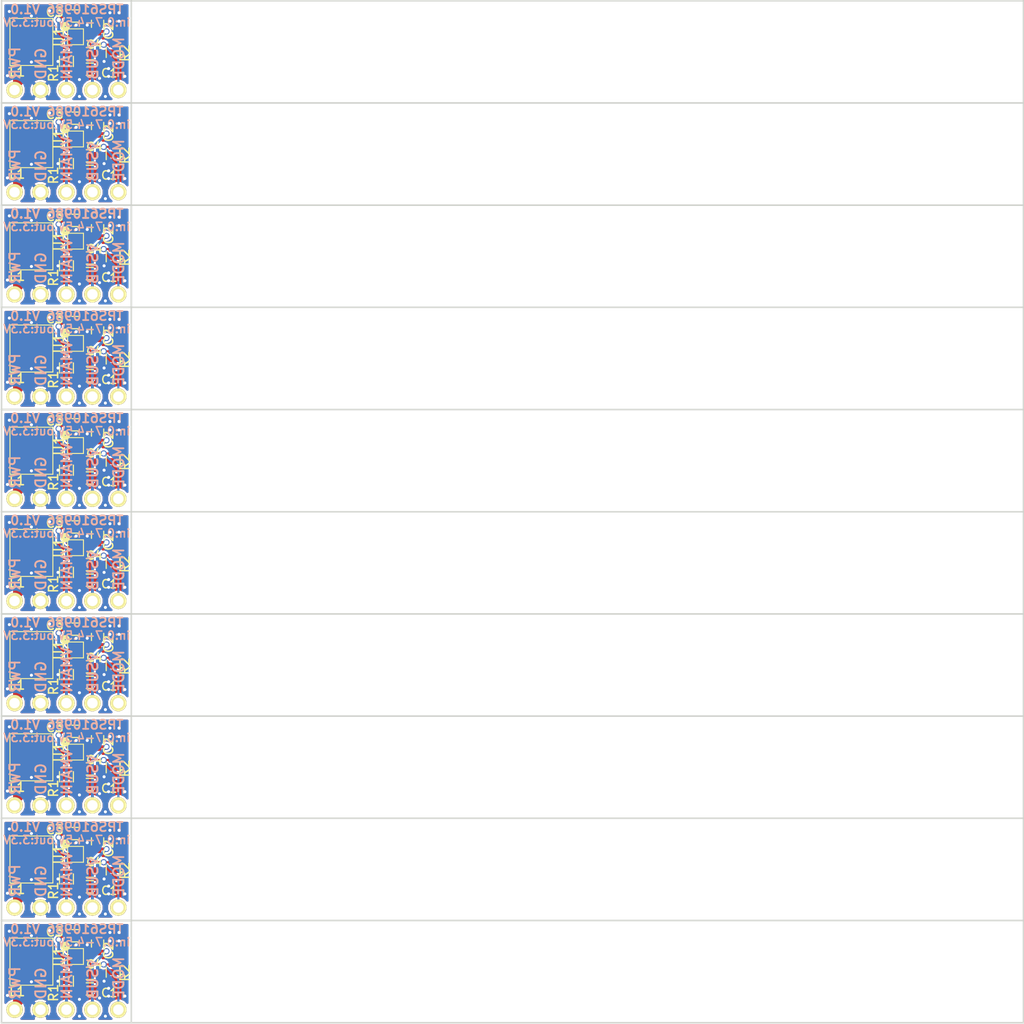
<source format=kicad_pcb>
(kicad_pcb (version 4) (host pcbnew 4.0.1-stable)
  (layers (0 F.Cu signal) (31 B.Cu signal) (34 B.Paste user) (35 F.Paste user) (36 B.SilkS user) (37 F.SilkS user) (38 B.Mask user) (39 F.Mask user) (44 Edge.Cuts user))
  (net 0 "")
  (net 1 GND)
  (net 2 VCC)
  (net 3 +3.3VP)
  (net 4 +3V3)
  (net 5 "Net-(C4-Pad1)")
  (net 6 "Net-(L1-Pad2)")
  (net 7 /MODE)
  (module user:USER_Boost_TPS61098x (layer F.Cu) (at 57.239 63.523 270)
    (fp_text reference U1 (at 0 1.651 270) (layer F.SilkS))
    (fp_text value TPS610986 hide)
    (pad 1 smd rect (at -0.5 0.575 270) (size 0.28 0.75) (layers F.Cu F.Paste F.Mask) (net 4 +3V3))
    (pad 2 smd rect (at 0 0.575 270) (size 0.28 0.75) (layers F.Cu F.Paste F.Mask) (net 6 "Net-(L1-Pad2)"))
    (pad 3 smd rect (at 0.5 0.575 270) (size 0.28 0.75) (layers F.Cu F.Paste F.Mask) (net 5 "Net-(C4-Pad1)"))
    (pad 4 smd rect (at 0.5 -0.575 270) (size 0.28 0.75) (layers F.Cu F.Paste F.Mask) (net 7 /MODE))
    (pad 5 smd rect (at 0 -0.575 270) (size 0.28 0.75) (layers F.Cu F.Paste F.Mask) (net 3 +3.3VP))
    (pad 6 smd rect (at -0.5 -0.575 270) (size 0.28 0.75) (layers F.Cu F.Paste F.Mask) (net 1 GND))
    (pad 1 smd rect (at -0.45 0.15 270) (size 0.18 0.1) (layers F.Cu F.Paste F.Mask) (net 4 +3V3))
    (pad 1 smd rect (at -0.54 0.2 315) (size 0.14 0.14) (layers F.Cu F.Paste F.Mask) (net 4 +3V3))
  )
  (module user:USER_GNDvia (layer F.Cu) (at 58.382 62.38)
    (fp_text reference 11 hide)
    (fp_text value "" hide)
    (pad "" thru_hole circle (at 0 0) (size 0.6 0.6) (drill 0.3) (layers *.Cu) (net 1 GND) (clearance -0.000001))
  )
  (module Resistors_SMD:R_0603 (layer F.Cu) (at 60.922 65.047 270)
    (fp_text reference R2 (at 0.0635 -1.143 450) (layer F.SilkS) (effects (font (size 0.889 0.889) (thickness 0.1524))))
    (fp_text value 1M hide)
    (pad 1 smd rect (at -0.75 0 270) (size 0.5 0.9) (layers F.Cu F.Paste F.Mask) (net 7 /MODE))
    (pad 2 smd rect (at 0.75 0 270) (size 0.5 0.9) (layers F.Cu F.Paste F.Mask) (net 1 GND))
  )
  (module Resistors_SMD:R_0603 (layer F.Cu) (at 56.35 65.936 90)
    (fp_text reference R1 (at -1.143 -1.27 270) (layer F.SilkS) (effects (font (size 0.889 0.889) (thickness 0.1524))))
    (fp_text value 390 hide)
    (pad 1 smd rect (at -0.75 0 90) (size 0.5 0.9) (layers F.Cu F.Paste F.Mask) (net 2 VCC))
    (pad 2 smd rect (at 0.75 0 90) (size 0.5 0.9) (layers F.Cu F.Paste F.Mask) (net 5 "Net-(C4-Pad1)"))
  )
  (module user:USER_SIL-5_NoSilk (layer F.Cu) (at 56.35 68.73)
    (fp_text reference P1 hide)
    (fp_text value PinHeader hide)
    (pad 1 thru_hole circle (at -5.08 0) (size 1.6 1.6) (drill 1.02) (layers *.Cu *.Mask F.SilkS) (net 2 VCC))
    (pad 2 thru_hole circle (at -2.54 0) (size 1.6 1.6) (drill 1.02) (layers *.Cu *.Mask F.SilkS) (net 1 GND))
    (pad 3 thru_hole circle (at 0 0) (size 1.6 1.6) (drill 1.02) (layers *.Cu *.Mask F.SilkS) (net 4 +3V3))
    (pad 4 thru_hole circle (at 2.54 0) (size 1.6 1.6) (drill 1.02) (layers *.Cu *.Mask F.SilkS) (net 3 +3.3VP))
    (pad 5 thru_hole circle (at 5.08 0) (size 1.6 1.6) (drill 1.02) (layers *.Cu *.Mask F.SilkS) (net 7 /MODE))
  )
  (module user:USER_L_SPD3D16 (layer F.Cu) (at 52.921 64.031 270)
    (fp_text reference L1 (at 2.921 1.397 360) (layer F.SilkS) (effects (font (size 0.889 0.889) (thickness 0.1524))))
    (fp_text value 4.7u hide)
    (pad 1 smd rect (at 0 1.3 270) (size 4.5 1.4) (layers F.Cu F.Paste F.Mask) (net 2 VCC))
    (pad 2 smd rect (at 0 -1.3 270) (size 4.5 1.4) (layers F.Cu F.Paste F.Mask) (net 6 "Net-(L1-Pad2)"))
  )
  (module Capacitors_SMD:C_0603 (layer F.Cu) (at 58.636 65.174)
    (fp_text reference C4 (at 0.4445 -0.889) (layer F.SilkS) (effects (font (size 0.8128 0.8128) (thickness 0.1397))))
    (fp_text value 0.1u hide)
    (pad 2 smd rect (at 0.75 0) (size 0.8 0.75) (layers F.Cu F.Paste F.Mask) (net 1 GND))
    (pad 1 smd rect (at -0.75 0) (size 0.8 0.75) (layers F.Cu F.Paste F.Mask) (net 5 "Net-(C4-Pad1)"))
  )
  (module Capacitors_SMD:C_0603 (layer F.Cu) (at 57.239 61.491)
    (fp_text reference C3 (at -2.032 -0.381 180) (layer F.SilkS) (effects (font (size 0.889 0.889) (thickness 0.1524))))
    (fp_text value 10u hide)
    (pad 2 smd rect (at 0.75 0) (size 0.8 0.75) (layers F.Cu F.Paste F.Mask) (net 1 GND))
    (pad 1 smd rect (at -0.75 0) (size 0.8 0.75) (layers F.Cu F.Paste F.Mask) (net 4 +3V3))
  )
  (module Capacitors_SMD:C_0603 (layer F.Cu) (at 59.398 62.253 90)
    (fp_text reference C2 (at -0.6985 1.0795 270) (layer F.SilkS) (effects (font (size 0.889 0.889) (thickness 0.1524))))
    (fp_text value 1u hide)
    (pad 2 smd rect (at 0.75 0 90) (size 0.8 0.75) (layers F.Cu F.Paste F.Mask) (net 1 GND))
    (pad 1 smd rect (at -0.75 0 90) (size 0.8 0.75) (layers F.Cu F.Paste F.Mask) (net 3 +3.3VP))
  )
  (module Capacitors_SMD:C_0603 (layer F.Cu) (at 58.636 66.698)
    (fp_text reference C1 (at 1.905 0.381) (layer F.SilkS) (effects (font (size 0.8128 0.8128) (thickness 0.1397))))
    (fp_text value 10u hide)
    (pad 2 smd rect (at 0.75 0) (size 0.8 0.75) (layers F.Cu F.Paste F.Mask) (net 1 GND))
    (pad 1 smd rect (at -0.75 0) (size 0.8 0.75) (layers F.Cu F.Paste F.Mask) (net 2 VCC))
  )
  (module user:USER_GNDvia (layer F.Cu) (at 50.5715 67.333)
    (fp_text reference 21 hide)
    (fp_text value "" hide)
    (pad "" thru_hole circle (at 0 0) (size 0.6 0.6) (drill 0.3) (layers *.Cu) (net 1 GND) (clearance -0.000001))
  )
  (module user:USER_GNDvia (layer F.Cu) (at 57.62 67.714)
    (fp_text reference 31 hide)
    (fp_text value "" hide)
    (pad "" thru_hole circle (at 0 0) (size 0.6 0.6) (drill 0.3) (layers *.Cu) (net 1 GND) (clearance -0.000001))
  )
  (module user:USER_GNDvia (layer F.Cu) (at 57.3025 62.38)
    (fp_text reference 12 hide)
    (fp_text value "" hide)
    (pad "" thru_hole circle (at 0 0) (size 0.6 0.6) (drill 0.3) (layers *.Cu) (net 1 GND) (clearance -0.000001))
  )
  (module user:USER_GNDvia (layer F.Cu) (at 52.921 65.9995)
    (fp_text reference 22 hide)
    (fp_text value "" hide)
    (pad "" thru_hole circle (at 0 0) (size 0.6 0.6) (drill 0.3) (layers *.Cu) (net 1 GND) (clearance -0.000001))
  )
  (module user:USER_GNDvia (layer F.Cu) (at 60.033 65.936)
    (fp_text reference 32 hide)
    (fp_text value "" hide)
    (pad "" thru_hole circle (at 0 0) (size 0.6 0.6) (drill 0.3) (layers *.Cu) (net 1 GND) (clearance -0.000001))
  )
  (module user:USER_GNDvia (layer F.Cu) (at 60.6045 61.1735)
    (fp_text reference 13 hide)
    (fp_text value "" hide)
    (pad "" thru_hole circle (at 0 0) (size 0.6 0.6) (drill 0.3) (layers *.Cu) (net 1 GND) (clearance -0.000001))
  )
  (module user:USER_GNDvia (layer F.Cu) (at 61.4935 61.999)
    (fp_text reference 23 hide)
    (fp_text value "" hide)
    (pad "" thru_hole circle (at 0 0) (size 0.6 0.6) (drill 0.3) (layers *.Cu) (net 1 GND) (clearance -0.000001))
  )
  (module user:USER_GNDvia (layer F.Cu) (at 54.699 60.983)
    (fp_text reference 33 hide)
    (fp_text value "" hide)
    (pad "" thru_hole circle (at 0 0) (size 0.6 0.6) (drill 0.3) (layers *.Cu) (net 1 GND) (clearance -0.000001))
  )
  (module user:USER_GNDvia (layer F.Cu) (at 61.4935 61.1735)
    (fp_text reference 14 hide)
    (fp_text value "" hide)
    (pad "" thru_hole circle (at 0 0) (size 0.6 0.6) (drill 0.3) (layers *.Cu) (net 1 GND) (clearance -0.000001))
  )
  (module user:USER_GNDvia (layer F.Cu) (at 60.6045 61.999)
    (fp_text reference 24 hide)
    (fp_text value "" hide)
    (pad "" thru_hole circle (at 0 0) (size 0.6 0.6) (drill 0.3) (layers *.Cu) (net 1 GND) (clearance -0.000001))
  )
  (module user:USER_GNDvia (layer F.Cu) (at 60.4775 66.6345)
    (fp_text reference 34 hide)
    (fp_text value "" hide)
    (pad "" thru_hole circle (at 0 0) (size 0.6 0.6) (drill 0.3) (layers *.Cu) (net 1 GND) (clearance -0.000001))
  )
  (module user:USER_GNDvia (layer F.Cu) (at 60.16 69.365)
    (fp_text reference 44 hide)
    (fp_text value "" hide)
    (pad "" thru_hole circle (at 0 0) (size 0.6 0.6) (drill 0.3) (layers *.Cu) (net 1 GND) (clearance -0.000001))
  )
  (module user:USER_GNDvia (layer F.Cu) (at 52.921 61.491)
    (fp_text reference 54 hide)
    (fp_text value "" hide)
    (pad "" thru_hole circle (at 0 0) (size 0.6 0.6) (drill 0.3) (layers *.Cu) (net 1 GND) (clearance -0.000001))
  )
  (module user:USER_GNDvia (layer F.Cu) (at 60.4775 67.3965)
    (fp_text reference 15 hide)
    (fp_text value "" hide)
    (pad "" thru_hole circle (at 0 0) (size 0.6 0.6) (drill 0.3) (layers *.Cu) (net 1 GND) (clearance -0.000001))
  )
  (module user:USER_GNDvia (layer F.Cu) (at 62.065 67.3965)
    (fp_text reference 25 hide)
    (fp_text value "" hide)
    (pad "" thru_hole circle (at 0 0) (size 0.6 0.6) (drill 0.3) (layers *.Cu) (net 1 GND) (clearance -0.000001))
  )
  (module user:USER_GNDvia (layer F.Cu) (at 50.762 61.0465)
    (fp_text reference 35 hide)
    (fp_text value "" hide)
    (pad "" thru_hole circle (at 0 0) (size 0.6 0.6) (drill 0.3) (layers *.Cu) (net 1 GND) (clearance -0.000001))
  )
  (module user:USER_GNDvia (layer F.Cu) (at 59.5885 67.587)
    (fp_text reference 45 hide)
    (fp_text value "" hide)
    (pad "" thru_hole circle (at 0 0) (size 0.6 0.6) (drill 0.3) (layers *.Cu) (net 1 GND) (clearance -0.000001))
  )
  (module user:USER_GNDvia (layer F.Cu) (at 57.62 69.365)
    (fp_text reference 55 hide)
    (fp_text value "" hide)
    (pad "" thru_hole circle (at 0 0) (size 0.6 0.6) (drill 0.3) (layers *.Cu) (net 1 GND) (clearance -0.000001))
  )
  (module user:USER_GNDvia (layer F.Cu) (at 55.5245 65.936)
    (fp_text reference 34 hide)
    (fp_text value "" hide)
    (pad "" thru_hole circle (at 0 0) (size 0.6 0.6) (drill 0.3) (layers *.Cu) (net 1 GND) (clearance -0.000001))
  )
  (module user:USER_GNDvia (layer F.Cu) (at 55.5245 55.936)
    (fp_text reference 34 hide)
    (fp_text value "" hide)
    (pad "" thru_hole circle (at 0 0) (size 0.6 0.6) (drill 0.3) (layers *.Cu) (net 1 GND) (clearance -0.000001))
  )
  (module user:USER_GNDvia (layer F.Cu) (at 57.62 59.365)
    (fp_text reference 55 hide)
    (fp_text value "" hide)
    (pad "" thru_hole circle (at 0 0) (size 0.6 0.6) (drill 0.3) (layers *.Cu) (net 1 GND) (clearance -0.000001))
  )
  (module user:USER_GNDvia (layer F.Cu) (at 59.5885 57.587)
    (fp_text reference 45 hide)
    (fp_text value "" hide)
    (pad "" thru_hole circle (at 0 0) (size 0.6 0.6) (drill 0.3) (layers *.Cu) (net 1 GND) (clearance -0.000001))
  )
  (module user:USER_GNDvia (layer F.Cu) (at 50.762 51.0465)
    (fp_text reference 35 hide)
    (fp_text value "" hide)
    (pad "" thru_hole circle (at 0 0) (size 0.6 0.6) (drill 0.3) (layers *.Cu) (net 1 GND) (clearance -0.000001))
  )
  (module user:USER_GNDvia (layer F.Cu) (at 62.065 57.3965)
    (fp_text reference 25 hide)
    (fp_text value "" hide)
    (pad "" thru_hole circle (at 0 0) (size 0.6 0.6) (drill 0.3) (layers *.Cu) (net 1 GND) (clearance -0.000001))
  )
  (module user:USER_GNDvia (layer F.Cu) (at 60.4775 57.3965)
    (fp_text reference 15 hide)
    (fp_text value "" hide)
    (pad "" thru_hole circle (at 0 0) (size 0.6 0.6) (drill 0.3) (layers *.Cu) (net 1 GND) (clearance -0.000001))
  )
  (module user:USER_GNDvia (layer F.Cu) (at 52.921 51.491)
    (fp_text reference 54 hide)
    (fp_text value "" hide)
    (pad "" thru_hole circle (at 0 0) (size 0.6 0.6) (drill 0.3) (layers *.Cu) (net 1 GND) (clearance -0.000001))
  )
  (module user:USER_GNDvia (layer F.Cu) (at 60.16 59.365)
    (fp_text reference 44 hide)
    (fp_text value "" hide)
    (pad "" thru_hole circle (at 0 0) (size 0.6 0.6) (drill 0.3) (layers *.Cu) (net 1 GND) (clearance -0.000001))
  )
  (module user:USER_GNDvia (layer F.Cu) (at 60.4775 56.6345)
    (fp_text reference 34 hide)
    (fp_text value "" hide)
    (pad "" thru_hole circle (at 0 0) (size 0.6 0.6) (drill 0.3) (layers *.Cu) (net 1 GND) (clearance -0.000001))
  )
  (module user:USER_GNDvia (layer F.Cu) (at 60.6045 51.999)
    (fp_text reference 24 hide)
    (fp_text value "" hide)
    (pad "" thru_hole circle (at 0 0) (size 0.6 0.6) (drill 0.3) (layers *.Cu) (net 1 GND) (clearance -0.000001))
  )
  (module user:USER_GNDvia (layer F.Cu) (at 61.4935 51.1735)
    (fp_text reference 14 hide)
    (fp_text value "" hide)
    (pad "" thru_hole circle (at 0 0) (size 0.6 0.6) (drill 0.3) (layers *.Cu) (net 1 GND) (clearance -0.000001))
  )
  (module user:USER_GNDvia (layer F.Cu) (at 54.699 50.983)
    (fp_text reference 33 hide)
    (fp_text value "" hide)
    (pad "" thru_hole circle (at 0 0) (size 0.6 0.6) (drill 0.3) (layers *.Cu) (net 1 GND) (clearance -0.000001))
  )
  (module user:USER_GNDvia (layer F.Cu) (at 61.4935 51.999)
    (fp_text reference 23 hide)
    (fp_text value "" hide)
    (pad "" thru_hole circle (at 0 0) (size 0.6 0.6) (drill 0.3) (layers *.Cu) (net 1 GND) (clearance -0.000001))
  )
  (module user:USER_GNDvia (layer F.Cu) (at 60.6045 51.1735)
    (fp_text reference 13 hide)
    (fp_text value "" hide)
    (pad "" thru_hole circle (at 0 0) (size 0.6 0.6) (drill 0.3) (layers *.Cu) (net 1 GND) (clearance -0.000001))
  )
  (module user:USER_GNDvia (layer F.Cu) (at 60.033 55.936)
    (fp_text reference 32 hide)
    (fp_text value "" hide)
    (pad "" thru_hole circle (at 0 0) (size 0.6 0.6) (drill 0.3) (layers *.Cu) (net 1 GND) (clearance -0.000001))
  )
  (module user:USER_GNDvia (layer F.Cu) (at 52.921 55.9995)
    (fp_text reference 22 hide)
    (fp_text value "" hide)
    (pad "" thru_hole circle (at 0 0) (size 0.6 0.6) (drill 0.3) (layers *.Cu) (net 1 GND) (clearance -0.000001))
  )
  (module user:USER_GNDvia (layer F.Cu) (at 57.3025 52.38)
    (fp_text reference 12 hide)
    (fp_text value "" hide)
    (pad "" thru_hole circle (at 0 0) (size 0.6 0.6) (drill 0.3) (layers *.Cu) (net 1 GND) (clearance -0.000001))
  )
  (module user:USER_GNDvia (layer F.Cu) (at 57.62 57.714)
    (fp_text reference 31 hide)
    (fp_text value "" hide)
    (pad "" thru_hole circle (at 0 0) (size 0.6 0.6) (drill 0.3) (layers *.Cu) (net 1 GND) (clearance -0.000001))
  )
  (module user:USER_GNDvia (layer F.Cu) (at 50.5715 57.333)
    (fp_text reference 21 hide)
    (fp_text value "" hide)
    (pad "" thru_hole circle (at 0 0) (size 0.6 0.6) (drill 0.3) (layers *.Cu) (net 1 GND) (clearance -0.000001))
  )
  (module Capacitors_SMD:C_0603 (layer F.Cu) (at 58.636 56.698)
    (fp_text reference C1 (at 1.905 0.381) (layer F.SilkS) (effects (font (size 0.8128 0.8128) (thickness 0.1397))))
    (fp_text value 10u hide)
    (pad 2 smd rect (at 0.75 0) (size 0.8 0.75) (layers F.Cu F.Paste F.Mask) (net 1 GND))
    (pad 1 smd rect (at -0.75 0) (size 0.8 0.75) (layers F.Cu F.Paste F.Mask) (net 2 VCC))
  )
  (module Capacitors_SMD:C_0603 (layer F.Cu) (at 59.398 52.253 90)
    (fp_text reference C2 (at -0.6985 1.0795 270) (layer F.SilkS) (effects (font (size 0.889 0.889) (thickness 0.1524))))
    (fp_text value 1u hide)
    (pad 2 smd rect (at 0.75 0 90) (size 0.8 0.75) (layers F.Cu F.Paste F.Mask) (net 1 GND))
    (pad 1 smd rect (at -0.75 0 90) (size 0.8 0.75) (layers F.Cu F.Paste F.Mask) (net 3 +3.3VP))
  )
  (module Capacitors_SMD:C_0603 (layer F.Cu) (at 57.239 51.491)
    (fp_text reference C3 (at -2.032 -0.381 180) (layer F.SilkS) (effects (font (size 0.889 0.889) (thickness 0.1524))))
    (fp_text value 10u hide)
    (pad 2 smd rect (at 0.75 0) (size 0.8 0.75) (layers F.Cu F.Paste F.Mask) (net 1 GND))
    (pad 1 smd rect (at -0.75 0) (size 0.8 0.75) (layers F.Cu F.Paste F.Mask) (net 4 +3V3))
  )
  (module Capacitors_SMD:C_0603 (layer F.Cu) (at 58.636 55.174)
    (fp_text reference C4 (at 0.4445 -0.889) (layer F.SilkS) (effects (font (size 0.8128 0.8128) (thickness 0.1397))))
    (fp_text value 0.1u hide)
    (pad 2 smd rect (at 0.75 0) (size 0.8 0.75) (layers F.Cu F.Paste F.Mask) (net 1 GND))
    (pad 1 smd rect (at -0.75 0) (size 0.8 0.75) (layers F.Cu F.Paste F.Mask) (net 5 "Net-(C4-Pad1)"))
  )
  (module user:USER_L_SPD3D16 (layer F.Cu) (at 52.921 54.031 270)
    (fp_text reference L1 (at 2.921 1.397 360) (layer F.SilkS) (effects (font (size 0.889 0.889) (thickness 0.1524))))
    (fp_text value 4.7u hide)
    (pad 1 smd rect (at 0 1.3 270) (size 4.5 1.4) (layers F.Cu F.Paste F.Mask) (net 2 VCC))
    (pad 2 smd rect (at 0 -1.3 270) (size 4.5 1.4) (layers F.Cu F.Paste F.Mask) (net 6 "Net-(L1-Pad2)"))
  )
  (module user:USER_SIL-5_NoSilk (layer F.Cu) (at 56.35 58.73)
    (fp_text reference P1 hide)
    (fp_text value PinHeader hide)
    (pad 1 thru_hole circle (at -5.08 0) (size 1.6 1.6) (drill 1.02) (layers *.Cu *.Mask F.SilkS) (net 2 VCC))
    (pad 2 thru_hole circle (at -2.54 0) (size 1.6 1.6) (drill 1.02) (layers *.Cu *.Mask F.SilkS) (net 1 GND))
    (pad 3 thru_hole circle (at 0 0) (size 1.6 1.6) (drill 1.02) (layers *.Cu *.Mask F.SilkS) (net 4 +3V3))
    (pad 4 thru_hole circle (at 2.54 0) (size 1.6 1.6) (drill 1.02) (layers *.Cu *.Mask F.SilkS) (net 3 +3.3VP))
    (pad 5 thru_hole circle (at 5.08 0) (size 1.6 1.6) (drill 1.02) (layers *.Cu *.Mask F.SilkS) (net 7 /MODE))
  )
  (module Resistors_SMD:R_0603 (layer F.Cu) (at 56.35 55.936 90)
    (fp_text reference R1 (at -1.143 -1.27 270) (layer F.SilkS) (effects (font (size 0.889 0.889) (thickness 0.1524))))
    (fp_text value 390 hide)
    (pad 1 smd rect (at -0.75 0 90) (size 0.5 0.9) (layers F.Cu F.Paste F.Mask) (net 2 VCC))
    (pad 2 smd rect (at 0.75 0 90) (size 0.5 0.9) (layers F.Cu F.Paste F.Mask) (net 5 "Net-(C4-Pad1)"))
  )
  (module Resistors_SMD:R_0603 (layer F.Cu) (at 60.922 55.047 270)
    (fp_text reference R2 (at 0.0635 -1.143 450) (layer F.SilkS) (effects (font (size 0.889 0.889) (thickness 0.1524))))
    (fp_text value 1M hide)
    (pad 1 smd rect (at -0.75 0 270) (size 0.5 0.9) (layers F.Cu F.Paste F.Mask) (net 7 /MODE))
    (pad 2 smd rect (at 0.75 0 270) (size 0.5 0.9) (layers F.Cu F.Paste F.Mask) (net 1 GND))
  )
  (module user:USER_GNDvia (layer F.Cu) (at 58.382 52.38)
    (fp_text reference 11 hide)
    (fp_text value "" hide)
    (pad "" thru_hole circle (at 0 0) (size 0.6 0.6) (drill 0.3) (layers *.Cu) (net 1 GND) (clearance -0.000001))
  )
  (module user:USER_Boost_TPS61098x (layer F.Cu) (at 57.239 53.523 270)
    (fp_text reference U1 (at 0 1.651 270) (layer F.SilkS))
    (fp_text value TPS610986 hide)
    (pad 1 smd rect (at -0.5 0.575 270) (size 0.28 0.75) (layers F.Cu F.Paste F.Mask) (net 4 +3V3))
    (pad 2 smd rect (at 0 0.575 270) (size 0.28 0.75) (layers F.Cu F.Paste F.Mask) (net 6 "Net-(L1-Pad2)"))
    (pad 3 smd rect (at 0.5 0.575 270) (size 0.28 0.75) (layers F.Cu F.Paste F.Mask) (net 5 "Net-(C4-Pad1)"))
    (pad 4 smd rect (at 0.5 -0.575 270) (size 0.28 0.75) (layers F.Cu F.Paste F.Mask) (net 7 /MODE))
    (pad 5 smd rect (at 0 -0.575 270) (size 0.28 0.75) (layers F.Cu F.Paste F.Mask) (net 3 +3.3VP))
    (pad 6 smd rect (at -0.5 -0.575 270) (size 0.28 0.75) (layers F.Cu F.Paste F.Mask) (net 1 GND))
    (pad 1 smd rect (at -0.45 0.15 270) (size 0.18 0.1) (layers F.Cu F.Paste F.Mask) (net 4 +3V3))
    (pad 1 smd rect (at -0.54 0.2 315) (size 0.14 0.14) (layers F.Cu F.Paste F.Mask) (net 4 +3V3))
  )
  (module user:USER_Boost_TPS61098x (layer F.Cu) (at 57.239 103.523 270)
    (fp_text reference U1 (at 0 1.651 270) (layer F.SilkS))
    (fp_text value TPS610986 hide)
    (pad 1 smd rect (at -0.5 0.575 270) (size 0.28 0.75) (layers F.Cu F.Paste F.Mask) (net 4 +3V3))
    (pad 2 smd rect (at 0 0.575 270) (size 0.28 0.75) (layers F.Cu F.Paste F.Mask) (net 6 "Net-(L1-Pad2)"))
    (pad 3 smd rect (at 0.5 0.575 270) (size 0.28 0.75) (layers F.Cu F.Paste F.Mask) (net 5 "Net-(C4-Pad1)"))
    (pad 4 smd rect (at 0.5 -0.575 270) (size 0.28 0.75) (layers F.Cu F.Paste F.Mask) (net 7 /MODE))
    (pad 5 smd rect (at 0 -0.575 270) (size 0.28 0.75) (layers F.Cu F.Paste F.Mask) (net 3 +3.3VP))
    (pad 6 smd rect (at -0.5 -0.575 270) (size 0.28 0.75) (layers F.Cu F.Paste F.Mask) (net 1 GND))
    (pad 1 smd rect (at -0.45 0.15 270) (size 0.18 0.1) (layers F.Cu F.Paste F.Mask) (net 4 +3V3))
    (pad 1 smd rect (at -0.54 0.2 315) (size 0.14 0.14) (layers F.Cu F.Paste F.Mask) (net 4 +3V3))
  )
  (module user:USER_GNDvia (layer F.Cu) (at 58.382 102.38)
    (fp_text reference 11 hide)
    (fp_text value "" hide)
    (pad "" thru_hole circle (at 0 0) (size 0.6 0.6) (drill 0.3) (layers *.Cu) (net 1 GND) (clearance -0.000001))
  )
  (module Resistors_SMD:R_0603 (layer F.Cu) (at 60.922 105.047 270)
    (fp_text reference R2 (at 0.0635 -1.143 450) (layer F.SilkS) (effects (font (size 0.889 0.889) (thickness 0.1524))))
    (fp_text value 1M hide)
    (pad 1 smd rect (at -0.75 0 270) (size 0.5 0.9) (layers F.Cu F.Paste F.Mask) (net 7 /MODE))
    (pad 2 smd rect (at 0.75 0 270) (size 0.5 0.9) (layers F.Cu F.Paste F.Mask) (net 1 GND))
  )
  (module Resistors_SMD:R_0603 (layer F.Cu) (at 56.35 105.936 90)
    (fp_text reference R1 (at -1.143 -1.27 270) (layer F.SilkS) (effects (font (size 0.889 0.889) (thickness 0.1524))))
    (fp_text value 390 hide)
    (pad 1 smd rect (at -0.75 0 90) (size 0.5 0.9) (layers F.Cu F.Paste F.Mask) (net 2 VCC))
    (pad 2 smd rect (at 0.75 0 90) (size 0.5 0.9) (layers F.Cu F.Paste F.Mask) (net 5 "Net-(C4-Pad1)"))
  )
  (module user:USER_SIL-5_NoSilk (layer F.Cu) (at 56.35 108.73)
    (fp_text reference P1 hide)
    (fp_text value PinHeader hide)
    (pad 1 thru_hole circle (at -5.08 0) (size 1.6 1.6) (drill 1.02) (layers *.Cu *.Mask F.SilkS) (net 2 VCC))
    (pad 2 thru_hole circle (at -2.54 0) (size 1.6 1.6) (drill 1.02) (layers *.Cu *.Mask F.SilkS) (net 1 GND))
    (pad 3 thru_hole circle (at 0 0) (size 1.6 1.6) (drill 1.02) (layers *.Cu *.Mask F.SilkS) (net 4 +3V3))
    (pad 4 thru_hole circle (at 2.54 0) (size 1.6 1.6) (drill 1.02) (layers *.Cu *.Mask F.SilkS) (net 3 +3.3VP))
    (pad 5 thru_hole circle (at 5.08 0) (size 1.6 1.6) (drill 1.02) (layers *.Cu *.Mask F.SilkS) (net 7 /MODE))
  )
  (module user:USER_L_SPD3D16 (layer F.Cu) (at 52.921 104.031 270)
    (fp_text reference L1 (at 2.921 1.397 360) (layer F.SilkS) (effects (font (size 0.889 0.889) (thickness 0.1524))))
    (fp_text value 4.7u hide)
    (pad 1 smd rect (at 0 1.3 270) (size 4.5 1.4) (layers F.Cu F.Paste F.Mask) (net 2 VCC))
    (pad 2 smd rect (at 0 -1.3 270) (size 4.5 1.4) (layers F.Cu F.Paste F.Mask) (net 6 "Net-(L1-Pad2)"))
  )
  (module Capacitors_SMD:C_0603 (layer F.Cu) (at 58.636 105.174)
    (fp_text reference C4 (at 0.4445 -0.889) (layer F.SilkS) (effects (font (size 0.8128 0.8128) (thickness 0.1397))))
    (fp_text value 0.1u hide)
    (pad 2 smd rect (at 0.75 0) (size 0.8 0.75) (layers F.Cu F.Paste F.Mask) (net 1 GND))
    (pad 1 smd rect (at -0.75 0) (size 0.8 0.75) (layers F.Cu F.Paste F.Mask) (net 5 "Net-(C4-Pad1)"))
  )
  (module Capacitors_SMD:C_0603 (layer F.Cu) (at 57.239 101.491)
    (fp_text reference C3 (at -2.032 -0.381 180) (layer F.SilkS) (effects (font (size 0.889 0.889) (thickness 0.1524))))
    (fp_text value 10u hide)
    (pad 2 smd rect (at 0.75 0) (size 0.8 0.75) (layers F.Cu F.Paste F.Mask) (net 1 GND))
    (pad 1 smd rect (at -0.75 0) (size 0.8 0.75) (layers F.Cu F.Paste F.Mask) (net 4 +3V3))
  )
  (module Capacitors_SMD:C_0603 (layer F.Cu) (at 59.398 102.253 90)
    (fp_text reference C2 (at -0.6985 1.0795 270) (layer F.SilkS) (effects (font (size 0.889 0.889) (thickness 0.1524))))
    (fp_text value 1u hide)
    (pad 2 smd rect (at 0.75 0 90) (size 0.8 0.75) (layers F.Cu F.Paste F.Mask) (net 1 GND))
    (pad 1 smd rect (at -0.75 0 90) (size 0.8 0.75) (layers F.Cu F.Paste F.Mask) (net 3 +3.3VP))
  )
  (module Capacitors_SMD:C_0603 (layer F.Cu) (at 58.636 106.698)
    (fp_text reference C1 (at 1.905 0.381) (layer F.SilkS) (effects (font (size 0.8128 0.8128) (thickness 0.1397))))
    (fp_text value 10u hide)
    (pad 2 smd rect (at 0.75 0) (size 0.8 0.75) (layers F.Cu F.Paste F.Mask) (net 1 GND))
    (pad 1 smd rect (at -0.75 0) (size 0.8 0.75) (layers F.Cu F.Paste F.Mask) (net 2 VCC))
  )
  (module user:USER_GNDvia (layer F.Cu) (at 50.5715 107.333)
    (fp_text reference 21 hide)
    (fp_text value "" hide)
    (pad "" thru_hole circle (at 0 0) (size 0.6 0.6) (drill 0.3) (layers *.Cu) (net 1 GND) (clearance -0.000001))
  )
  (module user:USER_GNDvia (layer F.Cu) (at 57.62 107.714)
    (fp_text reference 31 hide)
    (fp_text value "" hide)
    (pad "" thru_hole circle (at 0 0) (size 0.6 0.6) (drill 0.3) (layers *.Cu) (net 1 GND) (clearance -0.000001))
  )
  (module user:USER_GNDvia (layer F.Cu) (at 57.3025 102.38)
    (fp_text reference 12 hide)
    (fp_text value "" hide)
    (pad "" thru_hole circle (at 0 0) (size 0.6 0.6) (drill 0.3) (layers *.Cu) (net 1 GND) (clearance -0.000001))
  )
  (module user:USER_GNDvia (layer F.Cu) (at 52.921 105.9995)
    (fp_text reference 22 hide)
    (fp_text value "" hide)
    (pad "" thru_hole circle (at 0 0) (size 0.6 0.6) (drill 0.3) (layers *.Cu) (net 1 GND) (clearance -0.000001))
  )
  (module user:USER_GNDvia (layer F.Cu) (at 60.033 105.936)
    (fp_text reference 32 hide)
    (fp_text value "" hide)
    (pad "" thru_hole circle (at 0 0) (size 0.6 0.6) (drill 0.3) (layers *.Cu) (net 1 GND) (clearance -0.000001))
  )
  (module user:USER_GNDvia (layer F.Cu) (at 60.6045 101.1735)
    (fp_text reference 13 hide)
    (fp_text value "" hide)
    (pad "" thru_hole circle (at 0 0) (size 0.6 0.6) (drill 0.3) (layers *.Cu) (net 1 GND) (clearance -0.000001))
  )
  (module user:USER_GNDvia (layer F.Cu) (at 61.4935 101.999)
    (fp_text reference 23 hide)
    (fp_text value "" hide)
    (pad "" thru_hole circle (at 0 0) (size 0.6 0.6) (drill 0.3) (layers *.Cu) (net 1 GND) (clearance -0.000001))
  )
  (module user:USER_GNDvia (layer F.Cu) (at 54.699 100.983)
    (fp_text reference 33 hide)
    (fp_text value "" hide)
    (pad "" thru_hole circle (at 0 0) (size 0.6 0.6) (drill 0.3) (layers *.Cu) (net 1 GND) (clearance -0.000001))
  )
  (module user:USER_GNDvia (layer F.Cu) (at 61.4935 101.1735)
    (fp_text reference 14 hide)
    (fp_text value "" hide)
    (pad "" thru_hole circle (at 0 0) (size 0.6 0.6) (drill 0.3) (layers *.Cu) (net 1 GND) (clearance -0.000001))
  )
  (module user:USER_GNDvia (layer F.Cu) (at 60.6045 101.999)
    (fp_text reference 24 hide)
    (fp_text value "" hide)
    (pad "" thru_hole circle (at 0 0) (size 0.6 0.6) (drill 0.3) (layers *.Cu) (net 1 GND) (clearance -0.000001))
  )
  (module user:USER_GNDvia (layer F.Cu) (at 60.4775 106.6345)
    (fp_text reference 34 hide)
    (fp_text value "" hide)
    (pad "" thru_hole circle (at 0 0) (size 0.6 0.6) (drill 0.3) (layers *.Cu) (net 1 GND) (clearance -0.000001))
  )
  (module user:USER_GNDvia (layer F.Cu) (at 60.16 109.365)
    (fp_text reference 44 hide)
    (fp_text value "" hide)
    (pad "" thru_hole circle (at 0 0) (size 0.6 0.6) (drill 0.3) (layers *.Cu) (net 1 GND) (clearance -0.000001))
  )
  (module user:USER_GNDvia (layer F.Cu) (at 52.921 101.491)
    (fp_text reference 54 hide)
    (fp_text value "" hide)
    (pad "" thru_hole circle (at 0 0) (size 0.6 0.6) (drill 0.3) (layers *.Cu) (net 1 GND) (clearance -0.000001))
  )
  (module user:USER_GNDvia (layer F.Cu) (at 60.4775 107.3965)
    (fp_text reference 15 hide)
    (fp_text value "" hide)
    (pad "" thru_hole circle (at 0 0) (size 0.6 0.6) (drill 0.3) (layers *.Cu) (net 1 GND) (clearance -0.000001))
  )
  (module user:USER_GNDvia (layer F.Cu) (at 62.065 107.3965)
    (fp_text reference 25 hide)
    (fp_text value "" hide)
    (pad "" thru_hole circle (at 0 0) (size 0.6 0.6) (drill 0.3) (layers *.Cu) (net 1 GND) (clearance -0.000001))
  )
  (module user:USER_GNDvia (layer F.Cu) (at 50.762 101.0465)
    (fp_text reference 35 hide)
    (fp_text value "" hide)
    (pad "" thru_hole circle (at 0 0) (size 0.6 0.6) (drill 0.3) (layers *.Cu) (net 1 GND) (clearance -0.000001))
  )
  (module user:USER_GNDvia (layer F.Cu) (at 59.5885 107.587)
    (fp_text reference 45 hide)
    (fp_text value "" hide)
    (pad "" thru_hole circle (at 0 0) (size 0.6 0.6) (drill 0.3) (layers *.Cu) (net 1 GND) (clearance -0.000001))
  )
  (module user:USER_GNDvia (layer F.Cu) (at 57.62 109.365)
    (fp_text reference 55 hide)
    (fp_text value "" hide)
    (pad "" thru_hole circle (at 0 0) (size 0.6 0.6) (drill 0.3) (layers *.Cu) (net 1 GND) (clearance -0.000001))
  )
  (module user:USER_GNDvia (layer F.Cu) (at 55.5245 105.936)
    (fp_text reference 34 hide)
    (fp_text value "" hide)
    (pad "" thru_hole circle (at 0 0) (size 0.6 0.6) (drill 0.3) (layers *.Cu) (net 1 GND) (clearance -0.000001))
  )
  (module user:USER_GNDvia (layer F.Cu) (at 55.5245 95.936)
    (fp_text reference 34 hide)
    (fp_text value "" hide)
    (pad "" thru_hole circle (at 0 0) (size 0.6 0.6) (drill 0.3) (layers *.Cu) (net 1 GND) (clearance -0.000001))
  )
  (module user:USER_GNDvia (layer F.Cu) (at 57.62 99.365)
    (fp_text reference 55 hide)
    (fp_text value "" hide)
    (pad "" thru_hole circle (at 0 0) (size 0.6 0.6) (drill 0.3) (layers *.Cu) (net 1 GND) (clearance -0.000001))
  )
  (module user:USER_GNDvia (layer F.Cu) (at 59.5885 97.587)
    (fp_text reference 45 hide)
    (fp_text value "" hide)
    (pad "" thru_hole circle (at 0 0) (size 0.6 0.6) (drill 0.3) (layers *.Cu) (net 1 GND) (clearance -0.000001))
  )
  (module user:USER_GNDvia (layer F.Cu) (at 50.762 91.0465)
    (fp_text reference 35 hide)
    (fp_text value "" hide)
    (pad "" thru_hole circle (at 0 0) (size 0.6 0.6) (drill 0.3) (layers *.Cu) (net 1 GND) (clearance -0.000001))
  )
  (module user:USER_GNDvia (layer F.Cu) (at 62.065 97.3965)
    (fp_text reference 25 hide)
    (fp_text value "" hide)
    (pad "" thru_hole circle (at 0 0) (size 0.6 0.6) (drill 0.3) (layers *.Cu) (net 1 GND) (clearance -0.000001))
  )
  (module user:USER_GNDvia (layer F.Cu) (at 60.4775 97.3965)
    (fp_text reference 15 hide)
    (fp_text value "" hide)
    (pad "" thru_hole circle (at 0 0) (size 0.6 0.6) (drill 0.3) (layers *.Cu) (net 1 GND) (clearance -0.000001))
  )
  (module user:USER_GNDvia (layer F.Cu) (at 52.921 91.491)
    (fp_text reference 54 hide)
    (fp_text value "" hide)
    (pad "" thru_hole circle (at 0 0) (size 0.6 0.6) (drill 0.3) (layers *.Cu) (net 1 GND) (clearance -0.000001))
  )
  (module user:USER_GNDvia (layer F.Cu) (at 60.16 99.365)
    (fp_text reference 44 hide)
    (fp_text value "" hide)
    (pad "" thru_hole circle (at 0 0) (size 0.6 0.6) (drill 0.3) (layers *.Cu) (net 1 GND) (clearance -0.000001))
  )
  (module user:USER_GNDvia (layer F.Cu) (at 60.4775 96.6345)
    (fp_text reference 34 hide)
    (fp_text value "" hide)
    (pad "" thru_hole circle (at 0 0) (size 0.6 0.6) (drill 0.3) (layers *.Cu) (net 1 GND) (clearance -0.000001))
  )
  (module user:USER_GNDvia (layer F.Cu) (at 60.6045 91.999)
    (fp_text reference 24 hide)
    (fp_text value "" hide)
    (pad "" thru_hole circle (at 0 0) (size 0.6 0.6) (drill 0.3) (layers *.Cu) (net 1 GND) (clearance -0.000001))
  )
  (module user:USER_GNDvia (layer F.Cu) (at 61.4935 91.1735)
    (fp_text reference 14 hide)
    (fp_text value "" hide)
    (pad "" thru_hole circle (at 0 0) (size 0.6 0.6) (drill 0.3) (layers *.Cu) (net 1 GND) (clearance -0.000001))
  )
  (module user:USER_GNDvia (layer F.Cu) (at 54.699 90.983)
    (fp_text reference 33 hide)
    (fp_text value "" hide)
    (pad "" thru_hole circle (at 0 0) (size 0.6 0.6) (drill 0.3) (layers *.Cu) (net 1 GND) (clearance -0.000001))
  )
  (module user:USER_GNDvia (layer F.Cu) (at 61.4935 91.999)
    (fp_text reference 23 hide)
    (fp_text value "" hide)
    (pad "" thru_hole circle (at 0 0) (size 0.6 0.6) (drill 0.3) (layers *.Cu) (net 1 GND) (clearance -0.000001))
  )
  (module user:USER_GNDvia (layer F.Cu) (at 60.6045 91.1735)
    (fp_text reference 13 hide)
    (fp_text value "" hide)
    (pad "" thru_hole circle (at 0 0) (size 0.6 0.6) (drill 0.3) (layers *.Cu) (net 1 GND) (clearance -0.000001))
  )
  (module user:USER_GNDvia (layer F.Cu) (at 60.033 95.936)
    (fp_text reference 32 hide)
    (fp_text value "" hide)
    (pad "" thru_hole circle (at 0 0) (size 0.6 0.6) (drill 0.3) (layers *.Cu) (net 1 GND) (clearance -0.000001))
  )
  (module user:USER_GNDvia (layer F.Cu) (at 52.921 95.9995)
    (fp_text reference 22 hide)
    (fp_text value "" hide)
    (pad "" thru_hole circle (at 0 0) (size 0.6 0.6) (drill 0.3) (layers *.Cu) (net 1 GND) (clearance -0.000001))
  )
  (module user:USER_GNDvia (layer F.Cu) (at 57.3025 92.38)
    (fp_text reference 12 hide)
    (fp_text value "" hide)
    (pad "" thru_hole circle (at 0 0) (size 0.6 0.6) (drill 0.3) (layers *.Cu) (net 1 GND) (clearance -0.000001))
  )
  (module user:USER_GNDvia (layer F.Cu) (at 57.62 97.714)
    (fp_text reference 31 hide)
    (fp_text value "" hide)
    (pad "" thru_hole circle (at 0 0) (size 0.6 0.6) (drill 0.3) (layers *.Cu) (net 1 GND) (clearance -0.000001))
  )
  (module user:USER_GNDvia (layer F.Cu) (at 50.5715 97.333)
    (fp_text reference 21 hide)
    (fp_text value "" hide)
    (pad "" thru_hole circle (at 0 0) (size 0.6 0.6) (drill 0.3) (layers *.Cu) (net 1 GND) (clearance -0.000001))
  )
  (module Capacitors_SMD:C_0603 (layer F.Cu) (at 58.636 96.698)
    (fp_text reference C1 (at 1.905 0.381) (layer F.SilkS) (effects (font (size 0.8128 0.8128) (thickness 0.1397))))
    (fp_text value 10u hide)
    (pad 2 smd rect (at 0.75 0) (size 0.8 0.75) (layers F.Cu F.Paste F.Mask) (net 1 GND))
    (pad 1 smd rect (at -0.75 0) (size 0.8 0.75) (layers F.Cu F.Paste F.Mask) (net 2 VCC))
  )
  (module Capacitors_SMD:C_0603 (layer F.Cu) (at 59.398 92.253 90)
    (fp_text reference C2 (at -0.6985 1.0795 270) (layer F.SilkS) (effects (font (size 0.889 0.889) (thickness 0.1524))))
    (fp_text value 1u hide)
    (pad 2 smd rect (at 0.75 0 90) (size 0.8 0.75) (layers F.Cu F.Paste F.Mask) (net 1 GND))
    (pad 1 smd rect (at -0.75 0 90) (size 0.8 0.75) (layers F.Cu F.Paste F.Mask) (net 3 +3.3VP))
  )
  (module Capacitors_SMD:C_0603 (layer F.Cu) (at 57.239 91.491)
    (fp_text reference C3 (at -2.032 -0.381 180) (layer F.SilkS) (effects (font (size 0.889 0.889) (thickness 0.1524))))
    (fp_text value 10u hide)
    (pad 2 smd rect (at 0.75 0) (size 0.8 0.75) (layers F.Cu F.Paste F.Mask) (net 1 GND))
    (pad 1 smd rect (at -0.75 0) (size 0.8 0.75) (layers F.Cu F.Paste F.Mask) (net 4 +3V3))
  )
  (module Capacitors_SMD:C_0603 (layer F.Cu) (at 58.636 95.174)
    (fp_text reference C4 (at 0.4445 -0.889) (layer F.SilkS) (effects (font (size 0.8128 0.8128) (thickness 0.1397))))
    (fp_text value 0.1u hide)
    (pad 2 smd rect (at 0.75 0) (size 0.8 0.75) (layers F.Cu F.Paste F.Mask) (net 1 GND))
    (pad 1 smd rect (at -0.75 0) (size 0.8 0.75) (layers F.Cu F.Paste F.Mask) (net 5 "Net-(C4-Pad1)"))
  )
  (module user:USER_L_SPD3D16 (layer F.Cu) (at 52.921 94.031 270)
    (fp_text reference L1 (at 2.921 1.397 360) (layer F.SilkS) (effects (font (size 0.889 0.889) (thickness 0.1524))))
    (fp_text value 4.7u hide)
    (pad 1 smd rect (at 0 1.3 270) (size 4.5 1.4) (layers F.Cu F.Paste F.Mask) (net 2 VCC))
    (pad 2 smd rect (at 0 -1.3 270) (size 4.5 1.4) (layers F.Cu F.Paste F.Mask) (net 6 "Net-(L1-Pad2)"))
  )
  (module user:USER_SIL-5_NoSilk (layer F.Cu) (at 56.35 98.73)
    (fp_text reference P1 hide)
    (fp_text value PinHeader hide)
    (pad 1 thru_hole circle (at -5.08 0) (size 1.6 1.6) (drill 1.02) (layers *.Cu *.Mask F.SilkS) (net 2 VCC))
    (pad 2 thru_hole circle (at -2.54 0) (size 1.6 1.6) (drill 1.02) (layers *.Cu *.Mask F.SilkS) (net 1 GND))
    (pad 3 thru_hole circle (at 0 0) (size 1.6 1.6) (drill 1.02) (layers *.Cu *.Mask F.SilkS) (net 4 +3V3))
    (pad 4 thru_hole circle (at 2.54 0) (size 1.6 1.6) (drill 1.02) (layers *.Cu *.Mask F.SilkS) (net 3 +3.3VP))
    (pad 5 thru_hole circle (at 5.08 0) (size 1.6 1.6) (drill 1.02) (layers *.Cu *.Mask F.SilkS) (net 7 /MODE))
  )
  (module Resistors_SMD:R_0603 (layer F.Cu) (at 56.35 95.936 90)
    (fp_text reference R1 (at -1.143 -1.27 270) (layer F.SilkS) (effects (font (size 0.889 0.889) (thickness 0.1524))))
    (fp_text value 390 hide)
    (pad 1 smd rect (at -0.75 0 90) (size 0.5 0.9) (layers F.Cu F.Paste F.Mask) (net 2 VCC))
    (pad 2 smd rect (at 0.75 0 90) (size 0.5 0.9) (layers F.Cu F.Paste F.Mask) (net 5 "Net-(C4-Pad1)"))
  )
  (module Resistors_SMD:R_0603 (layer F.Cu) (at 60.922 95.047 270)
    (fp_text reference R2 (at 0.0635 -1.143 450) (layer F.SilkS) (effects (font (size 0.889 0.889) (thickness 0.1524))))
    (fp_text value 1M hide)
    (pad 1 smd rect (at -0.75 0 270) (size 0.5 0.9) (layers F.Cu F.Paste F.Mask) (net 7 /MODE))
    (pad 2 smd rect (at 0.75 0 270) (size 0.5 0.9) (layers F.Cu F.Paste F.Mask) (net 1 GND))
  )
  (module user:USER_GNDvia (layer F.Cu) (at 58.382 92.38)
    (fp_text reference 11 hide)
    (fp_text value "" hide)
    (pad "" thru_hole circle (at 0 0) (size 0.6 0.6) (drill 0.3) (layers *.Cu) (net 1 GND) (clearance -0.000001))
  )
  (module user:USER_Boost_TPS61098x (layer F.Cu) (at 57.239 93.523 270)
    (fp_text reference U1 (at 0 1.651 270) (layer F.SilkS))
    (fp_text value TPS610986 hide)
    (pad 1 smd rect (at -0.5 0.575 270) (size 0.28 0.75) (layers F.Cu F.Paste F.Mask) (net 4 +3V3))
    (pad 2 smd rect (at 0 0.575 270) (size 0.28 0.75) (layers F.Cu F.Paste F.Mask) (net 6 "Net-(L1-Pad2)"))
    (pad 3 smd rect (at 0.5 0.575 270) (size 0.28 0.75) (layers F.Cu F.Paste F.Mask) (net 5 "Net-(C4-Pad1)"))
    (pad 4 smd rect (at 0.5 -0.575 270) (size 0.28 0.75) (layers F.Cu F.Paste F.Mask) (net 7 /MODE))
    (pad 5 smd rect (at 0 -0.575 270) (size 0.28 0.75) (layers F.Cu F.Paste F.Mask) (net 3 +3.3VP))
    (pad 6 smd rect (at -0.5 -0.575 270) (size 0.28 0.75) (layers F.Cu F.Paste F.Mask) (net 1 GND))
    (pad 1 smd rect (at -0.45 0.15 270) (size 0.18 0.1) (layers F.Cu F.Paste F.Mask) (net 4 +3V3))
    (pad 1 smd rect (at -0.54 0.2 315) (size 0.14 0.14) (layers F.Cu F.Paste F.Mask) (net 4 +3V3))
  )
  (module user:USER_Boost_TPS61098x (layer F.Cu) (at 57.239 73.523 270)
    (fp_text reference U1 (at 0 1.651 270) (layer F.SilkS))
    (fp_text value TPS610986 hide)
    (pad 1 smd rect (at -0.5 0.575 270) (size 0.28 0.75) (layers F.Cu F.Paste F.Mask) (net 4 +3V3))
    (pad 2 smd rect (at 0 0.575 270) (size 0.28 0.75) (layers F.Cu F.Paste F.Mask) (net 6 "Net-(L1-Pad2)"))
    (pad 3 smd rect (at 0.5 0.575 270) (size 0.28 0.75) (layers F.Cu F.Paste F.Mask) (net 5 "Net-(C4-Pad1)"))
    (pad 4 smd rect (at 0.5 -0.575 270) (size 0.28 0.75) (layers F.Cu F.Paste F.Mask) (net 7 /MODE))
    (pad 5 smd rect (at 0 -0.575 270) (size 0.28 0.75) (layers F.Cu F.Paste F.Mask) (net 3 +3.3VP))
    (pad 6 smd rect (at -0.5 -0.575 270) (size 0.28 0.75) (layers F.Cu F.Paste F.Mask) (net 1 GND))
    (pad 1 smd rect (at -0.45 0.15 270) (size 0.18 0.1) (layers F.Cu F.Paste F.Mask) (net 4 +3V3))
    (pad 1 smd rect (at -0.54 0.2 315) (size 0.14 0.14) (layers F.Cu F.Paste F.Mask) (net 4 +3V3))
  )
  (module user:USER_GNDvia (layer F.Cu) (at 58.382 72.38)
    (fp_text reference 11 hide)
    (fp_text value "" hide)
    (pad "" thru_hole circle (at 0 0) (size 0.6 0.6) (drill 0.3) (layers *.Cu) (net 1 GND) (clearance -0.000001))
  )
  (module Resistors_SMD:R_0603 (layer F.Cu) (at 60.922 75.047 270)
    (fp_text reference R2 (at 0.0635 -1.143 450) (layer F.SilkS) (effects (font (size 0.889 0.889) (thickness 0.1524))))
    (fp_text value 1M hide)
    (pad 1 smd rect (at -0.75 0 270) (size 0.5 0.9) (layers F.Cu F.Paste F.Mask) (net 7 /MODE))
    (pad 2 smd rect (at 0.75 0 270) (size 0.5 0.9) (layers F.Cu F.Paste F.Mask) (net 1 GND))
  )
  (module Resistors_SMD:R_0603 (layer F.Cu) (at 56.35 75.936 90)
    (fp_text reference R1 (at -1.143 -1.27 270) (layer F.SilkS) (effects (font (size 0.889 0.889) (thickness 0.1524))))
    (fp_text value 390 hide)
    (pad 1 smd rect (at -0.75 0 90) (size 0.5 0.9) (layers F.Cu F.Paste F.Mask) (net 2 VCC))
    (pad 2 smd rect (at 0.75 0 90) (size 0.5 0.9) (layers F.Cu F.Paste F.Mask) (net 5 "Net-(C4-Pad1)"))
  )
  (module user:USER_SIL-5_NoSilk (layer F.Cu) (at 56.35 78.73)
    (fp_text reference P1 hide)
    (fp_text value PinHeader hide)
    (pad 1 thru_hole circle (at -5.08 0) (size 1.6 1.6) (drill 1.02) (layers *.Cu *.Mask F.SilkS) (net 2 VCC))
    (pad 2 thru_hole circle (at -2.54 0) (size 1.6 1.6) (drill 1.02) (layers *.Cu *.Mask F.SilkS) (net 1 GND))
    (pad 3 thru_hole circle (at 0 0) (size 1.6 1.6) (drill 1.02) (layers *.Cu *.Mask F.SilkS) (net 4 +3V3))
    (pad 4 thru_hole circle (at 2.54 0) (size 1.6 1.6) (drill 1.02) (layers *.Cu *.Mask F.SilkS) (net 3 +3.3VP))
    (pad 5 thru_hole circle (at 5.08 0) (size 1.6 1.6) (drill 1.02) (layers *.Cu *.Mask F.SilkS) (net 7 /MODE))
  )
  (module user:USER_L_SPD3D16 (layer F.Cu) (at 52.921 74.031 270)
    (fp_text reference L1 (at 2.921 1.397 360) (layer F.SilkS) (effects (font (size 0.889 0.889) (thickness 0.1524))))
    (fp_text value 4.7u hide)
    (pad 1 smd rect (at 0 1.3 270) (size 4.5 1.4) (layers F.Cu F.Paste F.Mask) (net 2 VCC))
    (pad 2 smd rect (at 0 -1.3 270) (size 4.5 1.4) (layers F.Cu F.Paste F.Mask) (net 6 "Net-(L1-Pad2)"))
  )
  (module Capacitors_SMD:C_0603 (layer F.Cu) (at 58.636 75.174)
    (fp_text reference C4 (at 0.4445 -0.889) (layer F.SilkS) (effects (font (size 0.8128 0.8128) (thickness 0.1397))))
    (fp_text value 0.1u hide)
    (pad 2 smd rect (at 0.75 0) (size 0.8 0.75) (layers F.Cu F.Paste F.Mask) (net 1 GND))
    (pad 1 smd rect (at -0.75 0) (size 0.8 0.75) (layers F.Cu F.Paste F.Mask) (net 5 "Net-(C4-Pad1)"))
  )
  (module Capacitors_SMD:C_0603 (layer F.Cu) (at 57.239 71.491)
    (fp_text reference C3 (at -2.032 -0.381 180) (layer F.SilkS) (effects (font (size 0.889 0.889) (thickness 0.1524))))
    (fp_text value 10u hide)
    (pad 2 smd rect (at 0.75 0) (size 0.8 0.75) (layers F.Cu F.Paste F.Mask) (net 1 GND))
    (pad 1 smd rect (at -0.75 0) (size 0.8 0.75) (layers F.Cu F.Paste F.Mask) (net 4 +3V3))
  )
  (module Capacitors_SMD:C_0603 (layer F.Cu) (at 59.398 72.253 90)
    (fp_text reference C2 (at -0.6985 1.0795 270) (layer F.SilkS) (effects (font (size 0.889 0.889) (thickness 0.1524))))
    (fp_text value 1u hide)
    (pad 2 smd rect (at 0.75 0 90) (size 0.8 0.75) (layers F.Cu F.Paste F.Mask) (net 1 GND))
    (pad 1 smd rect (at -0.75 0 90) (size 0.8 0.75) (layers F.Cu F.Paste F.Mask) (net 3 +3.3VP))
  )
  (module Capacitors_SMD:C_0603 (layer F.Cu) (at 58.636 76.698)
    (fp_text reference C1 (at 1.905 0.381) (layer F.SilkS) (effects (font (size 0.8128 0.8128) (thickness 0.1397))))
    (fp_text value 10u hide)
    (pad 2 smd rect (at 0.75 0) (size 0.8 0.75) (layers F.Cu F.Paste F.Mask) (net 1 GND))
    (pad 1 smd rect (at -0.75 0) (size 0.8 0.75) (layers F.Cu F.Paste F.Mask) (net 2 VCC))
  )
  (module user:USER_GNDvia (layer F.Cu) (at 50.5715 77.333)
    (fp_text reference 21 hide)
    (fp_text value "" hide)
    (pad "" thru_hole circle (at 0 0) (size 0.6 0.6) (drill 0.3) (layers *.Cu) (net 1 GND) (clearance -0.000001))
  )
  (module user:USER_GNDvia (layer F.Cu) (at 57.62 77.714)
    (fp_text reference 31 hide)
    (fp_text value "" hide)
    (pad "" thru_hole circle (at 0 0) (size 0.6 0.6) (drill 0.3) (layers *.Cu) (net 1 GND) (clearance -0.000001))
  )
  (module user:USER_GNDvia (layer F.Cu) (at 57.3025 72.38)
    (fp_text reference 12 hide)
    (fp_text value "" hide)
    (pad "" thru_hole circle (at 0 0) (size 0.6 0.6) (drill 0.3) (layers *.Cu) (net 1 GND) (clearance -0.000001))
  )
  (module user:USER_GNDvia (layer F.Cu) (at 52.921 75.9995)
    (fp_text reference 22 hide)
    (fp_text value "" hide)
    (pad "" thru_hole circle (at 0 0) (size 0.6 0.6) (drill 0.3) (layers *.Cu) (net 1 GND) (clearance -0.000001))
  )
  (module user:USER_GNDvia (layer F.Cu) (at 60.033 75.936)
    (fp_text reference 32 hide)
    (fp_text value "" hide)
    (pad "" thru_hole circle (at 0 0) (size 0.6 0.6) (drill 0.3) (layers *.Cu) (net 1 GND) (clearance -0.000001))
  )
  (module user:USER_GNDvia (layer F.Cu) (at 60.6045 71.1735)
    (fp_text reference 13 hide)
    (fp_text value "" hide)
    (pad "" thru_hole circle (at 0 0) (size 0.6 0.6) (drill 0.3) (layers *.Cu) (net 1 GND) (clearance -0.000001))
  )
  (module user:USER_GNDvia (layer F.Cu) (at 61.4935 71.999)
    (fp_text reference 23 hide)
    (fp_text value "" hide)
    (pad "" thru_hole circle (at 0 0) (size 0.6 0.6) (drill 0.3) (layers *.Cu) (net 1 GND) (clearance -0.000001))
  )
  (module user:USER_GNDvia (layer F.Cu) (at 54.699 70.983)
    (fp_text reference 33 hide)
    (fp_text value "" hide)
    (pad "" thru_hole circle (at 0 0) (size 0.6 0.6) (drill 0.3) (layers *.Cu) (net 1 GND) (clearance -0.000001))
  )
  (module user:USER_GNDvia (layer F.Cu) (at 61.4935 71.1735)
    (fp_text reference 14 hide)
    (fp_text value "" hide)
    (pad "" thru_hole circle (at 0 0) (size 0.6 0.6) (drill 0.3) (layers *.Cu) (net 1 GND) (clearance -0.000001))
  )
  (module user:USER_GNDvia (layer F.Cu) (at 60.6045 71.999)
    (fp_text reference 24 hide)
    (fp_text value "" hide)
    (pad "" thru_hole circle (at 0 0) (size 0.6 0.6) (drill 0.3) (layers *.Cu) (net 1 GND) (clearance -0.000001))
  )
  (module user:USER_GNDvia (layer F.Cu) (at 60.4775 76.6345)
    (fp_text reference 34 hide)
    (fp_text value "" hide)
    (pad "" thru_hole circle (at 0 0) (size 0.6 0.6) (drill 0.3) (layers *.Cu) (net 1 GND) (clearance -0.000001))
  )
  (module user:USER_GNDvia (layer F.Cu) (at 60.16 79.365)
    (fp_text reference 44 hide)
    (fp_text value "" hide)
    (pad "" thru_hole circle (at 0 0) (size 0.6 0.6) (drill 0.3) (layers *.Cu) (net 1 GND) (clearance -0.000001))
  )
  (module user:USER_GNDvia (layer F.Cu) (at 52.921 71.491)
    (fp_text reference 54 hide)
    (fp_text value "" hide)
    (pad "" thru_hole circle (at 0 0) (size 0.6 0.6) (drill 0.3) (layers *.Cu) (net 1 GND) (clearance -0.000001))
  )
  (module user:USER_GNDvia (layer F.Cu) (at 60.4775 77.3965)
    (fp_text reference 15 hide)
    (fp_text value "" hide)
    (pad "" thru_hole circle (at 0 0) (size 0.6 0.6) (drill 0.3) (layers *.Cu) (net 1 GND) (clearance -0.000001))
  )
  (module user:USER_GNDvia (layer F.Cu) (at 62.065 77.3965)
    (fp_text reference 25 hide)
    (fp_text value "" hide)
    (pad "" thru_hole circle (at 0 0) (size 0.6 0.6) (drill 0.3) (layers *.Cu) (net 1 GND) (clearance -0.000001))
  )
  (module user:USER_GNDvia (layer F.Cu) (at 50.762 71.0465)
    (fp_text reference 35 hide)
    (fp_text value "" hide)
    (pad "" thru_hole circle (at 0 0) (size 0.6 0.6) (drill 0.3) (layers *.Cu) (net 1 GND) (clearance -0.000001))
  )
  (module user:USER_GNDvia (layer F.Cu) (at 59.5885 77.587)
    (fp_text reference 45 hide)
    (fp_text value "" hide)
    (pad "" thru_hole circle (at 0 0) (size 0.6 0.6) (drill 0.3) (layers *.Cu) (net 1 GND) (clearance -0.000001))
  )
  (module user:USER_GNDvia (layer F.Cu) (at 57.62 79.365)
    (fp_text reference 55 hide)
    (fp_text value "" hide)
    (pad "" thru_hole circle (at 0 0) (size 0.6 0.6) (drill 0.3) (layers *.Cu) (net 1 GND) (clearance -0.000001))
  )
  (module user:USER_GNDvia (layer F.Cu) (at 55.5245 75.936)
    (fp_text reference 34 hide)
    (fp_text value "" hide)
    (pad "" thru_hole circle (at 0 0) (size 0.6 0.6) (drill 0.3) (layers *.Cu) (net 1 GND) (clearance -0.000001))
  )
  (module user:USER_GNDvia (layer F.Cu) (at 55.5245 85.936)
    (fp_text reference 34 hide)
    (fp_text value "" hide)
    (pad "" thru_hole circle (at 0 0) (size 0.6 0.6) (drill 0.3) (layers *.Cu) (net 1 GND) (clearance -0.000001))
  )
  (module user:USER_GNDvia (layer F.Cu) (at 57.62 89.365)
    (fp_text reference 55 hide)
    (fp_text value "" hide)
    (pad "" thru_hole circle (at 0 0) (size 0.6 0.6) (drill 0.3) (layers *.Cu) (net 1 GND) (clearance -0.000001))
  )
  (module user:USER_GNDvia (layer F.Cu) (at 59.5885 87.587)
    (fp_text reference 45 hide)
    (fp_text value "" hide)
    (pad "" thru_hole circle (at 0 0) (size 0.6 0.6) (drill 0.3) (layers *.Cu) (net 1 GND) (clearance -0.000001))
  )
  (module user:USER_GNDvia (layer F.Cu) (at 50.762 81.0465)
    (fp_text reference 35 hide)
    (fp_text value "" hide)
    (pad "" thru_hole circle (at 0 0) (size 0.6 0.6) (drill 0.3) (layers *.Cu) (net 1 GND) (clearance -0.000001))
  )
  (module user:USER_GNDvia (layer F.Cu) (at 62.065 87.3965)
    (fp_text reference 25 hide)
    (fp_text value "" hide)
    (pad "" thru_hole circle (at 0 0) (size 0.6 0.6) (drill 0.3) (layers *.Cu) (net 1 GND) (clearance -0.000001))
  )
  (module user:USER_GNDvia (layer F.Cu) (at 60.4775 87.3965)
    (fp_text reference 15 hide)
    (fp_text value "" hide)
    (pad "" thru_hole circle (at 0 0) (size 0.6 0.6) (drill 0.3) (layers *.Cu) (net 1 GND) (clearance -0.000001))
  )
  (module user:USER_GNDvia (layer F.Cu) (at 52.921 81.491)
    (fp_text reference 54 hide)
    (fp_text value "" hide)
    (pad "" thru_hole circle (at 0 0) (size 0.6 0.6) (drill 0.3) (layers *.Cu) (net 1 GND) (clearance -0.000001))
  )
  (module user:USER_GNDvia (layer F.Cu) (at 60.16 89.365)
    (fp_text reference 44 hide)
    (fp_text value "" hide)
    (pad "" thru_hole circle (at 0 0) (size 0.6 0.6) (drill 0.3) (layers *.Cu) (net 1 GND) (clearance -0.000001))
  )
  (module user:USER_GNDvia (layer F.Cu) (at 60.4775 86.6345)
    (fp_text reference 34 hide)
    (fp_text value "" hide)
    (pad "" thru_hole circle (at 0 0) (size 0.6 0.6) (drill 0.3) (layers *.Cu) (net 1 GND) (clearance -0.000001))
  )
  (module user:USER_GNDvia (layer F.Cu) (at 60.6045 81.999)
    (fp_text reference 24 hide)
    (fp_text value "" hide)
    (pad "" thru_hole circle (at 0 0) (size 0.6 0.6) (drill 0.3) (layers *.Cu) (net 1 GND) (clearance -0.000001))
  )
  (module user:USER_GNDvia (layer F.Cu) (at 61.4935 81.1735)
    (fp_text reference 14 hide)
    (fp_text value "" hide)
    (pad "" thru_hole circle (at 0 0) (size 0.6 0.6) (drill 0.3) (layers *.Cu) (net 1 GND) (clearance -0.000001))
  )
  (module user:USER_GNDvia (layer F.Cu) (at 54.699 80.983)
    (fp_text reference 33 hide)
    (fp_text value "" hide)
    (pad "" thru_hole circle (at 0 0) (size 0.6 0.6) (drill 0.3) (layers *.Cu) (net 1 GND) (clearance -0.000001))
  )
  (module user:USER_GNDvia (layer F.Cu) (at 61.4935 81.999)
    (fp_text reference 23 hide)
    (fp_text value "" hide)
    (pad "" thru_hole circle (at 0 0) (size 0.6 0.6) (drill 0.3) (layers *.Cu) (net 1 GND) (clearance -0.000001))
  )
  (module user:USER_GNDvia (layer F.Cu) (at 60.6045 81.1735)
    (fp_text reference 13 hide)
    (fp_text value "" hide)
    (pad "" thru_hole circle (at 0 0) (size 0.6 0.6) (drill 0.3) (layers *.Cu) (net 1 GND) (clearance -0.000001))
  )
  (module user:USER_GNDvia (layer F.Cu) (at 60.033 85.936)
    (fp_text reference 32 hide)
    (fp_text value "" hide)
    (pad "" thru_hole circle (at 0 0) (size 0.6 0.6) (drill 0.3) (layers *.Cu) (net 1 GND) (clearance -0.000001))
  )
  (module user:USER_GNDvia (layer F.Cu) (at 52.921 85.9995)
    (fp_text reference 22 hide)
    (fp_text value "" hide)
    (pad "" thru_hole circle (at 0 0) (size 0.6 0.6) (drill 0.3) (layers *.Cu) (net 1 GND) (clearance -0.000001))
  )
  (module user:USER_GNDvia (layer F.Cu) (at 57.3025 82.38)
    (fp_text reference 12 hide)
    (fp_text value "" hide)
    (pad "" thru_hole circle (at 0 0) (size 0.6 0.6) (drill 0.3) (layers *.Cu) (net 1 GND) (clearance -0.000001))
  )
  (module user:USER_GNDvia (layer F.Cu) (at 57.62 87.714)
    (fp_text reference 31 hide)
    (fp_text value "" hide)
    (pad "" thru_hole circle (at 0 0) (size 0.6 0.6) (drill 0.3) (layers *.Cu) (net 1 GND) (clearance -0.000001))
  )
  (module user:USER_GNDvia (layer F.Cu) (at 50.5715 87.333)
    (fp_text reference 21 hide)
    (fp_text value "" hide)
    (pad "" thru_hole circle (at 0 0) (size 0.6 0.6) (drill 0.3) (layers *.Cu) (net 1 GND) (clearance -0.000001))
  )
  (module Capacitors_SMD:C_0603 (layer F.Cu) (at 58.636 86.698)
    (fp_text reference C1 (at 1.905 0.381) (layer F.SilkS) (effects (font (size 0.8128 0.8128) (thickness 0.1397))))
    (fp_text value 10u hide)
    (pad 2 smd rect (at 0.75 0) (size 0.8 0.75) (layers F.Cu F.Paste F.Mask) (net 1 GND))
    (pad 1 smd rect (at -0.75 0) (size 0.8 0.75) (layers F.Cu F.Paste F.Mask) (net 2 VCC))
  )
  (module Capacitors_SMD:C_0603 (layer F.Cu) (at 59.398 82.253 90)
    (fp_text reference C2 (at -0.6985 1.0795 270) (layer F.SilkS) (effects (font (size 0.889 0.889) (thickness 0.1524))))
    (fp_text value 1u hide)
    (pad 2 smd rect (at 0.75 0 90) (size 0.8 0.75) (layers F.Cu F.Paste F.Mask) (net 1 GND))
    (pad 1 smd rect (at -0.75 0 90) (size 0.8 0.75) (layers F.Cu F.Paste F.Mask) (net 3 +3.3VP))
  )
  (module Capacitors_SMD:C_0603 (layer F.Cu) (at 57.239 81.491)
    (fp_text reference C3 (at -2.032 -0.381 180) (layer F.SilkS) (effects (font (size 0.889 0.889) (thickness 0.1524))))
    (fp_text value 10u hide)
    (pad 2 smd rect (at 0.75 0) (size 0.8 0.75) (layers F.Cu F.Paste F.Mask) (net 1 GND))
    (pad 1 smd rect (at -0.75 0) (size 0.8 0.75) (layers F.Cu F.Paste F.Mask) (net 4 +3V3))
  )
  (module Capacitors_SMD:C_0603 (layer F.Cu) (at 58.636 85.174)
    (fp_text reference C4 (at 0.4445 -0.889) (layer F.SilkS) (effects (font (size 0.8128 0.8128) (thickness 0.1397))))
    (fp_text value 0.1u hide)
    (pad 2 smd rect (at 0.75 0) (size 0.8 0.75) (layers F.Cu F.Paste F.Mask) (net 1 GND))
    (pad 1 smd rect (at -0.75 0) (size 0.8 0.75) (layers F.Cu F.Paste F.Mask) (net 5 "Net-(C4-Pad1)"))
  )
  (module user:USER_L_SPD3D16 (layer F.Cu) (at 52.921 84.031 270)
    (fp_text reference L1 (at 2.921 1.397 360) (layer F.SilkS) (effects (font (size 0.889 0.889) (thickness 0.1524))))
    (fp_text value 4.7u hide)
    (pad 1 smd rect (at 0 1.3 270) (size 4.5 1.4) (layers F.Cu F.Paste F.Mask) (net 2 VCC))
    (pad 2 smd rect (at 0 -1.3 270) (size 4.5 1.4) (layers F.Cu F.Paste F.Mask) (net 6 "Net-(L1-Pad2)"))
  )
  (module user:USER_SIL-5_NoSilk (layer F.Cu) (at 56.35 88.73)
    (fp_text reference P1 hide)
    (fp_text value PinHeader hide)
    (pad 1 thru_hole circle (at -5.08 0) (size 1.6 1.6) (drill 1.02) (layers *.Cu *.Mask F.SilkS) (net 2 VCC))
    (pad 2 thru_hole circle (at -2.54 0) (size 1.6 1.6) (drill 1.02) (layers *.Cu *.Mask F.SilkS) (net 1 GND))
    (pad 3 thru_hole circle (at 0 0) (size 1.6 1.6) (drill 1.02) (layers *.Cu *.Mask F.SilkS) (net 4 +3V3))
    (pad 4 thru_hole circle (at 2.54 0) (size 1.6 1.6) (drill 1.02) (layers *.Cu *.Mask F.SilkS) (net 3 +3.3VP))
    (pad 5 thru_hole circle (at 5.08 0) (size 1.6 1.6) (drill 1.02) (layers *.Cu *.Mask F.SilkS) (net 7 /MODE))
  )
  (module Resistors_SMD:R_0603 (layer F.Cu) (at 56.35 85.936 90)
    (fp_text reference R1 (at -1.143 -1.27 270) (layer F.SilkS) (effects (font (size 0.889 0.889) (thickness 0.1524))))
    (fp_text value 390 hide)
    (pad 1 smd rect (at -0.75 0 90) (size 0.5 0.9) (layers F.Cu F.Paste F.Mask) (net 2 VCC))
    (pad 2 smd rect (at 0.75 0 90) (size 0.5 0.9) (layers F.Cu F.Paste F.Mask) (net 5 "Net-(C4-Pad1)"))
  )
  (module Resistors_SMD:R_0603 (layer F.Cu) (at 60.922 85.047 270)
    (fp_text reference R2 (at 0.0635 -1.143 450) (layer F.SilkS) (effects (font (size 0.889 0.889) (thickness 0.1524))))
    (fp_text value 1M hide)
    (pad 1 smd rect (at -0.75 0 270) (size 0.5 0.9) (layers F.Cu F.Paste F.Mask) (net 7 /MODE))
    (pad 2 smd rect (at 0.75 0 270) (size 0.5 0.9) (layers F.Cu F.Paste F.Mask) (net 1 GND))
  )
  (module user:USER_GNDvia (layer F.Cu) (at 58.382 82.38)
    (fp_text reference 11 hide)
    (fp_text value "" hide)
    (pad "" thru_hole circle (at 0 0) (size 0.6 0.6) (drill 0.3) (layers *.Cu) (net 1 GND) (clearance -0.000001))
  )
  (module user:USER_Boost_TPS61098x (layer F.Cu) (at 57.239 83.523 270)
    (fp_text reference U1 (at 0 1.651 270) (layer F.SilkS))
    (fp_text value TPS610986 hide)
    (pad 1 smd rect (at -0.5 0.575 270) (size 0.28 0.75) (layers F.Cu F.Paste F.Mask) (net 4 +3V3))
    (pad 2 smd rect (at 0 0.575 270) (size 0.28 0.75) (layers F.Cu F.Paste F.Mask) (net 6 "Net-(L1-Pad2)"))
    (pad 3 smd rect (at 0.5 0.575 270) (size 0.28 0.75) (layers F.Cu F.Paste F.Mask) (net 5 "Net-(C4-Pad1)"))
    (pad 4 smd rect (at 0.5 -0.575 270) (size 0.28 0.75) (layers F.Cu F.Paste F.Mask) (net 7 /MODE))
    (pad 5 smd rect (at 0 -0.575 270) (size 0.28 0.75) (layers F.Cu F.Paste F.Mask) (net 3 +3.3VP))
    (pad 6 smd rect (at -0.5 -0.575 270) (size 0.28 0.75) (layers F.Cu F.Paste F.Mask) (net 1 GND))
    (pad 1 smd rect (at -0.45 0.15 270) (size 0.18 0.1) (layers F.Cu F.Paste F.Mask) (net 4 +3V3))
    (pad 1 smd rect (at -0.54 0.2 315) (size 0.14 0.14) (layers F.Cu F.Paste F.Mask) (net 4 +3V3))
  )
  (module user:USER_Boost_TPS61098x (layer F.Cu) (at 57.239 123.523 270)
    (fp_text reference U1 (at 0 1.651 270) (layer F.SilkS))
    (fp_text value TPS610986 hide)
    (pad 1 smd rect (at -0.5 0.575 270) (size 0.28 0.75) (layers F.Cu F.Paste F.Mask) (net 4 +3V3))
    (pad 2 smd rect (at 0 0.575 270) (size 0.28 0.75) (layers F.Cu F.Paste F.Mask) (net 6 "Net-(L1-Pad2)"))
    (pad 3 smd rect (at 0.5 0.575 270) (size 0.28 0.75) (layers F.Cu F.Paste F.Mask) (net 5 "Net-(C4-Pad1)"))
    (pad 4 smd rect (at 0.5 -0.575 270) (size 0.28 0.75) (layers F.Cu F.Paste F.Mask) (net 7 /MODE))
    (pad 5 smd rect (at 0 -0.575 270) (size 0.28 0.75) (layers F.Cu F.Paste F.Mask) (net 3 +3.3VP))
    (pad 6 smd rect (at -0.5 -0.575 270) (size 0.28 0.75) (layers F.Cu F.Paste F.Mask) (net 1 GND))
    (pad 1 smd rect (at -0.45 0.15 270) (size 0.18 0.1) (layers F.Cu F.Paste F.Mask) (net 4 +3V3))
    (pad 1 smd rect (at -0.54 0.2 315) (size 0.14 0.14) (layers F.Cu F.Paste F.Mask) (net 4 +3V3))
  )
  (module user:USER_GNDvia (layer F.Cu) (at 58.382 122.38)
    (fp_text reference 11 hide)
    (fp_text value "" hide)
    (pad "" thru_hole circle (at 0 0) (size 0.6 0.6) (drill 0.3) (layers *.Cu) (net 1 GND) (clearance -0.000001))
  )
  (module Resistors_SMD:R_0603 (layer F.Cu) (at 60.922 125.047 270)
    (fp_text reference R2 (at 0.0635 -1.143 450) (layer F.SilkS) (effects (font (size 0.889 0.889) (thickness 0.1524))))
    (fp_text value 1M hide)
    (pad 1 smd rect (at -0.75 0 270) (size 0.5 0.9) (layers F.Cu F.Paste F.Mask) (net 7 /MODE))
    (pad 2 smd rect (at 0.75 0 270) (size 0.5 0.9) (layers F.Cu F.Paste F.Mask) (net 1 GND))
  )
  (module Resistors_SMD:R_0603 (layer F.Cu) (at 56.35 125.936 90)
    (fp_text reference R1 (at -1.143 -1.27 270) (layer F.SilkS) (effects (font (size 0.889 0.889) (thickness 0.1524))))
    (fp_text value 390 hide)
    (pad 1 smd rect (at -0.75 0 90) (size 0.5 0.9) (layers F.Cu F.Paste F.Mask) (net 2 VCC))
    (pad 2 smd rect (at 0.75 0 90) (size 0.5 0.9) (layers F.Cu F.Paste F.Mask) (net 5 "Net-(C4-Pad1)"))
  )
  (module user:USER_SIL-5_NoSilk (layer F.Cu) (at 56.35 128.73)
    (fp_text reference P1 hide)
    (fp_text value PinHeader hide)
    (pad 1 thru_hole circle (at -5.08 0) (size 1.6 1.6) (drill 1.02) (layers *.Cu *.Mask F.SilkS) (net 2 VCC))
    (pad 2 thru_hole circle (at -2.54 0) (size 1.6 1.6) (drill 1.02) (layers *.Cu *.Mask F.SilkS) (net 1 GND))
    (pad 3 thru_hole circle (at 0 0) (size 1.6 1.6) (drill 1.02) (layers *.Cu *.Mask F.SilkS) (net 4 +3V3))
    (pad 4 thru_hole circle (at 2.54 0) (size 1.6 1.6) (drill 1.02) (layers *.Cu *.Mask F.SilkS) (net 3 +3.3VP))
    (pad 5 thru_hole circle (at 5.08 0) (size 1.6 1.6) (drill 1.02) (layers *.Cu *.Mask F.SilkS) (net 7 /MODE))
  )
  (module user:USER_L_SPD3D16 (layer F.Cu) (at 52.921 124.031 270)
    (fp_text reference L1 (at 2.921 1.397 360) (layer F.SilkS) (effects (font (size 0.889 0.889) (thickness 0.1524))))
    (fp_text value 4.7u hide)
    (pad 1 smd rect (at 0 1.3 270) (size 4.5 1.4) (layers F.Cu F.Paste F.Mask) (net 2 VCC))
    (pad 2 smd rect (at 0 -1.3 270) (size 4.5 1.4) (layers F.Cu F.Paste F.Mask) (net 6 "Net-(L1-Pad2)"))
  )
  (module Capacitors_SMD:C_0603 (layer F.Cu) (at 58.636 125.174)
    (fp_text reference C4 (at 0.4445 -0.889) (layer F.SilkS) (effects (font (size 0.8128 0.8128) (thickness 0.1397))))
    (fp_text value 0.1u hide)
    (pad 2 smd rect (at 0.75 0) (size 0.8 0.75) (layers F.Cu F.Paste F.Mask) (net 1 GND))
    (pad 1 smd rect (at -0.75 0) (size 0.8 0.75) (layers F.Cu F.Paste F.Mask) (net 5 "Net-(C4-Pad1)"))
  )
  (module Capacitors_SMD:C_0603 (layer F.Cu) (at 57.239 121.491)
    (fp_text reference C3 (at -2.032 -0.381 180) (layer F.SilkS) (effects (font (size 0.889 0.889) (thickness 0.1524))))
    (fp_text value 10u hide)
    (pad 2 smd rect (at 0.75 0) (size 0.8 0.75) (layers F.Cu F.Paste F.Mask) (net 1 GND))
    (pad 1 smd rect (at -0.75 0) (size 0.8 0.75) (layers F.Cu F.Paste F.Mask) (net 4 +3V3))
  )
  (module Capacitors_SMD:C_0603 (layer F.Cu) (at 59.398 122.253 90)
    (fp_text reference C2 (at -0.6985 1.0795 270) (layer F.SilkS) (effects (font (size 0.889 0.889) (thickness 0.1524))))
    (fp_text value 1u hide)
    (pad 2 smd rect (at 0.75 0 90) (size 0.8 0.75) (layers F.Cu F.Paste F.Mask) (net 1 GND))
    (pad 1 smd rect (at -0.75 0 90) (size 0.8 0.75) (layers F.Cu F.Paste F.Mask) (net 3 +3.3VP))
  )
  (module Capacitors_SMD:C_0603 (layer F.Cu) (at 58.636 126.698)
    (fp_text reference C1 (at 1.905 0.381) (layer F.SilkS) (effects (font (size 0.8128 0.8128) (thickness 0.1397))))
    (fp_text value 10u hide)
    (pad 2 smd rect (at 0.75 0) (size 0.8 0.75) (layers F.Cu F.Paste F.Mask) (net 1 GND))
    (pad 1 smd rect (at -0.75 0) (size 0.8 0.75) (layers F.Cu F.Paste F.Mask) (net 2 VCC))
  )
  (module user:USER_GNDvia (layer F.Cu) (at 50.5715 127.333)
    (fp_text reference 21 hide)
    (fp_text value "" hide)
    (pad "" thru_hole circle (at 0 0) (size 0.6 0.6) (drill 0.3) (layers *.Cu) (net 1 GND) (clearance -0.000001))
  )
  (module user:USER_GNDvia (layer F.Cu) (at 57.62 127.714)
    (fp_text reference 31 hide)
    (fp_text value "" hide)
    (pad "" thru_hole circle (at 0 0) (size 0.6 0.6) (drill 0.3) (layers *.Cu) (net 1 GND) (clearance -0.000001))
  )
  (module user:USER_GNDvia (layer F.Cu) (at 57.3025 122.38)
    (fp_text reference 12 hide)
    (fp_text value "" hide)
    (pad "" thru_hole circle (at 0 0) (size 0.6 0.6) (drill 0.3) (layers *.Cu) (net 1 GND) (clearance -0.000001))
  )
  (module user:USER_GNDvia (layer F.Cu) (at 52.921 125.9995)
    (fp_text reference 22 hide)
    (fp_text value "" hide)
    (pad "" thru_hole circle (at 0 0) (size 0.6 0.6) (drill 0.3) (layers *.Cu) (net 1 GND) (clearance -0.000001))
  )
  (module user:USER_GNDvia (layer F.Cu) (at 60.033 125.936)
    (fp_text reference 32 hide)
    (fp_text value "" hide)
    (pad "" thru_hole circle (at 0 0) (size 0.6 0.6) (drill 0.3) (layers *.Cu) (net 1 GND) (clearance -0.000001))
  )
  (module user:USER_GNDvia (layer F.Cu) (at 60.6045 121.1735)
    (fp_text reference 13 hide)
    (fp_text value "" hide)
    (pad "" thru_hole circle (at 0 0) (size 0.6 0.6) (drill 0.3) (layers *.Cu) (net 1 GND) (clearance -0.000001))
  )
  (module user:USER_GNDvia (layer F.Cu) (at 61.4935 121.999)
    (fp_text reference 23 hide)
    (fp_text value "" hide)
    (pad "" thru_hole circle (at 0 0) (size 0.6 0.6) (drill 0.3) (layers *.Cu) (net 1 GND) (clearance -0.000001))
  )
  (module user:USER_GNDvia (layer F.Cu) (at 54.699 120.983)
    (fp_text reference 33 hide)
    (fp_text value "" hide)
    (pad "" thru_hole circle (at 0 0) (size 0.6 0.6) (drill 0.3) (layers *.Cu) (net 1 GND) (clearance -0.000001))
  )
  (module user:USER_GNDvia (layer F.Cu) (at 61.4935 121.1735)
    (fp_text reference 14 hide)
    (fp_text value "" hide)
    (pad "" thru_hole circle (at 0 0) (size 0.6 0.6) (drill 0.3) (layers *.Cu) (net 1 GND) (clearance -0.000001))
  )
  (module user:USER_GNDvia (layer F.Cu) (at 60.6045 121.999)
    (fp_text reference 24 hide)
    (fp_text value "" hide)
    (pad "" thru_hole circle (at 0 0) (size 0.6 0.6) (drill 0.3) (layers *.Cu) (net 1 GND) (clearance -0.000001))
  )
  (module user:USER_GNDvia (layer F.Cu) (at 60.4775 126.6345)
    (fp_text reference 34 hide)
    (fp_text value "" hide)
    (pad "" thru_hole circle (at 0 0) (size 0.6 0.6) (drill 0.3) (layers *.Cu) (net 1 GND) (clearance -0.000001))
  )
  (module user:USER_GNDvia (layer F.Cu) (at 60.16 129.365)
    (fp_text reference 44 hide)
    (fp_text value "" hide)
    (pad "" thru_hole circle (at 0 0) (size 0.6 0.6) (drill 0.3) (layers *.Cu) (net 1 GND) (clearance -0.000001))
  )
  (module user:USER_GNDvia (layer F.Cu) (at 52.921 121.491)
    (fp_text reference 54 hide)
    (fp_text value "" hide)
    (pad "" thru_hole circle (at 0 0) (size 0.6 0.6) (drill 0.3) (layers *.Cu) (net 1 GND) (clearance -0.000001))
  )
  (module user:USER_GNDvia (layer F.Cu) (at 60.4775 127.3965)
    (fp_text reference 15 hide)
    (fp_text value "" hide)
    (pad "" thru_hole circle (at 0 0) (size 0.6 0.6) (drill 0.3) (layers *.Cu) (net 1 GND) (clearance -0.000001))
  )
  (module user:USER_GNDvia (layer F.Cu) (at 62.065 127.3965)
    (fp_text reference 25 hide)
    (fp_text value "" hide)
    (pad "" thru_hole circle (at 0 0) (size 0.6 0.6) (drill 0.3) (layers *.Cu) (net 1 GND) (clearance -0.000001))
  )
  (module user:USER_GNDvia (layer F.Cu) (at 50.762 121.0465)
    (fp_text reference 35 hide)
    (fp_text value "" hide)
    (pad "" thru_hole circle (at 0 0) (size 0.6 0.6) (drill 0.3) (layers *.Cu) (net 1 GND) (clearance -0.000001))
  )
  (module user:USER_GNDvia (layer F.Cu) (at 59.5885 127.587)
    (fp_text reference 45 hide)
    (fp_text value "" hide)
    (pad "" thru_hole circle (at 0 0) (size 0.6 0.6) (drill 0.3) (layers *.Cu) (net 1 GND) (clearance -0.000001))
  )
  (module user:USER_GNDvia (layer F.Cu) (at 57.62 129.365)
    (fp_text reference 55 hide)
    (fp_text value "" hide)
    (pad "" thru_hole circle (at 0 0) (size 0.6 0.6) (drill 0.3) (layers *.Cu) (net 1 GND) (clearance -0.000001))
  )
  (module user:USER_GNDvia (layer F.Cu) (at 55.5245 125.936)
    (fp_text reference 34 hide)
    (fp_text value "" hide)
    (pad "" thru_hole circle (at 0 0) (size 0.6 0.6) (drill 0.3) (layers *.Cu) (net 1 GND) (clearance -0.000001))
  )
  (module user:USER_GNDvia (layer F.Cu) (at 55.5245 115.936)
    (fp_text reference 34 hide)
    (fp_text value "" hide)
    (pad "" thru_hole circle (at 0 0) (size 0.6 0.6) (drill 0.3) (layers *.Cu) (net 1 GND) (clearance -0.000001))
  )
  (module user:USER_GNDvia (layer F.Cu) (at 57.62 119.365)
    (fp_text reference 55 hide)
    (fp_text value "" hide)
    (pad "" thru_hole circle (at 0 0) (size 0.6 0.6) (drill 0.3) (layers *.Cu) (net 1 GND) (clearance -0.000001))
  )
  (module user:USER_GNDvia (layer F.Cu) (at 59.5885 117.587)
    (fp_text reference 45 hide)
    (fp_text value "" hide)
    (pad "" thru_hole circle (at 0 0) (size 0.6 0.6) (drill 0.3) (layers *.Cu) (net 1 GND) (clearance -0.000001))
  )
  (module user:USER_GNDvia (layer F.Cu) (at 50.762 111.0465)
    (fp_text reference 35 hide)
    (fp_text value "" hide)
    (pad "" thru_hole circle (at 0 0) (size 0.6 0.6) (drill 0.3) (layers *.Cu) (net 1 GND) (clearance -0.000001))
  )
  (module user:USER_GNDvia (layer F.Cu) (at 62.065 117.3965)
    (fp_text reference 25 hide)
    (fp_text value "" hide)
    (pad "" thru_hole circle (at 0 0) (size 0.6 0.6) (drill 0.3) (layers *.Cu) (net 1 GND) (clearance -0.000001))
  )
  (module user:USER_GNDvia (layer F.Cu) (at 60.4775 117.3965)
    (fp_text reference 15 hide)
    (fp_text value "" hide)
    (pad "" thru_hole circle (at 0 0) (size 0.6 0.6) (drill 0.3) (layers *.Cu) (net 1 GND) (clearance -0.000001))
  )
  (module user:USER_GNDvia (layer F.Cu) (at 52.921 111.491)
    (fp_text reference 54 hide)
    (fp_text value "" hide)
    (pad "" thru_hole circle (at 0 0) (size 0.6 0.6) (drill 0.3) (layers *.Cu) (net 1 GND) (clearance -0.000001))
  )
  (module user:USER_GNDvia (layer F.Cu) (at 60.16 119.365)
    (fp_text reference 44 hide)
    (fp_text value "" hide)
    (pad "" thru_hole circle (at 0 0) (size 0.6 0.6) (drill 0.3) (layers *.Cu) (net 1 GND) (clearance -0.000001))
  )
  (module user:USER_GNDvia (layer F.Cu) (at 60.4775 116.6345)
    (fp_text reference 34 hide)
    (fp_text value "" hide)
    (pad "" thru_hole circle (at 0 0) (size 0.6 0.6) (drill 0.3) (layers *.Cu) (net 1 GND) (clearance -0.000001))
  )
  (module user:USER_GNDvia (layer F.Cu) (at 60.6045 111.999)
    (fp_text reference 24 hide)
    (fp_text value "" hide)
    (pad "" thru_hole circle (at 0 0) (size 0.6 0.6) (drill 0.3) (layers *.Cu) (net 1 GND) (clearance -0.000001))
  )
  (module user:USER_GNDvia (layer F.Cu) (at 61.4935 111.1735)
    (fp_text reference 14 hide)
    (fp_text value "" hide)
    (pad "" thru_hole circle (at 0 0) (size 0.6 0.6) (drill 0.3) (layers *.Cu) (net 1 GND) (clearance -0.000001))
  )
  (module user:USER_GNDvia (layer F.Cu) (at 54.699 110.983)
    (fp_text reference 33 hide)
    (fp_text value "" hide)
    (pad "" thru_hole circle (at 0 0) (size 0.6 0.6) (drill 0.3) (layers *.Cu) (net 1 GND) (clearance -0.000001))
  )
  (module user:USER_GNDvia (layer F.Cu) (at 61.4935 111.999)
    (fp_text reference 23 hide)
    (fp_text value "" hide)
    (pad "" thru_hole circle (at 0 0) (size 0.6 0.6) (drill 0.3) (layers *.Cu) (net 1 GND) (clearance -0.000001))
  )
  (module user:USER_GNDvia (layer F.Cu) (at 60.6045 111.1735)
    (fp_text reference 13 hide)
    (fp_text value "" hide)
    (pad "" thru_hole circle (at 0 0) (size 0.6 0.6) (drill 0.3) (layers *.Cu) (net 1 GND) (clearance -0.000001))
  )
  (module user:USER_GNDvia (layer F.Cu) (at 60.033 115.936)
    (fp_text reference 32 hide)
    (fp_text value "" hide)
    (pad "" thru_hole circle (at 0 0) (size 0.6 0.6) (drill 0.3) (layers *.Cu) (net 1 GND) (clearance -0.000001))
  )
  (module user:USER_GNDvia (layer F.Cu) (at 52.921 115.9995)
    (fp_text reference 22 hide)
    (fp_text value "" hide)
    (pad "" thru_hole circle (at 0 0) (size 0.6 0.6) (drill 0.3) (layers *.Cu) (net 1 GND) (clearance -0.000001))
  )
  (module user:USER_GNDvia (layer F.Cu) (at 57.3025 112.38)
    (fp_text reference 12 hide)
    (fp_text value "" hide)
    (pad "" thru_hole circle (at 0 0) (size 0.6 0.6) (drill 0.3) (layers *.Cu) (net 1 GND) (clearance -0.000001))
  )
  (module user:USER_GNDvia (layer F.Cu) (at 57.62 117.714)
    (fp_text reference 31 hide)
    (fp_text value "" hide)
    (pad "" thru_hole circle (at 0 0) (size 0.6 0.6) (drill 0.3) (layers *.Cu) (net 1 GND) (clearance -0.000001))
  )
  (module user:USER_GNDvia (layer F.Cu) (at 50.5715 117.333)
    (fp_text reference 21 hide)
    (fp_text value "" hide)
    (pad "" thru_hole circle (at 0 0) (size 0.6 0.6) (drill 0.3) (layers *.Cu) (net 1 GND) (clearance -0.000001))
  )
  (module Capacitors_SMD:C_0603 (layer F.Cu) (at 58.636 116.698)
    (fp_text reference C1 (at 1.905 0.381) (layer F.SilkS) (effects (font (size 0.8128 0.8128) (thickness 0.1397))))
    (fp_text value 10u hide)
    (pad 2 smd rect (at 0.75 0) (size 0.8 0.75) (layers F.Cu F.Paste F.Mask) (net 1 GND))
    (pad 1 smd rect (at -0.75 0) (size 0.8 0.75) (layers F.Cu F.Paste F.Mask) (net 2 VCC))
  )
  (module Capacitors_SMD:C_0603 (layer F.Cu) (at 59.398 112.253 90)
    (fp_text reference C2 (at -0.6985 1.0795 270) (layer F.SilkS) (effects (font (size 0.889 0.889) (thickness 0.1524))))
    (fp_text value 1u hide)
    (pad 2 smd rect (at 0.75 0 90) (size 0.8 0.75) (layers F.Cu F.Paste F.Mask) (net 1 GND))
    (pad 1 smd rect (at -0.75 0 90) (size 0.8 0.75) (layers F.Cu F.Paste F.Mask) (net 3 +3.3VP))
  )
  (module Capacitors_SMD:C_0603 (layer F.Cu) (at 57.239 111.491)
    (fp_text reference C3 (at -2.032 -0.381 180) (layer F.SilkS) (effects (font (size 0.889 0.889) (thickness 0.1524))))
    (fp_text value 10u hide)
    (pad 2 smd rect (at 0.75 0) (size 0.8 0.75) (layers F.Cu F.Paste F.Mask) (net 1 GND))
    (pad 1 smd rect (at -0.75 0) (size 0.8 0.75) (layers F.Cu F.Paste F.Mask) (net 4 +3V3))
  )
  (module Capacitors_SMD:C_0603 (layer F.Cu) (at 58.636 115.174)
    (fp_text reference C4 (at 0.4445 -0.889) (layer F.SilkS) (effects (font (size 0.8128 0.8128) (thickness 0.1397))))
    (fp_text value 0.1u hide)
    (pad 2 smd rect (at 0.75 0) (size 0.8 0.75) (layers F.Cu F.Paste F.Mask) (net 1 GND))
    (pad 1 smd rect (at -0.75 0) (size 0.8 0.75) (layers F.Cu F.Paste F.Mask) (net 5 "Net-(C4-Pad1)"))
  )
  (module user:USER_L_SPD3D16 (layer F.Cu) (at 52.921 114.031 270)
    (fp_text reference L1 (at 2.921 1.397 360) (layer F.SilkS) (effects (font (size 0.889 0.889) (thickness 0.1524))))
    (fp_text value 4.7u hide)
    (pad 1 smd rect (at 0 1.3 270) (size 4.5 1.4) (layers F.Cu F.Paste F.Mask) (net 2 VCC))
    (pad 2 smd rect (at 0 -1.3 270) (size 4.5 1.4) (layers F.Cu F.Paste F.Mask) (net 6 "Net-(L1-Pad2)"))
  )
  (module user:USER_SIL-5_NoSilk (layer F.Cu) (at 56.35 118.73)
    (fp_text reference P1 hide)
    (fp_text value PinHeader hide)
    (pad 1 thru_hole circle (at -5.08 0) (size 1.6 1.6) (drill 1.02) (layers *.Cu *.Mask F.SilkS) (net 2 VCC))
    (pad 2 thru_hole circle (at -2.54 0) (size 1.6 1.6) (drill 1.02) (layers *.Cu *.Mask F.SilkS) (net 1 GND))
    (pad 3 thru_hole circle (at 0 0) (size 1.6 1.6) (drill 1.02) (layers *.Cu *.Mask F.SilkS) (net 4 +3V3))
    (pad 4 thru_hole circle (at 2.54 0) (size 1.6 1.6) (drill 1.02) (layers *.Cu *.Mask F.SilkS) (net 3 +3.3VP))
    (pad 5 thru_hole circle (at 5.08 0) (size 1.6 1.6) (drill 1.02) (layers *.Cu *.Mask F.SilkS) (net 7 /MODE))
  )
  (module Resistors_SMD:R_0603 (layer F.Cu) (at 56.35 115.936 90)
    (fp_text reference R1 (at -1.143 -1.27 270) (layer F.SilkS) (effects (font (size 0.889 0.889) (thickness 0.1524))))
    (fp_text value 390 hide)
    (pad 1 smd rect (at -0.75 0 90) (size 0.5 0.9) (layers F.Cu F.Paste F.Mask) (net 2 VCC))
    (pad 2 smd rect (at 0.75 0 90) (size 0.5 0.9) (layers F.Cu F.Paste F.Mask) (net 5 "Net-(C4-Pad1)"))
  )
  (module Resistors_SMD:R_0603 (layer F.Cu) (at 60.922 115.047 270)
    (fp_text reference R2 (at 0.0635 -1.143 450) (layer F.SilkS) (effects (font (size 0.889 0.889) (thickness 0.1524))))
    (fp_text value 1M hide)
    (pad 1 smd rect (at -0.75 0 270) (size 0.5 0.9) (layers F.Cu F.Paste F.Mask) (net 7 /MODE))
    (pad 2 smd rect (at 0.75 0 270) (size 0.5 0.9) (layers F.Cu F.Paste F.Mask) (net 1 GND))
  )
  (module user:USER_GNDvia (layer F.Cu) (at 58.382 112.38)
    (fp_text reference 11 hide)
    (fp_text value "" hide)
    (pad "" thru_hole circle (at 0 0) (size 0.6 0.6) (drill 0.3) (layers *.Cu) (net 1 GND) (clearance -0.000001))
  )
  (module user:USER_Boost_TPS61098x (layer F.Cu) (at 57.239 113.523 270)
    (fp_text reference U1 (at 0 1.651 270) (layer F.SilkS))
    (fp_text value TPS610986 hide)
    (pad 1 smd rect (at -0.5 0.575 270) (size 0.28 0.75) (layers F.Cu F.Paste F.Mask) (net 4 +3V3))
    (pad 2 smd rect (at 0 0.575 270) (size 0.28 0.75) (layers F.Cu F.Paste F.Mask) (net 6 "Net-(L1-Pad2)"))
    (pad 3 smd rect (at 0.5 0.575 270) (size 0.28 0.75) (layers F.Cu F.Paste F.Mask) (net 5 "Net-(C4-Pad1)"))
    (pad 4 smd rect (at 0.5 -0.575 270) (size 0.28 0.75) (layers F.Cu F.Paste F.Mask) (net 7 /MODE))
    (pad 5 smd rect (at 0 -0.575 270) (size 0.28 0.75) (layers F.Cu F.Paste F.Mask) (net 3 +3.3VP))
    (pad 6 smd rect (at -0.5 -0.575 270) (size 0.28 0.75) (layers F.Cu F.Paste F.Mask) (net 1 GND))
    (pad 1 smd rect (at -0.45 0.15 270) (size 0.18 0.1) (layers F.Cu F.Paste F.Mask) (net 4 +3V3))
    (pad 1 smd rect (at -0.54 0.2 315) (size 0.14 0.14) (layers F.Cu F.Paste F.Mask) (net 4 +3V3))
  )
  (module user:USER_Boost_TPS61098x (layer F.Cu) (at 57.239 133.523 270)
    (fp_text reference U1 (at 0 1.651 270) (layer F.SilkS))
    (fp_text value TPS610986 hide)
    (pad 1 smd rect (at -0.5 0.575 270) (size 0.28 0.75) (layers F.Cu F.Paste F.Mask) (net 4 +3V3))
    (pad 2 smd rect (at 0 0.575 270) (size 0.28 0.75) (layers F.Cu F.Paste F.Mask) (net 6 "Net-(L1-Pad2)"))
    (pad 3 smd rect (at 0.5 0.575 270) (size 0.28 0.75) (layers F.Cu F.Paste F.Mask) (net 5 "Net-(C4-Pad1)"))
    (pad 4 smd rect (at 0.5 -0.575 270) (size 0.28 0.75) (layers F.Cu F.Paste F.Mask) (net 7 /MODE))
    (pad 5 smd rect (at 0 -0.575 270) (size 0.28 0.75) (layers F.Cu F.Paste F.Mask) (net 3 +3.3VP))
    (pad 6 smd rect (at -0.5 -0.575 270) (size 0.28 0.75) (layers F.Cu F.Paste F.Mask) (net 1 GND))
    (pad 1 smd rect (at -0.45 0.15 270) (size 0.18 0.1) (layers F.Cu F.Paste F.Mask) (net 4 +3V3))
    (pad 1 smd rect (at -0.54 0.2 315) (size 0.14 0.14) (layers F.Cu F.Paste F.Mask) (net 4 +3V3))
  )
  (module user:USER_GNDvia (layer F.Cu) (at 58.382 132.38)
    (fp_text reference 11 hide)
    (fp_text value "" hide)
    (pad "" thru_hole circle (at 0 0) (size 0.6 0.6) (drill 0.3) (layers *.Cu) (net 1 GND) (clearance -0.000001))
  )
  (module Resistors_SMD:R_0603 (layer F.Cu) (at 60.922 135.047 270)
    (fp_text reference R2 (at 0.0635 -1.143 450) (layer F.SilkS) (effects (font (size 0.889 0.889) (thickness 0.1524))))
    (fp_text value 1M hide)
    (pad 1 smd rect (at -0.75 0 270) (size 0.5 0.9) (layers F.Cu F.Paste F.Mask) (net 7 /MODE))
    (pad 2 smd rect (at 0.75 0 270) (size 0.5 0.9) (layers F.Cu F.Paste F.Mask) (net 1 GND))
  )
  (module Resistors_SMD:R_0603 (layer F.Cu) (at 56.35 135.936 90)
    (fp_text reference R1 (at -1.143 -1.27 270) (layer F.SilkS) (effects (font (size 0.889 0.889) (thickness 0.1524))))
    (fp_text value 390 hide)
    (pad 1 smd rect (at -0.75 0 90) (size 0.5 0.9) (layers F.Cu F.Paste F.Mask) (net 2 VCC))
    (pad 2 smd rect (at 0.75 0 90) (size 0.5 0.9) (layers F.Cu F.Paste F.Mask) (net 5 "Net-(C4-Pad1)"))
  )
  (module user:USER_SIL-5_NoSilk (layer F.Cu) (at 56.35 138.73)
    (fp_text reference P1 hide)
    (fp_text value PinHeader hide)
    (pad 1 thru_hole circle (at -5.08 0) (size 1.6 1.6) (drill 1.02) (layers *.Cu *.Mask F.SilkS) (net 2 VCC))
    (pad 2 thru_hole circle (at -2.54 0) (size 1.6 1.6) (drill 1.02) (layers *.Cu *.Mask F.SilkS) (net 1 GND))
    (pad 3 thru_hole circle (at 0 0) (size 1.6 1.6) (drill 1.02) (layers *.Cu *.Mask F.SilkS) (net 4 +3V3))
    (pad 4 thru_hole circle (at 2.54 0) (size 1.6 1.6) (drill 1.02) (layers *.Cu *.Mask F.SilkS) (net 3 +3.3VP))
    (pad 5 thru_hole circle (at 5.08 0) (size 1.6 1.6) (drill 1.02) (layers *.Cu *.Mask F.SilkS) (net 7 /MODE))
  )
  (module user:USER_L_SPD3D16 (layer F.Cu) (at 52.921 134.031 270)
    (fp_text reference L1 (at 2.921 1.397 360) (layer F.SilkS) (effects (font (size 0.889 0.889) (thickness 0.1524))))
    (fp_text value 4.7u hide)
    (pad 1 smd rect (at 0 1.3 270) (size 4.5 1.4) (layers F.Cu F.Paste F.Mask) (net 2 VCC))
    (pad 2 smd rect (at 0 -1.3 270) (size 4.5 1.4) (layers F.Cu F.Paste F.Mask) (net 6 "Net-(L1-Pad2)"))
  )
  (module Capacitors_SMD:C_0603 (layer F.Cu) (at 58.636 135.174)
    (fp_text reference C4 (at 0.4445 -0.889) (layer F.SilkS) (effects (font (size 0.8128 0.8128) (thickness 0.1397))))
    (fp_text value 0.1u hide)
    (pad 2 smd rect (at 0.75 0) (size 0.8 0.75) (layers F.Cu F.Paste F.Mask) (net 1 GND))
    (pad 1 smd rect (at -0.75 0) (size 0.8 0.75) (layers F.Cu F.Paste F.Mask) (net 5 "Net-(C4-Pad1)"))
  )
  (module Capacitors_SMD:C_0603 (layer F.Cu) (at 57.239 131.491)
    (fp_text reference C3 (at -2.032 -0.381 180) (layer F.SilkS) (effects (font (size 0.889 0.889) (thickness 0.1524))))
    (fp_text value 10u hide)
    (pad 2 smd rect (at 0.75 0) (size 0.8 0.75) (layers F.Cu F.Paste F.Mask) (net 1 GND))
    (pad 1 smd rect (at -0.75 0) (size 0.8 0.75) (layers F.Cu F.Paste F.Mask) (net 4 +3V3))
  )
  (module Capacitors_SMD:C_0603 (layer F.Cu) (at 59.398 132.253 90)
    (fp_text reference C2 (at -0.6985 1.0795 270) (layer F.SilkS) (effects (font (size 0.889 0.889) (thickness 0.1524))))
    (fp_text value 1u hide)
    (pad 2 smd rect (at 0.75 0 90) (size 0.8 0.75) (layers F.Cu F.Paste F.Mask) (net 1 GND))
    (pad 1 smd rect (at -0.75 0 90) (size 0.8 0.75) (layers F.Cu F.Paste F.Mask) (net 3 +3.3VP))
  )
  (module Capacitors_SMD:C_0603 (layer F.Cu) (at 58.636 136.698)
    (fp_text reference C1 (at 1.905 0.381) (layer F.SilkS) (effects (font (size 0.8128 0.8128) (thickness 0.1397))))
    (fp_text value 10u hide)
    (pad 2 smd rect (at 0.75 0) (size 0.8 0.75) (layers F.Cu F.Paste F.Mask) (net 1 GND))
    (pad 1 smd rect (at -0.75 0) (size 0.8 0.75) (layers F.Cu F.Paste F.Mask) (net 2 VCC))
  )
  (module user:USER_GNDvia (layer F.Cu) (at 50.5715 137.333)
    (fp_text reference 21 hide)
    (fp_text value "" hide)
    (pad "" thru_hole circle (at 0 0) (size 0.6 0.6) (drill 0.3) (layers *.Cu) (net 1 GND) (clearance -0.000001))
  )
  (module user:USER_GNDvia (layer F.Cu) (at 57.62 137.714)
    (fp_text reference 31 hide)
    (fp_text value "" hide)
    (pad "" thru_hole circle (at 0 0) (size 0.6 0.6) (drill 0.3) (layers *.Cu) (net 1 GND) (clearance -0.000001))
  )
  (module user:USER_GNDvia (layer F.Cu) (at 57.3025 132.38)
    (fp_text reference 12 hide)
    (fp_text value "" hide)
    (pad "" thru_hole circle (at 0 0) (size 0.6 0.6) (drill 0.3) (layers *.Cu) (net 1 GND) (clearance -0.000001))
  )
  (module user:USER_GNDvia (layer F.Cu) (at 52.921 135.9995)
    (fp_text reference 22 hide)
    (fp_text value "" hide)
    (pad "" thru_hole circle (at 0 0) (size 0.6 0.6) (drill 0.3) (layers *.Cu) (net 1 GND) (clearance -0.000001))
  )
  (module user:USER_GNDvia (layer F.Cu) (at 60.033 135.936)
    (fp_text reference 32 hide)
    (fp_text value "" hide)
    (pad "" thru_hole circle (at 0 0) (size 0.6 0.6) (drill 0.3) (layers *.Cu) (net 1 GND) (clearance -0.000001))
  )
  (module user:USER_GNDvia (layer F.Cu) (at 60.6045 131.1735)
    (fp_text reference 13 hide)
    (fp_text value "" hide)
    (pad "" thru_hole circle (at 0 0) (size 0.6 0.6) (drill 0.3) (layers *.Cu) (net 1 GND) (clearance -0.000001))
  )
  (module user:USER_GNDvia (layer F.Cu) (at 61.4935 131.999)
    (fp_text reference 23 hide)
    (fp_text value "" hide)
    (pad "" thru_hole circle (at 0 0) (size 0.6 0.6) (drill 0.3) (layers *.Cu) (net 1 GND) (clearance -0.000001))
  )
  (module user:USER_GNDvia (layer F.Cu) (at 54.699 130.983)
    (fp_text reference 33 hide)
    (fp_text value "" hide)
    (pad "" thru_hole circle (at 0 0) (size 0.6 0.6) (drill 0.3) (layers *.Cu) (net 1 GND) (clearance -0.000001))
  )
  (module user:USER_GNDvia (layer F.Cu) (at 61.4935 131.1735)
    (fp_text reference 14 hide)
    (fp_text value "" hide)
    (pad "" thru_hole circle (at 0 0) (size 0.6 0.6) (drill 0.3) (layers *.Cu) (net 1 GND) (clearance -0.000001))
  )
  (module user:USER_GNDvia (layer F.Cu) (at 60.6045 131.999)
    (fp_text reference 24 hide)
    (fp_text value "" hide)
    (pad "" thru_hole circle (at 0 0) (size 0.6 0.6) (drill 0.3) (layers *.Cu) (net 1 GND) (clearance -0.000001))
  )
  (module user:USER_GNDvia (layer F.Cu) (at 60.4775 136.6345)
    (fp_text reference 34 hide)
    (fp_text value "" hide)
    (pad "" thru_hole circle (at 0 0) (size 0.6 0.6) (drill 0.3) (layers *.Cu) (net 1 GND) (clearance -0.000001))
  )
  (module user:USER_GNDvia (layer F.Cu) (at 60.16 139.365)
    (fp_text reference 44 hide)
    (fp_text value "" hide)
    (pad "" thru_hole circle (at 0 0) (size 0.6 0.6) (drill 0.3) (layers *.Cu) (net 1 GND) (clearance -0.000001))
  )
  (module user:USER_GNDvia (layer F.Cu) (at 52.921 131.491)
    (fp_text reference 54 hide)
    (fp_text value "" hide)
    (pad "" thru_hole circle (at 0 0) (size 0.6 0.6) (drill 0.3) (layers *.Cu) (net 1 GND) (clearance -0.000001))
  )
  (module user:USER_GNDvia (layer F.Cu) (at 60.4775 137.3965)
    (fp_text reference 15 hide)
    (fp_text value "" hide)
    (pad "" thru_hole circle (at 0 0) (size 0.6 0.6) (drill 0.3) (layers *.Cu) (net 1 GND) (clearance -0.000001))
  )
  (module user:USER_GNDvia (layer F.Cu) (at 62.065 137.3965)
    (fp_text reference 25 hide)
    (fp_text value "" hide)
    (pad "" thru_hole circle (at 0 0) (size 0.6 0.6) (drill 0.3) (layers *.Cu) (net 1 GND) (clearance -0.000001))
  )
  (module user:USER_GNDvia (layer F.Cu) (at 50.762 131.0465)
    (fp_text reference 35 hide)
    (fp_text value "" hide)
    (pad "" thru_hole circle (at 0 0) (size 0.6 0.6) (drill 0.3) (layers *.Cu) (net 1 GND) (clearance -0.000001))
  )
  (module user:USER_GNDvia (layer F.Cu) (at 59.5885 137.587)
    (fp_text reference 45 hide)
    (fp_text value "" hide)
    (pad "" thru_hole circle (at 0 0) (size 0.6 0.6) (drill 0.3) (layers *.Cu) (net 1 GND) (clearance -0.000001))
  )
  (module user:USER_GNDvia (layer F.Cu) (at 57.62 139.365)
    (fp_text reference 55 hide)
    (fp_text value "" hide)
    (pad "" thru_hole circle (at 0 0) (size 0.6 0.6) (drill 0.3) (layers *.Cu) (net 1 GND) (clearance -0.000001))
  )
  (module user:USER_GNDvia (layer F.Cu) (at 55.5245 135.936)
    (fp_text reference 34 hide)
    (fp_text value "" hide)
    (pad "" thru_hole circle (at 0 0) (size 0.6 0.6) (drill 0.3) (layers *.Cu) (net 1 GND) (clearance -0.000001))
  )
  (module user:USER_GNDvia (layer F.Cu) (at 55.5245 145.936)
    (fp_text reference 34 hide)
    (fp_text value "" hide)
    (pad "" thru_hole circle (at 0 0) (size 0.6 0.6) (drill 0.3) (layers *.Cu) (net 1 GND) (clearance -0.000001))
  )
  (module user:USER_GNDvia (layer F.Cu) (at 57.62 149.365)
    (fp_text reference 55 hide)
    (fp_text value "" hide)
    (pad "" thru_hole circle (at 0 0) (size 0.6 0.6) (drill 0.3) (layers *.Cu) (net 1 GND) (clearance -0.000001))
  )
  (module user:USER_GNDvia (layer F.Cu) (at 59.5885 147.587)
    (fp_text reference 45 hide)
    (fp_text value "" hide)
    (pad "" thru_hole circle (at 0 0) (size 0.6 0.6) (drill 0.3) (layers *.Cu) (net 1 GND) (clearance -0.000001))
  )
  (module user:USER_GNDvia (layer F.Cu) (at 50.762 141.0465)
    (fp_text reference 35 hide)
    (fp_text value "" hide)
    (pad "" thru_hole circle (at 0 0) (size 0.6 0.6) (drill 0.3) (layers *.Cu) (net 1 GND) (clearance -0.000001))
  )
  (module user:USER_GNDvia (layer F.Cu) (at 62.065 147.3965)
    (fp_text reference 25 hide)
    (fp_text value "" hide)
    (pad "" thru_hole circle (at 0 0) (size 0.6 0.6) (drill 0.3) (layers *.Cu) (net 1 GND) (clearance -0.000001))
  )
  (module user:USER_GNDvia (layer F.Cu) (at 60.4775 147.3965)
    (fp_text reference 15 hide)
    (fp_text value "" hide)
    (pad "" thru_hole circle (at 0 0) (size 0.6 0.6) (drill 0.3) (layers *.Cu) (net 1 GND) (clearance -0.000001))
  )
  (module user:USER_GNDvia (layer F.Cu) (at 52.921 141.491)
    (fp_text reference 54 hide)
    (fp_text value "" hide)
    (pad "" thru_hole circle (at 0 0) (size 0.6 0.6) (drill 0.3) (layers *.Cu) (net 1 GND) (clearance -0.000001))
  )
  (module user:USER_GNDvia (layer F.Cu) (at 60.16 149.365)
    (fp_text reference 44 hide)
    (fp_text value "" hide)
    (pad "" thru_hole circle (at 0 0) (size 0.6 0.6) (drill 0.3) (layers *.Cu) (net 1 GND) (clearance -0.000001))
  )
  (module user:USER_GNDvia (layer F.Cu) (at 60.4775 146.6345)
    (fp_text reference 34 hide)
    (fp_text value "" hide)
    (pad "" thru_hole circle (at 0 0) (size 0.6 0.6) (drill 0.3) (layers *.Cu) (net 1 GND) (clearance -0.000001))
  )
  (module user:USER_GNDvia (layer F.Cu) (at 60.6045 141.999)
    (fp_text reference 24 hide)
    (fp_text value "" hide)
    (pad "" thru_hole circle (at 0 0) (size 0.6 0.6) (drill 0.3) (layers *.Cu) (net 1 GND) (clearance -0.000001))
  )
  (module user:USER_GNDvia (layer F.Cu) (at 61.4935 141.1735)
    (fp_text reference 14 hide)
    (fp_text value "" hide)
    (pad "" thru_hole circle (at 0 0) (size 0.6 0.6) (drill 0.3) (layers *.Cu) (net 1 GND) (clearance -0.000001))
  )
  (module user:USER_GNDvia (layer F.Cu) (at 54.699 140.983)
    (fp_text reference 33 hide)
    (fp_text value "" hide)
    (pad "" thru_hole circle (at 0 0) (size 0.6 0.6) (drill 0.3) (layers *.Cu) (net 1 GND) (clearance -0.000001))
  )
  (module user:USER_GNDvia (layer F.Cu) (at 61.4935 141.999)
    (fp_text reference 23 hide)
    (fp_text value "" hide)
    (pad "" thru_hole circle (at 0 0) (size 0.6 0.6) (drill 0.3) (layers *.Cu) (net 1 GND) (clearance -0.000001))
  )
  (module user:USER_GNDvia (layer F.Cu) (at 60.6045 141.1735)
    (fp_text reference 13 hide)
    (fp_text value "" hide)
    (pad "" thru_hole circle (at 0 0) (size 0.6 0.6) (drill 0.3) (layers *.Cu) (net 1 GND) (clearance -0.000001))
  )
  (module user:USER_GNDvia (layer F.Cu) (at 60.033 145.936)
    (fp_text reference 32 hide)
    (fp_text value "" hide)
    (pad "" thru_hole circle (at 0 0) (size 0.6 0.6) (drill 0.3) (layers *.Cu) (net 1 GND) (clearance -0.000001))
  )
  (module user:USER_GNDvia (layer F.Cu) (at 52.921 145.9995)
    (fp_text reference 22 hide)
    (fp_text value "" hide)
    (pad "" thru_hole circle (at 0 0) (size 0.6 0.6) (drill 0.3) (layers *.Cu) (net 1 GND) (clearance -0.000001))
  )
  (module user:USER_GNDvia (layer F.Cu) (at 57.3025 142.38)
    (fp_text reference 12 hide)
    (fp_text value "" hide)
    (pad "" thru_hole circle (at 0 0) (size 0.6 0.6) (drill 0.3) (layers *.Cu) (net 1 GND) (clearance -0.000001))
  )
  (module user:USER_GNDvia (layer F.Cu) (at 57.62 147.714)
    (fp_text reference 31 hide)
    (fp_text value "" hide)
    (pad "" thru_hole circle (at 0 0) (size 0.6 0.6) (drill 0.3) (layers *.Cu) (net 1 GND) (clearance -0.000001))
  )
  (module user:USER_GNDvia (layer F.Cu) (at 50.5715 147.333)
    (fp_text reference 21 hide)
    (fp_text value "" hide)
    (pad "" thru_hole circle (at 0 0) (size 0.6 0.6) (drill 0.3) (layers *.Cu) (net 1 GND) (clearance -0.000001))
  )
  (module Capacitors_SMD:C_0603 (layer F.Cu) (at 58.636 146.698)
    (fp_text reference C1 (at 1.905 0.381) (layer F.SilkS) (effects (font (size 0.8128 0.8128) (thickness 0.1397))))
    (fp_text value 10u hide)
    (pad 2 smd rect (at 0.75 0) (size 0.8 0.75) (layers F.Cu F.Paste F.Mask) (net 1 GND))
    (pad 1 smd rect (at -0.75 0) (size 0.8 0.75) (layers F.Cu F.Paste F.Mask) (net 2 VCC))
  )
  (module Capacitors_SMD:C_0603 (layer F.Cu) (at 59.398 142.253 90)
    (fp_text reference C2 (at -0.6985 1.0795 270) (layer F.SilkS) (effects (font (size 0.889 0.889) (thickness 0.1524))))
    (fp_text value 1u hide)
    (pad 2 smd rect (at 0.75 0 90) (size 0.8 0.75) (layers F.Cu F.Paste F.Mask) (net 1 GND))
    (pad 1 smd rect (at -0.75 0 90) (size 0.8 0.75) (layers F.Cu F.Paste F.Mask) (net 3 +3.3VP))
  )
  (module Capacitors_SMD:C_0603 (layer F.Cu) (at 57.239 141.491)
    (fp_text reference C3 (at -2.032 -0.381 180) (layer F.SilkS) (effects (font (size 0.889 0.889) (thickness 0.1524))))
    (fp_text value 10u hide)
    (pad 2 smd rect (at 0.75 0) (size 0.8 0.75) (layers F.Cu F.Paste F.Mask) (net 1 GND))
    (pad 1 smd rect (at -0.75 0) (size 0.8 0.75) (layers F.Cu F.Paste F.Mask) (net 4 +3V3))
  )
  (module Capacitors_SMD:C_0603 (layer F.Cu) (at 58.636 145.174)
    (fp_text reference C4 (at 0.4445 -0.889) (layer F.SilkS) (effects (font (size 0.8128 0.8128) (thickness 0.1397))))
    (fp_text value 0.1u hide)
    (pad 2 smd rect (at 0.75 0) (size 0.8 0.75) (layers F.Cu F.Paste F.Mask) (net 1 GND))
    (pad 1 smd rect (at -0.75 0) (size 0.8 0.75) (layers F.Cu F.Paste F.Mask) (net 5 "Net-(C4-Pad1)"))
  )
  (module user:USER_L_SPD3D16 (layer F.Cu) (at 52.921 144.031 270)
    (fp_text reference L1 (at 2.921 1.397 360) (layer F.SilkS) (effects (font (size 0.889 0.889) (thickness 0.1524))))
    (fp_text value 4.7u hide)
    (pad 1 smd rect (at 0 1.3 270) (size 4.5 1.4) (layers F.Cu F.Paste F.Mask) (net 2 VCC))
    (pad 2 smd rect (at 0 -1.3 270) (size 4.5 1.4) (layers F.Cu F.Paste F.Mask) (net 6 "Net-(L1-Pad2)"))
  )
  (module user:USER_SIL-5_NoSilk (layer F.Cu) (at 56.35 148.73)
    (fp_text reference P1 hide)
    (fp_text value PinHeader hide)
    (pad 1 thru_hole circle (at -5.08 0) (size 1.6 1.6) (drill 1.02) (layers *.Cu *.Mask F.SilkS) (net 2 VCC))
    (pad 2 thru_hole circle (at -2.54 0) (size 1.6 1.6) (drill 1.02) (layers *.Cu *.Mask F.SilkS) (net 1 GND))
    (pad 3 thru_hole circle (at 0 0) (size 1.6 1.6) (drill 1.02) (layers *.Cu *.Mask F.SilkS) (net 4 +3V3))
    (pad 4 thru_hole circle (at 2.54 0) (size 1.6 1.6) (drill 1.02) (layers *.Cu *.Mask F.SilkS) (net 3 +3.3VP))
    (pad 5 thru_hole circle (at 5.08 0) (size 1.6 1.6) (drill 1.02) (layers *.Cu *.Mask F.SilkS) (net 7 /MODE))
  )
  (module Resistors_SMD:R_0603 (layer F.Cu) (at 56.35 145.936 90)
    (fp_text reference R1 (at -1.143 -1.27 270) (layer F.SilkS) (effects (font (size 0.889 0.889) (thickness 0.1524))))
    (fp_text value 390 hide)
    (pad 1 smd rect (at -0.75 0 90) (size 0.5 0.9) (layers F.Cu F.Paste F.Mask) (net 2 VCC))
    (pad 2 smd rect (at 0.75 0 90) (size 0.5 0.9) (layers F.Cu F.Paste F.Mask) (net 5 "Net-(C4-Pad1)"))
  )
  (module Resistors_SMD:R_0603 (layer F.Cu) (at 60.922 145.047 270)
    (fp_text reference R2 (at 0.0635 -1.143 450) (layer F.SilkS) (effects (font (size 0.889 0.889) (thickness 0.1524))))
    (fp_text value 1M hide)
    (pad 1 smd rect (at -0.75 0 270) (size 0.5 0.9) (layers F.Cu F.Paste F.Mask) (net 7 /MODE))
    (pad 2 smd rect (at 0.75 0 270) (size 0.5 0.9) (layers F.Cu F.Paste F.Mask) (net 1 GND))
  )
  (module user:USER_GNDvia (layer F.Cu) (at 58.382 142.38)
    (fp_text reference 11 hide)
    (fp_text value "" hide)
    (pad "" thru_hole circle (at 0 0) (size 0.6 0.6) (drill 0.3) (layers *.Cu) (net 1 GND) (clearance -0.000001))
  )
  (module user:USER_Boost_TPS61098x (layer F.Cu) (at 57.239 143.523 270)
    (fp_text reference U1 (at 0 1.651 270) (layer F.SilkS))
    (fp_text value TPS610986 hide)
    (pad 1 smd rect (at -0.5 0.575 270) (size 0.28 0.75) (layers F.Cu F.Paste F.Mask) (net 4 +3V3))
    (pad 2 smd rect (at 0 0.575 270) (size 0.28 0.75) (layers F.Cu F.Paste F.Mask) (net 6 "Net-(L1-Pad2)"))
    (pad 3 smd rect (at 0.5 0.575 270) (size 0.28 0.75) (layers F.Cu F.Paste F.Mask) (net 5 "Net-(C4-Pad1)"))
    (pad 4 smd rect (at 0.5 -0.575 270) (size 0.28 0.75) (layers F.Cu F.Paste F.Mask) (net 7 /MODE))
    (pad 5 smd rect (at 0 -0.575 270) (size 0.28 0.75) (layers F.Cu F.Paste F.Mask) (net 3 +3.3VP))
    (pad 6 smd rect (at -0.5 -0.575 270) (size 0.28 0.75) (layers F.Cu F.Paste F.Mask) (net 1 GND))
    (pad 1 smd rect (at -0.45 0.15 270) (size 0.18 0.1) (layers F.Cu F.Paste F.Mask) (net 4 +3V3))
    (pad 1 smd rect (at -0.54 0.2 315) (size 0.14 0.14) (layers F.Cu F.Paste F.Mask) (net 4 +3V3))
  )
  (gr_line (start 50 60) (end 50 70) (angle 90) (layer Edge.Cuts) (width 0.15))
  (gr_line (start 50 70) (end 62.7 70) (angle 90) (layer Edge.Cuts) (width 0.15))
  (gr_line (start 62.7 70) (end 62.7 60) (angle 90) (layer Edge.Cuts) (width 0.15))
  (gr_line (start 62.7 60) (end 50 60) (angle 90) (layer Edge.Cuts) (width 0.15))
  (gr_text VMAIN (at 56.388 67.828 90) (layer B.SilkS) (effects (font (size 1.016 1.016) (thickness 0.1778)) (justify right mirror)))
  (gr_text "TPS610986 V1.0" (at 56.388 60.843) (layer B.SilkS) (effects (font (size 0.889 0.889) (thickness 0.1778)) (justify mirror)))
  (gr_text GND (at 53.848 67.828 90) (layer B.SilkS) (effects (font (size 1.016 1.016) (thickness 0.1778)) (justify right mirror)))
  (gr_text PWR (at 51.308 67.828 90) (layer B.SilkS) (effects (font (size 1.016 1.016) (thickness 0.1778)) (justify right mirror)))
  (gr_text VSUB (at 58.928 67.828 90) (layer B.SilkS) (effects (font (size 1.016 1.016) (thickness 0.1778)) (justify right mirror)))
  (gr_text MODE (at 61.468 67.828 90) (layer B.SilkS) (effects (font (size 1.016 1.016) (thickness 0.1778)) (justify right mirror)))
  (gr_text in:0.7-4.5V,out:3.3V (at 56.388 62.113) (layer B.SilkS) (effects (font (size 0.8128 0.8128) (thickness 0.1524)) (justify mirror)))
  (gr_line (start 150 70) (end 62.7 70) (angle 90) (layer Edge.Cuts) (width 0.15))
  (gr_line (start 150 60) (end 62.7 60) (angle 90) (layer Edge.Cuts) (width 0.15))
  (gr_text in:0.7-4.5V,out:3.3V (at 56.388 52.113) (layer B.SilkS) (effects (font (size 0.8128 0.8128) (thickness 0.1524)) (justify mirror)))
  (gr_text MODE (at 61.468 57.828 90) (layer B.SilkS) (effects (font (size 1.016 1.016) (thickness 0.1778)) (justify right mirror)))
  (gr_text VSUB (at 58.928 57.828 90) (layer B.SilkS) (effects (font (size 1.016 1.016) (thickness 0.1778)) (justify right mirror)))
  (gr_text PWR (at 51.308 57.828 90) (layer B.SilkS) (effects (font (size 1.016 1.016) (thickness 0.1778)) (justify right mirror)))
  (gr_text GND (at 53.848 57.828 90) (layer B.SilkS) (effects (font (size 1.016 1.016) (thickness 0.1778)) (justify right mirror)))
  (gr_text "TPS610986 V1.0" (at 56.388 50.843) (layer B.SilkS) (effects (font (size 0.889 0.889) (thickness 0.1778)) (justify mirror)))
  (gr_text VMAIN (at 56.388 57.828 90) (layer B.SilkS) (effects (font (size 1.016 1.016) (thickness 0.1778)) (justify right mirror)))
  (gr_line (start 62.7 50) (end 50 50) (angle 90) (layer Edge.Cuts) (width 0.15))
  (gr_line (start 62.7 60) (end 62.7 50) (angle 90) (layer Edge.Cuts) (width 0.15))
  (gr_line (start 50 60) (end 62.7 60) (angle 90) (layer Edge.Cuts) (width 0.15))
  (gr_line (start 50 50) (end 50 60) (angle 90) (layer Edge.Cuts) (width 0.15))
  (gr_line (start 50 70) (end 50 80) (angle 90) (layer Edge.Cuts) (width 0.15))
  (gr_line (start 62.7 80) (end 62.7 70) (angle 90) (layer Edge.Cuts) (width 0.15))
  (gr_line (start 62.7 70) (end 50 70) (angle 90) (layer Edge.Cuts) (width 0.15))
  (gr_text "TPS610986 V1.0" (at 56.388 70.843) (layer B.SilkS) (effects (font (size 0.889 0.889) (thickness 0.1778)) (justify mirror)))
  (gr_line (start 50 100) (end 50 110) (angle 90) (layer Edge.Cuts) (width 0.15))
  (gr_line (start 50 110) (end 62.7 110) (angle 90) (layer Edge.Cuts) (width 0.15))
  (gr_line (start 62.7 110) (end 62.7 100) (angle 90) (layer Edge.Cuts) (width 0.15))
  (gr_line (start 62.7 100) (end 50 100) (angle 90) (layer Edge.Cuts) (width 0.15))
  (gr_text VMAIN (at 56.388 107.828 90) (layer B.SilkS) (effects (font (size 1.016 1.016) (thickness 0.1778)) (justify right mirror)))
  (gr_text "TPS610986 V1.0" (at 56.388 100.843) (layer B.SilkS) (effects (font (size 0.889 0.889) (thickness 0.1778)) (justify mirror)))
  (gr_text GND (at 53.848 107.828 90) (layer B.SilkS) (effects (font (size 1.016 1.016) (thickness 0.1778)) (justify right mirror)))
  (gr_text PWR (at 51.308 107.828 90) (layer B.SilkS) (effects (font (size 1.016 1.016) (thickness 0.1778)) (justify right mirror)))
  (gr_text VSUB (at 58.928 107.828 90) (layer B.SilkS) (effects (font (size 1.016 1.016) (thickness 0.1778)) (justify right mirror)))
  (gr_text MODE (at 61.468 107.828 90) (layer B.SilkS) (effects (font (size 1.016 1.016) (thickness 0.1778)) (justify right mirror)))
  (gr_text in:0.7-4.5V,out:3.3V (at 56.388 102.113) (layer B.SilkS) (effects (font (size 0.8128 0.8128) (thickness 0.1524)) (justify mirror)))
  (gr_line (start 150 110) (end 62.7 110) (angle 90) (layer Edge.Cuts) (width 0.15))
  (gr_line (start 150 100) (end 62.7 100) (angle 90) (layer Edge.Cuts) (width 0.15))
  (gr_text in:0.7-4.5V,out:3.3V (at 56.388 92.113) (layer B.SilkS) (effects (font (size 0.8128 0.8128) (thickness 0.1524)) (justify mirror)))
  (gr_text MODE (at 61.468 97.828 90) (layer B.SilkS) (effects (font (size 1.016 1.016) (thickness 0.1778)) (justify right mirror)))
  (gr_text VSUB (at 58.928 97.828 90) (layer B.SilkS) (effects (font (size 1.016 1.016) (thickness 0.1778)) (justify right mirror)))
  (gr_text PWR (at 51.308 97.828 90) (layer B.SilkS) (effects (font (size 1.016 1.016) (thickness 0.1778)) (justify right mirror)))
  (gr_text GND (at 53.848 97.828 90) (layer B.SilkS) (effects (font (size 1.016 1.016) (thickness 0.1778)) (justify right mirror)))
  (gr_text "TPS610986 V1.0" (at 56.388 90.843) (layer B.SilkS) (effects (font (size 0.889 0.889) (thickness 0.1778)) (justify mirror)))
  (gr_text VMAIN (at 56.388 97.828 90) (layer B.SilkS) (effects (font (size 1.016 1.016) (thickness 0.1778)) (justify right mirror)))
  (gr_line (start 62.7 90) (end 50 90) (angle 90) (layer Edge.Cuts) (width 0.15))
  (gr_line (start 62.7 100) (end 62.7 90) (angle 90) (layer Edge.Cuts) (width 0.15))
  (gr_line (start 50 100) (end 62.7 100) (angle 90) (layer Edge.Cuts) (width 0.15))
  (gr_line (start 50 90) (end 50 100) (angle 90) (layer Edge.Cuts) (width 0.15))
  (gr_line (start 50 70) (end 50 80) (angle 90) (layer Edge.Cuts) (width 0.15))
  (gr_line (start 50 80) (end 62.7 80) (angle 90) (layer Edge.Cuts) (width 0.15))
  (gr_line (start 62.7 80) (end 62.7 70) (angle 90) (layer Edge.Cuts) (width 0.15))
  (gr_line (start 62.7 70) (end 50 70) (angle 90) (layer Edge.Cuts) (width 0.15))
  (gr_text VMAIN (at 56.388 77.828 90) (layer B.SilkS) (effects (font (size 1.016 1.016) (thickness 0.1778)) (justify right mirror)))
  (gr_text "TPS610986 V1.0" (at 56.388 70.843) (layer B.SilkS) (effects (font (size 0.889 0.889) (thickness 0.1778)) (justify mirror)))
  (gr_text GND (at 53.848 77.828 90) (layer B.SilkS) (effects (font (size 1.016 1.016) (thickness 0.1778)) (justify right mirror)))
  (gr_text PWR (at 51.308 77.828 90) (layer B.SilkS) (effects (font (size 1.016 1.016) (thickness 0.1778)) (justify right mirror)))
  (gr_text VSUB (at 58.928 77.828 90) (layer B.SilkS) (effects (font (size 1.016 1.016) (thickness 0.1778)) (justify right mirror)))
  (gr_text MODE (at 61.468 77.828 90) (layer B.SilkS) (effects (font (size 1.016 1.016) (thickness 0.1778)) (justify right mirror)))
  (gr_text in:0.7-4.5V,out:3.3V (at 56.388 72.113) (layer B.SilkS) (effects (font (size 0.8128 0.8128) (thickness 0.1524)) (justify mirror)))
  (gr_line (start 150 80) (end 62.7 80) (angle 90) (layer Edge.Cuts) (width 0.15))
  (gr_line (start 150 90) (end 62.7 90) (angle 90) (layer Edge.Cuts) (width 0.15))
  (gr_text in:0.7-4.5V,out:3.3V (at 56.388 82.113) (layer B.SilkS) (effects (font (size 0.8128 0.8128) (thickness 0.1524)) (justify mirror)))
  (gr_text MODE (at 61.468 87.828 90) (layer B.SilkS) (effects (font (size 1.016 1.016) (thickness 0.1778)) (justify right mirror)))
  (gr_text VSUB (at 58.928 87.828 90) (layer B.SilkS) (effects (font (size 1.016 1.016) (thickness 0.1778)) (justify right mirror)))
  (gr_text PWR (at 51.308 87.828 90) (layer B.SilkS) (effects (font (size 1.016 1.016) (thickness 0.1778)) (justify right mirror)))
  (gr_text GND (at 53.848 87.828 90) (layer B.SilkS) (effects (font (size 1.016 1.016) (thickness 0.1778)) (justify right mirror)))
  (gr_text "TPS610986 V1.0" (at 56.388 80.843) (layer B.SilkS) (effects (font (size 0.889 0.889) (thickness 0.1778)) (justify mirror)))
  (gr_text VMAIN (at 56.388 87.828 90) (layer B.SilkS) (effects (font (size 1.016 1.016) (thickness 0.1778)) (justify right mirror)))
  (gr_line (start 62.7 80) (end 50 80) (angle 90) (layer Edge.Cuts) (width 0.15))
  (gr_line (start 62.7 90) (end 62.7 80) (angle 90) (layer Edge.Cuts) (width 0.15))
  (gr_line (start 50 90) (end 62.7 90) (angle 90) (layer Edge.Cuts) (width 0.15))
  (gr_line (start 50 80) (end 50 90) (angle 90) (layer Edge.Cuts) (width 0.15))
  (gr_line (start 50 120) (end 50 130) (angle 90) (layer Edge.Cuts) (width 0.15))
  (gr_line (start 50 130) (end 62.7 130) (angle 90) (layer Edge.Cuts) (width 0.15))
  (gr_line (start 62.7 130) (end 62.7 120) (angle 90) (layer Edge.Cuts) (width 0.15))
  (gr_line (start 62.7 120) (end 50 120) (angle 90) (layer Edge.Cuts) (width 0.15))
  (gr_text VMAIN (at 56.388 127.828 90) (layer B.SilkS) (effects (font (size 1.016 1.016) (thickness 0.1778)) (justify right mirror)))
  (gr_text "TPS610986 V1.0" (at 56.388 120.843) (layer B.SilkS) (effects (font (size 0.889 0.889) (thickness 0.1778)) (justify mirror)))
  (gr_text GND (at 53.848 127.828 90) (layer B.SilkS) (effects (font (size 1.016 1.016) (thickness 0.1778)) (justify right mirror)))
  (gr_text PWR (at 51.308 127.828 90) (layer B.SilkS) (effects (font (size 1.016 1.016) (thickness 0.1778)) (justify right mirror)))
  (gr_text VSUB (at 58.928 127.828 90) (layer B.SilkS) (effects (font (size 1.016 1.016) (thickness 0.1778)) (justify right mirror)))
  (gr_text MODE (at 61.468 127.828 90) (layer B.SilkS) (effects (font (size 1.016 1.016) (thickness 0.1778)) (justify right mirror)))
  (gr_text in:0.7-4.5V,out:3.3V (at 56.388 122.113) (layer B.SilkS) (effects (font (size 0.8128 0.8128) (thickness 0.1524)) (justify mirror)))
  (gr_line (start 150 130) (end 62.7 130) (angle 90) (layer Edge.Cuts) (width 0.15))
  (gr_line (start 150 120) (end 62.7 120) (angle 90) (layer Edge.Cuts) (width 0.15))
  (gr_text in:0.7-4.5V,out:3.3V (at 56.388 112.113) (layer B.SilkS) (effects (font (size 0.8128 0.8128) (thickness 0.1524)) (justify mirror)))
  (gr_text MODE (at 61.468 117.828 90) (layer B.SilkS) (effects (font (size 1.016 1.016) (thickness 0.1778)) (justify right mirror)))
  (gr_text VSUB (at 58.928 117.828 90) (layer B.SilkS) (effects (font (size 1.016 1.016) (thickness 0.1778)) (justify right mirror)))
  (gr_text PWR (at 51.308 117.828 90) (layer B.SilkS) (effects (font (size 1.016 1.016) (thickness 0.1778)) (justify right mirror)))
  (gr_text GND (at 53.848 117.828 90) (layer B.SilkS) (effects (font (size 1.016 1.016) (thickness 0.1778)) (justify right mirror)))
  (gr_text "TPS610986 V1.0" (at 56.388 110.843) (layer B.SilkS) (effects (font (size 0.889 0.889) (thickness 0.1778)) (justify mirror)))
  (gr_text VMAIN (at 56.388 117.828 90) (layer B.SilkS) (effects (font (size 1.016 1.016) (thickness 0.1778)) (justify right mirror)))
  (gr_line (start 62.7 110) (end 50 110) (angle 90) (layer Edge.Cuts) (width 0.15))
  (gr_line (start 62.7 120) (end 62.7 110) (angle 90) (layer Edge.Cuts) (width 0.15))
  (gr_line (start 50 120) (end 62.7 120) (angle 90) (layer Edge.Cuts) (width 0.15))
  (gr_line (start 50 110) (end 50 120) (angle 90) (layer Edge.Cuts) (width 0.15))
  (gr_line (start 50 130) (end 50 140) (angle 90) (layer Edge.Cuts) (width 0.15))
  (gr_line (start 50 140) (end 62.7 140) (angle 90) (layer Edge.Cuts) (width 0.15))
  (gr_line (start 62.7 140) (end 62.7 130) (angle 90) (layer Edge.Cuts) (width 0.15))
  (gr_line (start 62.7 130) (end 50 130) (angle 90) (layer Edge.Cuts) (width 0.15))
  (gr_text VMAIN (at 56.388 137.828 90) (layer B.SilkS) (effects (font (size 1.016 1.016) (thickness 0.1778)) (justify right mirror)))
  (gr_text "TPS610986 V1.0" (at 56.388 130.843) (layer B.SilkS) (effects (font (size 0.889 0.889) (thickness 0.1778)) (justify mirror)))
  (gr_text GND (at 53.848 137.828 90) (layer B.SilkS) (effects (font (size 1.016 1.016) (thickness 0.1778)) (justify right mirror)))
  (gr_text PWR (at 51.308 137.828 90) (layer B.SilkS) (effects (font (size 1.016 1.016) (thickness 0.1778)) (justify right mirror)))
  (gr_text VSUB (at 58.928 137.828 90) (layer B.SilkS) (effects (font (size 1.016 1.016) (thickness 0.1778)) (justify right mirror)))
  (gr_text MODE (at 61.468 137.828 90) (layer B.SilkS) (effects (font (size 1.016 1.016) (thickness 0.1778)) (justify right mirror)))
  (gr_text in:0.7-4.5V,out:3.3V (at 56.388 132.113) (layer B.SilkS) (effects (font (size 0.8128 0.8128) (thickness 0.1524)) (justify mirror)))
  (gr_line (start 150 140) (end 62.7 140) (angle 90) (layer Edge.Cuts) (width 0.15))
  (gr_line (start 150 150) (end 62.7 150) (angle 90) (layer Edge.Cuts) (width 0.15))
  (gr_line (start 150 50) (end 150 150) (angle 90) (layer Edge.Cuts) (width 0.15))
  (gr_line (start 62.7 50) (end 150 50) (angle 90) (layer Edge.Cuts) (width 0.15))
  (gr_text in:0.7-4.5V,out:3.3V (at 56.388 142.113) (layer B.SilkS) (effects (font (size 0.8128 0.8128) (thickness 0.1524)) (justify mirror)))
  (gr_text MODE (at 61.468 147.828 90) (layer B.SilkS) (effects (font (size 1.016 1.016) (thickness 0.1778)) (justify right mirror)))
  (gr_text VSUB (at 58.928 147.828 90) (layer B.SilkS) (effects (font (size 1.016 1.016) (thickness 0.1778)) (justify right mirror)))
  (gr_text PWR (at 51.308 147.828 90) (layer B.SilkS) (effects (font (size 1.016 1.016) (thickness 0.1778)) (justify right mirror)))
  (gr_text GND (at 53.848 147.828 90) (layer B.SilkS) (effects (font (size 1.016 1.016) (thickness 0.1778)) (justify right mirror)))
  (gr_text "TPS610986 V1.0" (at 56.388 140.843) (layer B.SilkS) (effects (font (size 0.889 0.889) (thickness 0.1778)) (justify mirror)))
  (gr_text VMAIN (at 56.388 147.828 90) (layer B.SilkS) (effects (font (size 1.016 1.016) (thickness 0.1778)) (justify right mirror)))
  (gr_line (start 62.7 140) (end 50 140) (angle 90) (layer Edge.Cuts) (width 0.15))
  (gr_line (start 62.7 150) (end 62.7 140) (angle 90) (layer Edge.Cuts) (width 0.15))
  (gr_line (start 50 150) (end 62.7 150) (angle 90) (layer Edge.Cuts) (width 0.15))
  (gr_line (start 50 140) (end 50 150) (angle 90) (layer Edge.Cuts) (width 0.15))
  (segment (start 59.398 61.503) (end 60.0908 61.503) (width 0.2794) (layer F.Cu) (net 1))
  (segment (start 60.0908 61.503) (end 61.6938 63.106) (width 0.2794) (layer F.Cu) (net 1))
  (segment (start 61.6938 63.106) (end 61.6938 64.7413) (width 0.2794) (layer F.Cu) (net 1))
  (segment (start 61.6938 64.7413) (end 61.2059 65.2292) (width 0.2794) (layer F.Cu) (net 1))
  (segment (start 58.7068 61.491) (end 58.7188 61.503) (width 0.2794) (layer F.Cu) (net 1))
  (segment (start 58.7188 61.503) (end 59.398 61.503) (width 0.2794) (layer F.Cu) (net 1))
  (segment (start 57.989 61.491) (end 58.7068 61.491) (width 0.2794) (layer F.Cu) (net 1))
  (segment (start 53.81 68.73) (end 55.1492 67.3908) (width 0.2794) (layer F.Cu) (net 1))
  (segment (start 55.1492 67.3908) (end 59.0862 67.3908) (width 0.2794) (layer F.Cu) (net 1))
  (segment (start 57.989 62.848) (end 57.814 63.023) (width 0.2794) (layer F.Cu) (net 1))
  (segment (start 57.989 61.491) (end 57.989 62.848) (width 0.2794) (layer F.Cu) (net 1))
  (segment (start 60.922 65.5131) (end 61.2059 65.2292) (width 0.2794) (layer F.Cu) (net 1))
  (segment (start 60.922 65.797) (end 60.922 65.5131) (width 0.2794) (layer F.Cu) (net 1))
  (segment (start 59.386 65.174) (end 59.652 65.174) (width 0.2794) (layer F.Cu) (net 1))
  (segment (start 59.386 66.698) (end 59.386 66.5148) (width 0.2794) (layer F.Cu) (net 1))
  (segment (start 59.386 66.698) (end 59.386 65.174) (width 0.2794) (layer F.Cu) (net 1))
  (segment (start 60.009 65.797) (end 59.386 65.174) (width 0.2794) (layer F.Cu) (net 1))
  (segment (start 60.922 65.797) (end 60.009 65.797) (width 0.2794) (layer F.Cu) (net 1))
  (segment (start 57.747 61.733) (end 57.989 61.491) (width 0.2794) (layer F.Cu) (net 1))
  (segment (start 57.814 62.193) (end 57.747 62.126) (width 0.2794) (layer F.Cu) (net 1))
  (segment (start 57.747 62.126) (end 57.747 61.733) (width 0.2794) (layer F.Cu) (net 1))
  (segment (start 57.814 63.023) (end 57.814 62.193) (width 0.2794) (layer F.Cu) (net 1))
  (segment (start 57.62 61.86) (end 57.989 61.491) (width 0.2794) (layer F.Cu) (net 1))
  (segment (start 57.62 62.888) (end 57.62 61.86) (width 0.2794) (layer F.Cu) (net 1))
  (segment (start 57.755 63.023) (end 57.62 62.888) (width 0.2794) (layer F.Cu) (net 1))
  (segment (start 57.814 63.023) (end 57.755 63.023) (width 0.2794) (layer F.Cu) (net 1))
  (segment (start 59.386 67.091) (end 59.0862 67.3908) (width 0.2794) (layer F.Cu) (net 1))
  (segment (start 59.386 66.698) (end 59.386 67.091) (width 0.2794) (layer F.Cu) (net 1))
  (segment (start 59.386 56.698) (end 59.386 57.091) (width 0.2794) (layer F.Cu) (net 1))
  (segment (start 59.386 57.091) (end 59.0862 57.3908) (width 0.2794) (layer F.Cu) (net 1))
  (segment (start 57.814 53.023) (end 57.755 53.023) (width 0.2794) (layer F.Cu) (net 1))
  (segment (start 57.755 53.023) (end 57.62 52.888) (width 0.2794) (layer F.Cu) (net 1))
  (segment (start 57.62 52.888) (end 57.62 51.86) (width 0.2794) (layer F.Cu) (net 1))
  (segment (start 57.62 51.86) (end 57.989 51.491) (width 0.2794) (layer F.Cu) (net 1))
  (segment (start 57.814 53.023) (end 57.814 52.193) (width 0.2794) (layer F.Cu) (net 1))
  (segment (start 57.747 52.126) (end 57.747 51.733) (width 0.2794) (layer F.Cu) (net 1))
  (segment (start 57.814 52.193) (end 57.747 52.126) (width 0.2794) (layer F.Cu) (net 1))
  (segment (start 57.747 51.733) (end 57.989 51.491) (width 0.2794) (layer F.Cu) (net 1))
  (segment (start 60.922 55.797) (end 60.009 55.797) (width 0.2794) (layer F.Cu) (net 1))
  (segment (start 60.009 55.797) (end 59.386 55.174) (width 0.2794) (layer F.Cu) (net 1))
  (segment (start 59.386 56.698) (end 59.386 55.174) (width 0.2794) (layer F.Cu) (net 1))
  (segment (start 59.386 56.698) (end 59.386 56.5148) (width 0.2794) (layer F.Cu) (net 1))
  (segment (start 59.386 55.174) (end 59.652 55.174) (width 0.2794) (layer F.Cu) (net 1))
  (segment (start 60.922 55.797) (end 60.922 55.5131) (width 0.2794) (layer F.Cu) (net 1))
  (segment (start 60.922 55.5131) (end 61.2059 55.2292) (width 0.2794) (layer F.Cu) (net 1))
  (segment (start 57.989 51.491) (end 57.989 52.848) (width 0.2794) (layer F.Cu) (net 1))
  (segment (start 57.989 52.848) (end 57.814 53.023) (width 0.2794) (layer F.Cu) (net 1))
  (segment (start 55.1492 57.3908) (end 59.0862 57.3908) (width 0.2794) (layer F.Cu) (net 1))
  (segment (start 53.81 58.73) (end 55.1492 57.3908) (width 0.2794) (layer F.Cu) (net 1))
  (segment (start 57.989 51.491) (end 58.7068 51.491) (width 0.2794) (layer F.Cu) (net 1))
  (segment (start 58.7188 51.503) (end 59.398 51.503) (width 0.2794) (layer F.Cu) (net 1))
  (segment (start 58.7068 51.491) (end 58.7188 51.503) (width 0.2794) (layer F.Cu) (net 1))
  (segment (start 61.6938 54.7413) (end 61.2059 55.2292) (width 0.2794) (layer F.Cu) (net 1))
  (segment (start 61.6938 53.106) (end 61.6938 54.7413) (width 0.2794) (layer F.Cu) (net 1))
  (segment (start 60.0908 51.503) (end 61.6938 53.106) (width 0.2794) (layer F.Cu) (net 1))
  (segment (start 59.398 51.503) (end 60.0908 51.503) (width 0.2794) (layer F.Cu) (net 1))
  (segment (start 59.398 101.503) (end 60.0908 101.503) (width 0.2794) (layer F.Cu) (net 1))
  (segment (start 60.0908 101.503) (end 61.6938 103.106) (width 0.2794) (layer F.Cu) (net 1))
  (segment (start 61.6938 103.106) (end 61.6938 104.7413) (width 0.2794) (layer F.Cu) (net 1))
  (segment (start 61.6938 104.7413) (end 61.2059 105.2292) (width 0.2794) (layer F.Cu) (net 1))
  (segment (start 58.7068 101.491) (end 58.7188 101.503) (width 0.2794) (layer F.Cu) (net 1))
  (segment (start 58.7188 101.503) (end 59.398 101.503) (width 0.2794) (layer F.Cu) (net 1))
  (segment (start 57.989 101.491) (end 58.7068 101.491) (width 0.2794) (layer F.Cu) (net 1))
  (segment (start 53.81 108.73) (end 55.1492 107.3908) (width 0.2794) (layer F.Cu) (net 1))
  (segment (start 55.1492 107.3908) (end 59.0862 107.3908) (width 0.2794) (layer F.Cu) (net 1))
  (segment (start 57.989 102.848) (end 57.814 103.023) (width 0.2794) (layer F.Cu) (net 1))
  (segment (start 57.989 101.491) (end 57.989 102.848) (width 0.2794) (layer F.Cu) (net 1))
  (segment (start 60.922 105.5131) (end 61.2059 105.2292) (width 0.2794) (layer F.Cu) (net 1))
  (segment (start 60.922 105.797) (end 60.922 105.5131) (width 0.2794) (layer F.Cu) (net 1))
  (segment (start 59.386 105.174) (end 59.652 105.174) (width 0.2794) (layer F.Cu) (net 1))
  (segment (start 59.386 106.698) (end 59.386 106.5148) (width 0.2794) (layer F.Cu) (net 1))
  (segment (start 59.386 106.698) (end 59.386 105.174) (width 0.2794) (layer F.Cu) (net 1))
  (segment (start 60.009 105.797) (end 59.386 105.174) (width 0.2794) (layer F.Cu) (net 1))
  (segment (start 60.922 105.797) (end 60.009 105.797) (width 0.2794) (layer F.Cu) (net 1))
  (segment (start 57.747 101.733) (end 57.989 101.491) (width 0.2794) (layer F.Cu) (net 1))
  (segment (start 57.814 102.193) (end 57.747 102.126) (width 0.2794) (layer F.Cu) (net 1))
  (segment (start 57.747 102.126) (end 57.747 101.733) (width 0.2794) (layer F.Cu) (net 1))
  (segment (start 57.814 103.023) (end 57.814 102.193) (width 0.2794) (layer F.Cu) (net 1))
  (segment (start 57.62 101.86) (end 57.989 101.491) (width 0.2794) (layer F.Cu) (net 1))
  (segment (start 57.62 102.888) (end 57.62 101.86) (width 0.2794) (layer F.Cu) (net 1))
  (segment (start 57.755 103.023) (end 57.62 102.888) (width 0.2794) (layer F.Cu) (net 1))
  (segment (start 57.814 103.023) (end 57.755 103.023) (width 0.2794) (layer F.Cu) (net 1))
  (segment (start 59.386 107.091) (end 59.0862 107.3908) (width 0.2794) (layer F.Cu) (net 1))
  (segment (start 59.386 106.698) (end 59.386 107.091) (width 0.2794) (layer F.Cu) (net 1))
  (segment (start 59.386 96.698) (end 59.386 97.091) (width 0.2794) (layer F.Cu) (net 1))
  (segment (start 59.386 97.091) (end 59.0862 97.3908) (width 0.2794) (layer F.Cu) (net 1))
  (segment (start 57.814 93.023) (end 57.755 93.023) (width 0.2794) (layer F.Cu) (net 1))
  (segment (start 57.755 93.023) (end 57.62 92.888) (width 0.2794) (layer F.Cu) (net 1))
  (segment (start 57.62 92.888) (end 57.62 91.86) (width 0.2794) (layer F.Cu) (net 1))
  (segment (start 57.62 91.86) (end 57.989 91.491) (width 0.2794) (layer F.Cu) (net 1))
  (segment (start 57.814 93.023) (end 57.814 92.193) (width 0.2794) (layer F.Cu) (net 1))
  (segment (start 57.747 92.126) (end 57.747 91.733) (width 0.2794) (layer F.Cu) (net 1))
  (segment (start 57.814 92.193) (end 57.747 92.126) (width 0.2794) (layer F.Cu) (net 1))
  (segment (start 57.747 91.733) (end 57.989 91.491) (width 0.2794) (layer F.Cu) (net 1))
  (segment (start 60.922 95.797) (end 60.009 95.797) (width 0.2794) (layer F.Cu) (net 1))
  (segment (start 60.009 95.797) (end 59.386 95.174) (width 0.2794) (layer F.Cu) (net 1))
  (segment (start 59.386 96.698) (end 59.386 95.174) (width 0.2794) (layer F.Cu) (net 1))
  (segment (start 59.386 96.698) (end 59.386 96.5148) (width 0.2794) (layer F.Cu) (net 1))
  (segment (start 59.386 95.174) (end 59.652 95.174) (width 0.2794) (layer F.Cu) (net 1))
  (segment (start 60.922 95.797) (end 60.922 95.5131) (width 0.2794) (layer F.Cu) (net 1))
  (segment (start 60.922 95.5131) (end 61.2059 95.2292) (width 0.2794) (layer F.Cu) (net 1))
  (segment (start 57.989 91.491) (end 57.989 92.848) (width 0.2794) (layer F.Cu) (net 1))
  (segment (start 57.989 92.848) (end 57.814 93.023) (width 0.2794) (layer F.Cu) (net 1))
  (segment (start 55.1492 97.3908) (end 59.0862 97.3908) (width 0.2794) (layer F.Cu) (net 1))
  (segment (start 53.81 98.73) (end 55.1492 97.3908) (width 0.2794) (layer F.Cu) (net 1))
  (segment (start 57.989 91.491) (end 58.7068 91.491) (width 0.2794) (layer F.Cu) (net 1))
  (segment (start 58.7188 91.503) (end 59.398 91.503) (width 0.2794) (layer F.Cu) (net 1))
  (segment (start 58.7068 91.491) (end 58.7188 91.503) (width 0.2794) (layer F.Cu) (net 1))
  (segment (start 61.6938 94.7413) (end 61.2059 95.2292) (width 0.2794) (layer F.Cu) (net 1))
  (segment (start 61.6938 93.106) (end 61.6938 94.7413) (width 0.2794) (layer F.Cu) (net 1))
  (segment (start 60.0908 91.503) (end 61.6938 93.106) (width 0.2794) (layer F.Cu) (net 1))
  (segment (start 59.398 91.503) (end 60.0908 91.503) (width 0.2794) (layer F.Cu) (net 1))
  (segment (start 59.398 71.503) (end 60.0908 71.503) (width 0.2794) (layer F.Cu) (net 1))
  (segment (start 60.0908 71.503) (end 61.6938 73.106) (width 0.2794) (layer F.Cu) (net 1))
  (segment (start 61.6938 73.106) (end 61.6938 74.7413) (width 0.2794) (layer F.Cu) (net 1))
  (segment (start 61.6938 74.7413) (end 61.2059 75.2292) (width 0.2794) (layer F.Cu) (net 1))
  (segment (start 58.7068 71.491) (end 58.7188 71.503) (width 0.2794) (layer F.Cu) (net 1))
  (segment (start 58.7188 71.503) (end 59.398 71.503) (width 0.2794) (layer F.Cu) (net 1))
  (segment (start 57.989 71.491) (end 58.7068 71.491) (width 0.2794) (layer F.Cu) (net 1))
  (segment (start 53.81 78.73) (end 55.1492 77.3908) (width 0.2794) (layer F.Cu) (net 1))
  (segment (start 55.1492 77.3908) (end 59.0862 77.3908) (width 0.2794) (layer F.Cu) (net 1))
  (segment (start 57.989 72.848) (end 57.814 73.023) (width 0.2794) (layer F.Cu) (net 1))
  (segment (start 57.989 71.491) (end 57.989 72.848) (width 0.2794) (layer F.Cu) (net 1))
  (segment (start 60.922 75.5131) (end 61.2059 75.2292) (width 0.2794) (layer F.Cu) (net 1))
  (segment (start 60.922 75.797) (end 60.922 75.5131) (width 0.2794) (layer F.Cu) (net 1))
  (segment (start 59.386 75.174) (end 59.652 75.174) (width 0.2794) (layer F.Cu) (net 1))
  (segment (start 59.386 76.698) (end 59.386 76.5148) (width 0.2794) (layer F.Cu) (net 1))
  (segment (start 59.386 76.698) (end 59.386 75.174) (width 0.2794) (layer F.Cu) (net 1))
  (segment (start 60.009 75.797) (end 59.386 75.174) (width 0.2794) (layer F.Cu) (net 1))
  (segment (start 60.922 75.797) (end 60.009 75.797) (width 0.2794) (layer F.Cu) (net 1))
  (segment (start 57.747 71.733) (end 57.989 71.491) (width 0.2794) (layer F.Cu) (net 1))
  (segment (start 57.814 72.193) (end 57.747 72.126) (width 0.2794) (layer F.Cu) (net 1))
  (segment (start 57.747 72.126) (end 57.747 71.733) (width 0.2794) (layer F.Cu) (net 1))
  (segment (start 57.814 73.023) (end 57.814 72.193) (width 0.2794) (layer F.Cu) (net 1))
  (segment (start 57.62 71.86) (end 57.989 71.491) (width 0.2794) (layer F.Cu) (net 1))
  (segment (start 57.62 72.888) (end 57.62 71.86) (width 0.2794) (layer F.Cu) (net 1))
  (segment (start 57.755 73.023) (end 57.62 72.888) (width 0.2794) (layer F.Cu) (net 1))
  (segment (start 57.814 73.023) (end 57.755 73.023) (width 0.2794) (layer F.Cu) (net 1))
  (segment (start 59.386 77.091) (end 59.0862 77.3908) (width 0.2794) (layer F.Cu) (net 1))
  (segment (start 59.386 76.698) (end 59.386 77.091) (width 0.2794) (layer F.Cu) (net 1))
  (segment (start 59.386 86.698) (end 59.386 87.091) (width 0.2794) (layer F.Cu) (net 1))
  (segment (start 59.386 87.091) (end 59.0862 87.3908) (width 0.2794) (layer F.Cu) (net 1))
  (segment (start 57.814 83.023) (end 57.755 83.023) (width 0.2794) (layer F.Cu) (net 1))
  (segment (start 57.755 83.023) (end 57.62 82.888) (width 0.2794) (layer F.Cu) (net 1))
  (segment (start 57.62 82.888) (end 57.62 81.86) (width 0.2794) (layer F.Cu) (net 1))
  (segment (start 57.62 81.86) (end 57.989 81.491) (width 0.2794) (layer F.Cu) (net 1))
  (segment (start 57.814 83.023) (end 57.814 82.193) (width 0.2794) (layer F.Cu) (net 1))
  (segment (start 57.747 82.126) (end 57.747 81.733) (width 0.2794) (layer F.Cu) (net 1))
  (segment (start 57.814 82.193) (end 57.747 82.126) (width 0.2794) (layer F.Cu) (net 1))
  (segment (start 57.747 81.733) (end 57.989 81.491) (width 0.2794) (layer F.Cu) (net 1))
  (segment (start 60.922 85.797) (end 60.009 85.797) (width 0.2794) (layer F.Cu) (net 1))
  (segment (start 60.009 85.797) (end 59.386 85.174) (width 0.2794) (layer F.Cu) (net 1))
  (segment (start 59.386 86.698) (end 59.386 85.174) (width 0.2794) (layer F.Cu) (net 1))
  (segment (start 59.386 86.698) (end 59.386 86.5148) (width 0.2794) (layer F.Cu) (net 1))
  (segment (start 59.386 85.174) (end 59.652 85.174) (width 0.2794) (layer F.Cu) (net 1))
  (segment (start 60.922 85.797) (end 60.922 85.5131) (width 0.2794) (layer F.Cu) (net 1))
  (segment (start 60.922 85.5131) (end 61.2059 85.2292) (width 0.2794) (layer F.Cu) (net 1))
  (segment (start 57.989 81.491) (end 57.989 82.848) (width 0.2794) (layer F.Cu) (net 1))
  (segment (start 57.989 82.848) (end 57.814 83.023) (width 0.2794) (layer F.Cu) (net 1))
  (segment (start 55.1492 87.3908) (end 59.0862 87.3908) (width 0.2794) (layer F.Cu) (net 1))
  (segment (start 53.81 88.73) (end 55.1492 87.3908) (width 0.2794) (layer F.Cu) (net 1))
  (segment (start 57.989 81.491) (end 58.7068 81.491) (width 0.2794) (layer F.Cu) (net 1))
  (segment (start 58.7188 81.503) (end 59.398 81.503) (width 0.2794) (layer F.Cu) (net 1))
  (segment (start 58.7068 81.491) (end 58.7188 81.503) (width 0.2794) (layer F.Cu) (net 1))
  (segment (start 61.6938 84.7413) (end 61.2059 85.2292) (width 0.2794) (layer F.Cu) (net 1))
  (segment (start 61.6938 83.106) (end 61.6938 84.7413) (width 0.2794) (layer F.Cu) (net 1))
  (segment (start 60.0908 81.503) (end 61.6938 83.106) (width 0.2794) (layer F.Cu) (net 1))
  (segment (start 59.398 81.503) (end 60.0908 81.503) (width 0.2794) (layer F.Cu) (net 1))
  (segment (start 59.398 121.503) (end 60.0908 121.503) (width 0.2794) (layer F.Cu) (net 1))
  (segment (start 60.0908 121.503) (end 61.6938 123.106) (width 0.2794) (layer F.Cu) (net 1))
  (segment (start 61.6938 123.106) (end 61.6938 124.7413) (width 0.2794) (layer F.Cu) (net 1))
  (segment (start 61.6938 124.7413) (end 61.2059 125.2292) (width 0.2794) (layer F.Cu) (net 1))
  (segment (start 58.7068 121.491) (end 58.7188 121.503) (width 0.2794) (layer F.Cu) (net 1))
  (segment (start 58.7188 121.503) (end 59.398 121.503) (width 0.2794) (layer F.Cu) (net 1))
  (segment (start 57.989 121.491) (end 58.7068 121.491) (width 0.2794) (layer F.Cu) (net 1))
  (segment (start 53.81 128.73) (end 55.1492 127.3908) (width 0.2794) (layer F.Cu) (net 1))
  (segment (start 55.1492 127.3908) (end 59.0862 127.3908) (width 0.2794) (layer F.Cu) (net 1))
  (segment (start 57.989 122.848) (end 57.814 123.023) (width 0.2794) (layer F.Cu) (net 1))
  (segment (start 57.989 121.491) (end 57.989 122.848) (width 0.2794) (layer F.Cu) (net 1))
  (segment (start 60.922 125.5131) (end 61.2059 125.2292) (width 0.2794) (layer F.Cu) (net 1))
  (segment (start 60.922 125.797) (end 60.922 125.5131) (width 0.2794) (layer F.Cu) (net 1))
  (segment (start 59.386 125.174) (end 59.652 125.174) (width 0.2794) (layer F.Cu) (net 1))
  (segment (start 59.386 126.698) (end 59.386 126.5148) (width 0.2794) (layer F.Cu) (net 1))
  (segment (start 59.386 126.698) (end 59.386 125.174) (width 0.2794) (layer F.Cu) (net 1))
  (segment (start 60.009 125.797) (end 59.386 125.174) (width 0.2794) (layer F.Cu) (net 1))
  (segment (start 60.922 125.797) (end 60.009 125.797) (width 0.2794) (layer F.Cu) (net 1))
  (segment (start 57.747 121.733) (end 57.989 121.491) (width 0.2794) (layer F.Cu) (net 1))
  (segment (start 57.814 122.193) (end 57.747 122.126) (width 0.2794) (layer F.Cu) (net 1))
  (segment (start 57.747 122.126) (end 57.747 121.733) (width 0.2794) (layer F.Cu) (net 1))
  (segment (start 57.814 123.023) (end 57.814 122.193) (width 0.2794) (layer F.Cu) (net 1))
  (segment (start 57.62 121.86) (end 57.989 121.491) (width 0.2794) (layer F.Cu) (net 1))
  (segment (start 57.62 122.888) (end 57.62 121.86) (width 0.2794) (layer F.Cu) (net 1))
  (segment (start 57.755 123.023) (end 57.62 122.888) (width 0.2794) (layer F.Cu) (net 1))
  (segment (start 57.814 123.023) (end 57.755 123.023) (width 0.2794) (layer F.Cu) (net 1))
  (segment (start 59.386 127.091) (end 59.0862 127.3908) (width 0.2794) (layer F.Cu) (net 1))
  (segment (start 59.386 126.698) (end 59.386 127.091) (width 0.2794) (layer F.Cu) (net 1))
  (segment (start 59.386 116.698) (end 59.386 117.091) (width 0.2794) (layer F.Cu) (net 1))
  (segment (start 59.386 117.091) (end 59.0862 117.3908) (width 0.2794) (layer F.Cu) (net 1))
  (segment (start 57.814 113.023) (end 57.755 113.023) (width 0.2794) (layer F.Cu) (net 1))
  (segment (start 57.755 113.023) (end 57.62 112.888) (width 0.2794) (layer F.Cu) (net 1))
  (segment (start 57.62 112.888) (end 57.62 111.86) (width 0.2794) (layer F.Cu) (net 1))
  (segment (start 57.62 111.86) (end 57.989 111.491) (width 0.2794) (layer F.Cu) (net 1))
  (segment (start 57.814 113.023) (end 57.814 112.193) (width 0.2794) (layer F.Cu) (net 1))
  (segment (start 57.747 112.126) (end 57.747 111.733) (width 0.2794) (layer F.Cu) (net 1))
  (segment (start 57.814 112.193) (end 57.747 112.126) (width 0.2794) (layer F.Cu) (net 1))
  (segment (start 57.747 111.733) (end 57.989 111.491) (width 0.2794) (layer F.Cu) (net 1))
  (segment (start 60.922 115.797) (end 60.009 115.797) (width 0.2794) (layer F.Cu) (net 1))
  (segment (start 60.009 115.797) (end 59.386 115.174) (width 0.2794) (layer F.Cu) (net 1))
  (segment (start 59.386 116.698) (end 59.386 115.174) (width 0.2794) (layer F.Cu) (net 1))
  (segment (start 59.386 116.698) (end 59.386 116.5148) (width 0.2794) (layer F.Cu) (net 1))
  (segment (start 59.386 115.174) (end 59.652 115.174) (width 0.2794) (layer F.Cu) (net 1))
  (segment (start 60.922 115.797) (end 60.922 115.5131) (width 0.2794) (layer F.Cu) (net 1))
  (segment (start 60.922 115.5131) (end 61.2059 115.2292) (width 0.2794) (layer F.Cu) (net 1))
  (segment (start 57.989 111.491) (end 57.989 112.848) (width 0.2794) (layer F.Cu) (net 1))
  (segment (start 57.989 112.848) (end 57.814 113.023) (width 0.2794) (layer F.Cu) (net 1))
  (segment (start 55.1492 117.3908) (end 59.0862 117.3908) (width 0.2794) (layer F.Cu) (net 1))
  (segment (start 53.81 118.73) (end 55.1492 117.3908) (width 0.2794) (layer F.Cu) (net 1))
  (segment (start 57.989 111.491) (end 58.7068 111.491) (width 0.2794) (layer F.Cu) (net 1))
  (segment (start 58.7188 111.503) (end 59.398 111.503) (width 0.2794) (layer F.Cu) (net 1))
  (segment (start 58.7068 111.491) (end 58.7188 111.503) (width 0.2794) (layer F.Cu) (net 1))
  (segment (start 61.6938 114.7413) (end 61.2059 115.2292) (width 0.2794) (layer F.Cu) (net 1))
  (segment (start 61.6938 113.106) (end 61.6938 114.7413) (width 0.2794) (layer F.Cu) (net 1))
  (segment (start 60.0908 111.503) (end 61.6938 113.106) (width 0.2794) (layer F.Cu) (net 1))
  (segment (start 59.398 111.503) (end 60.0908 111.503) (width 0.2794) (layer F.Cu) (net 1))
  (segment (start 59.398 131.503) (end 60.0908 131.503) (width 0.2794) (layer F.Cu) (net 1))
  (segment (start 60.0908 131.503) (end 61.6938 133.106) (width 0.2794) (layer F.Cu) (net 1))
  (segment (start 61.6938 133.106) (end 61.6938 134.7413) (width 0.2794) (layer F.Cu) (net 1))
  (segment (start 61.6938 134.7413) (end 61.2059 135.2292) (width 0.2794) (layer F.Cu) (net 1))
  (segment (start 58.7068 131.491) (end 58.7188 131.503) (width 0.2794) (layer F.Cu) (net 1))
  (segment (start 58.7188 131.503) (end 59.398 131.503) (width 0.2794) (layer F.Cu) (net 1))
  (segment (start 57.989 131.491) (end 58.7068 131.491) (width 0.2794) (layer F.Cu) (net 1))
  (segment (start 53.81 138.73) (end 55.1492 137.3908) (width 0.2794) (layer F.Cu) (net 1))
  (segment (start 55.1492 137.3908) (end 59.0862 137.3908) (width 0.2794) (layer F.Cu) (net 1))
  (segment (start 57.989 132.848) (end 57.814 133.023) (width 0.2794) (layer F.Cu) (net 1))
  (segment (start 57.989 131.491) (end 57.989 132.848) (width 0.2794) (layer F.Cu) (net 1))
  (segment (start 60.922 135.5131) (end 61.2059 135.2292) (width 0.2794) (layer F.Cu) (net 1))
  (segment (start 60.922 135.797) (end 60.922 135.5131) (width 0.2794) (layer F.Cu) (net 1))
  (segment (start 59.386 135.174) (end 59.652 135.174) (width 0.2794) (layer F.Cu) (net 1))
  (segment (start 59.386 136.698) (end 59.386 136.5148) (width 0.2794) (layer F.Cu) (net 1))
  (segment (start 59.386 136.698) (end 59.386 135.174) (width 0.2794) (layer F.Cu) (net 1))
  (segment (start 60.009 135.797) (end 59.386 135.174) (width 0.2794) (layer F.Cu) (net 1))
  (segment (start 60.922 135.797) (end 60.009 135.797) (width 0.2794) (layer F.Cu) (net 1))
  (segment (start 57.747 131.733) (end 57.989 131.491) (width 0.2794) (layer F.Cu) (net 1))
  (segment (start 57.814 132.193) (end 57.747 132.126) (width 0.2794) (layer F.Cu) (net 1))
  (segment (start 57.747 132.126) (end 57.747 131.733) (width 0.2794) (layer F.Cu) (net 1))
  (segment (start 57.814 133.023) (end 57.814 132.193) (width 0.2794) (layer F.Cu) (net 1))
  (segment (start 57.62 131.86) (end 57.989 131.491) (width 0.2794) (layer F.Cu) (net 1))
  (segment (start 57.62 132.888) (end 57.62 131.86) (width 0.2794) (layer F.Cu) (net 1))
  (segment (start 57.755 133.023) (end 57.62 132.888) (width 0.2794) (layer F.Cu) (net 1))
  (segment (start 57.814 133.023) (end 57.755 133.023) (width 0.2794) (layer F.Cu) (net 1))
  (segment (start 59.386 137.091) (end 59.0862 137.3908) (width 0.2794) (layer F.Cu) (net 1))
  (segment (start 59.386 136.698) (end 59.386 137.091) (width 0.2794) (layer F.Cu) (net 1))
  (segment (start 59.386 146.698) (end 59.386 147.091) (width 0.2794) (layer F.Cu) (net 1))
  (segment (start 59.386 147.091) (end 59.0862 147.3908) (width 0.2794) (layer F.Cu) (net 1))
  (segment (start 57.814 143.023) (end 57.755 143.023) (width 0.2794) (layer F.Cu) (net 1))
  (segment (start 57.755 143.023) (end 57.62 142.888) (width 0.2794) (layer F.Cu) (net 1))
  (segment (start 57.62 142.888) (end 57.62 141.86) (width 0.2794) (layer F.Cu) (net 1))
  (segment (start 57.62 141.86) (end 57.989 141.491) (width 0.2794) (layer F.Cu) (net 1))
  (segment (start 57.814 143.023) (end 57.814 142.193) (width 0.2794) (layer F.Cu) (net 1))
  (segment (start 57.747 142.126) (end 57.747 141.733) (width 0.2794) (layer F.Cu) (net 1))
  (segment (start 57.814 142.193) (end 57.747 142.126) (width 0.2794) (layer F.Cu) (net 1))
  (segment (start 57.747 141.733) (end 57.989 141.491) (width 0.2794) (layer F.Cu) (net 1))
  (segment (start 60.922 145.797) (end 60.009 145.797) (width 0.2794) (layer F.Cu) (net 1))
  (segment (start 60.009 145.797) (end 59.386 145.174) (width 0.2794) (layer F.Cu) (net 1))
  (segment (start 59.386 146.698) (end 59.386 145.174) (width 0.2794) (layer F.Cu) (net 1))
  (segment (start 59.386 146.698) (end 59.386 146.5148) (width 0.2794) (layer F.Cu) (net 1))
  (segment (start 59.386 145.174) (end 59.652 145.174) (width 0.2794) (layer F.Cu) (net 1))
  (segment (start 60.922 145.797) (end 60.922 145.5131) (width 0.2794) (layer F.Cu) (net 1))
  (segment (start 60.922 145.5131) (end 61.2059 145.2292) (width 0.2794) (layer F.Cu) (net 1))
  (segment (start 57.989 141.491) (end 57.989 142.848) (width 0.2794) (layer F.Cu) (net 1))
  (segment (start 57.989 142.848) (end 57.814 143.023) (width 0.2794) (layer F.Cu) (net 1))
  (segment (start 55.1492 147.3908) (end 59.0862 147.3908) (width 0.2794) (layer F.Cu) (net 1))
  (segment (start 53.81 148.73) (end 55.1492 147.3908) (width 0.2794) (layer F.Cu) (net 1))
  (segment (start 57.989 141.491) (end 58.7068 141.491) (width 0.2794) (layer F.Cu) (net 1))
  (segment (start 58.7188 141.503) (end 59.398 141.503) (width 0.2794) (layer F.Cu) (net 1))
  (segment (start 58.7068 141.491) (end 58.7188 141.503) (width 0.2794) (layer F.Cu) (net 1))
  (segment (start 61.6938 144.7413) (end 61.2059 145.2292) (width 0.2794) (layer F.Cu) (net 1))
  (segment (start 61.6938 143.106) (end 61.6938 144.7413) (width 0.2794) (layer F.Cu) (net 1))
  (segment (start 60.0908 141.503) (end 61.6938 143.106) (width 0.2794) (layer F.Cu) (net 1))
  (segment (start 59.398 141.503) (end 60.0908 141.503) (width 0.2794) (layer F.Cu) (net 1))
  (segment (start 52.5111 67.4889) (end 51.27 68.73) (width 0.2794) (layer F.Cu) (net 2))
  (segment (start 56.35 66.686) (end 53.314 66.686) (width 0.2794) (layer F.Cu) (net 2))
  (segment (start 53.314 66.686) (end 52.5111 67.4889) (width 0.2794) (layer F.Cu) (net 2))
  (segment (start 57.1682 66.698) (end 57.1562 66.686) (width 0.2794) (layer F.Cu) (net 2))
  (segment (start 57.1562 66.686) (end 56.35 66.686) (width 0.2794) (layer F.Cu) (net 2))
  (segment (start 57.886 66.698) (end 57.1682 66.698) (width 0.2794) (layer F.Cu) (net 2))
  (segment (start 51.27 64.382) (end 51.621 64.031) (width 0.2794) (layer F.Cu) (net 2))
  (segment (start 51.27 68.73) (end 51.27 64.382) (width 0.2794) (layer F.Cu) (net 2))
  (segment (start 51.524 64.128) (end 51.621 64.031) (width 0.2794) (layer F.Cu) (net 2))
  (segment (start 51.524 67.841) (end 51.524 64.128) (width 0.2794) (layer F.Cu) (net 2))
  (segment (start 51.27 68.095) (end 51.524 67.841) (width 0.2794) (layer F.Cu) (net 2))
  (segment (start 51.27 68.73) (end 51.27 68.095) (width 0.2794) (layer F.Cu) (net 2))
  (segment (start 51.778 64.188) (end 51.621 64.031) (width 0.2794) (layer F.Cu) (net 2))
  (segment (start 51.778 67.968) (end 51.778 64.188) (width 0.2794) (layer F.Cu) (net 2))
  (segment (start 51.27 68.476) (end 51.778 67.968) (width 0.2794) (layer F.Cu) (net 2))
  (segment (start 52.032 64.442) (end 51.621 64.031) (width 0.2794) (layer F.Cu) (net 2))
  (segment (start 52.032 67.714) (end 52.032 64.442) (width 0.2794) (layer F.Cu) (net 2))
  (segment (start 51.27 68.476) (end 52.032 67.714) (width 0.2794) (layer F.Cu) (net 2))
  (segment (start 51.27 68.73) (end 51.27 68.476) (width 0.2794) (layer F.Cu) (net 2))
  (segment (start 51.27 58.73) (end 51.27 58.476) (width 0.2794) (layer F.Cu) (net 2))
  (segment (start 51.27 58.476) (end 52.032 57.714) (width 0.2794) (layer F.Cu) (net 2))
  (segment (start 52.032 57.714) (end 52.032 54.442) (width 0.2794) (layer F.Cu) (net 2))
  (segment (start 52.032 54.442) (end 51.621 54.031) (width 0.2794) (layer F.Cu) (net 2))
  (segment (start 51.27 58.476) (end 51.778 57.968) (width 0.2794) (layer F.Cu) (net 2))
  (segment (start 51.778 57.968) (end 51.778 54.188) (width 0.2794) (layer F.Cu) (net 2))
  (segment (start 51.778 54.188) (end 51.621 54.031) (width 0.2794) (layer F.Cu) (net 2))
  (segment (start 51.27 58.73) (end 51.27 58.095) (width 0.2794) (layer F.Cu) (net 2))
  (segment (start 51.27 58.095) (end 51.524 57.841) (width 0.2794) (layer F.Cu) (net 2))
  (segment (start 51.524 57.841) (end 51.524 54.128) (width 0.2794) (layer F.Cu) (net 2))
  (segment (start 51.524 54.128) (end 51.621 54.031) (width 0.2794) (layer F.Cu) (net 2))
  (segment (start 51.27 58.73) (end 51.27 54.382) (width 0.2794) (layer F.Cu) (net 2))
  (segment (start 51.27 54.382) (end 51.621 54.031) (width 0.2794) (layer F.Cu) (net 2))
  (segment (start 57.886 56.698) (end 57.1682 56.698) (width 0.2794) (layer F.Cu) (net 2))
  (segment (start 57.1562 56.686) (end 56.35 56.686) (width 0.2794) (layer F.Cu) (net 2))
  (segment (start 57.1682 56.698) (end 57.1562 56.686) (width 0.2794) (layer F.Cu) (net 2))
  (segment (start 53.314 56.686) (end 52.5111 57.4889) (width 0.2794) (layer F.Cu) (net 2))
  (segment (start 56.35 56.686) (end 53.314 56.686) (width 0.2794) (layer F.Cu) (net 2))
  (segment (start 52.5111 57.4889) (end 51.27 58.73) (width 0.2794) (layer F.Cu) (net 2))
  (segment (start 52.5111 107.4889) (end 51.27 108.73) (width 0.2794) (layer F.Cu) (net 2))
  (segment (start 56.35 106.686) (end 53.314 106.686) (width 0.2794) (layer F.Cu) (net 2))
  (segment (start 53.314 106.686) (end 52.5111 107.4889) (width 0.2794) (layer F.Cu) (net 2))
  (segment (start 57.1682 106.698) (end 57.1562 106.686) (width 0.2794) (layer F.Cu) (net 2))
  (segment (start 57.1562 106.686) (end 56.35 106.686) (width 0.2794) (layer F.Cu) (net 2))
  (segment (start 57.886 106.698) (end 57.1682 106.698) (width 0.2794) (layer F.Cu) (net 2))
  (segment (start 51.27 104.382) (end 51.621 104.031) (width 0.2794) (layer F.Cu) (net 2))
  (segment (start 51.27 108.73) (end 51.27 104.382) (width 0.2794) (layer F.Cu) (net 2))
  (segment (start 51.524 104.128) (end 51.621 104.031) (width 0.2794) (layer F.Cu) (net 2))
  (segment (start 51.524 107.841) (end 51.524 104.128) (width 0.2794) (layer F.Cu) (net 2))
  (segment (start 51.27 108.095) (end 51.524 107.841) (width 0.2794) (layer F.Cu) (net 2))
  (segment (start 51.27 108.73) (end 51.27 108.095) (width 0.2794) (layer F.Cu) (net 2))
  (segment (start 51.778 104.188) (end 51.621 104.031) (width 0.2794) (layer F.Cu) (net 2))
  (segment (start 51.778 107.968) (end 51.778 104.188) (width 0.2794) (layer F.Cu) (net 2))
  (segment (start 51.27 108.476) (end 51.778 107.968) (width 0.2794) (layer F.Cu) (net 2))
  (segment (start 52.032 104.442) (end 51.621 104.031) (width 0.2794) (layer F.Cu) (net 2))
  (segment (start 52.032 107.714) (end 52.032 104.442) (width 0.2794) (layer F.Cu) (net 2))
  (segment (start 51.27 108.476) (end 52.032 107.714) (width 0.2794) (layer F.Cu) (net 2))
  (segment (start 51.27 108.73) (end 51.27 108.476) (width 0.2794) (layer F.Cu) (net 2))
  (segment (start 51.27 98.73) (end 51.27 98.476) (width 0.2794) (layer F.Cu) (net 2))
  (segment (start 51.27 98.476) (end 52.032 97.714) (width 0.2794) (layer F.Cu) (net 2))
  (segment (start 52.032 97.714) (end 52.032 94.442) (width 0.2794) (layer F.Cu) (net 2))
  (segment (start 52.032 94.442) (end 51.621 94.031) (width 0.2794) (layer F.Cu) (net 2))
  (segment (start 51.27 98.476) (end 51.778 97.968) (width 0.2794) (layer F.Cu) (net 2))
  (segment (start 51.778 97.968) (end 51.778 94.188) (width 0.2794) (layer F.Cu) (net 2))
  (segment (start 51.778 94.188) (end 51.621 94.031) (width 0.2794) (layer F.Cu) (net 2))
  (segment (start 51.27 98.73) (end 51.27 98.095) (width 0.2794) (layer F.Cu) (net 2))
  (segment (start 51.27 98.095) (end 51.524 97.841) (width 0.2794) (layer F.Cu) (net 2))
  (segment (start 51.524 97.841) (end 51.524 94.128) (width 0.2794) (layer F.Cu) (net 2))
  (segment (start 51.524 94.128) (end 51.621 94.031) (width 0.2794) (layer F.Cu) (net 2))
  (segment (start 51.27 98.73) (end 51.27 94.382) (width 0.2794) (layer F.Cu) (net 2))
  (segment (start 51.27 94.382) (end 51.621 94.031) (width 0.2794) (layer F.Cu) (net 2))
  (segment (start 57.886 96.698) (end 57.1682 96.698) (width 0.2794) (layer F.Cu) (net 2))
  (segment (start 57.1562 96.686) (end 56.35 96.686) (width 0.2794) (layer F.Cu) (net 2))
  (segment (start 57.1682 96.698) (end 57.1562 96.686) (width 0.2794) (layer F.Cu) (net 2))
  (segment (start 53.314 96.686) (end 52.5111 97.4889) (width 0.2794) (layer F.Cu) (net 2))
  (segment (start 56.35 96.686) (end 53.314 96.686) (width 0.2794) (layer F.Cu) (net 2))
  (segment (start 52.5111 97.4889) (end 51.27 98.73) (width 0.2794) (layer F.Cu) (net 2))
  (segment (start 52.5111 77.4889) (end 51.27 78.73) (width 0.2794) (layer F.Cu) (net 2))
  (segment (start 56.35 76.686) (end 53.314 76.686) (width 0.2794) (layer F.Cu) (net 2))
  (segment (start 53.314 76.686) (end 52.5111 77.4889) (width 0.2794) (layer F.Cu) (net 2))
  (segment (start 57.1682 76.698) (end 57.1562 76.686) (width 0.2794) (layer F.Cu) (net 2))
  (segment (start 57.1562 76.686) (end 56.35 76.686) (width 0.2794) (layer F.Cu) (net 2))
  (segment (start 57.886 76.698) (end 57.1682 76.698) (width 0.2794) (layer F.Cu) (net 2))
  (segment (start 51.27 74.382) (end 51.621 74.031) (width 0.2794) (layer F.Cu) (net 2))
  (segment (start 51.27 78.73) (end 51.27 74.382) (width 0.2794) (layer F.Cu) (net 2))
  (segment (start 51.524 74.128) (end 51.621 74.031) (width 0.2794) (layer F.Cu) (net 2))
  (segment (start 51.524 77.841) (end 51.524 74.128) (width 0.2794) (layer F.Cu) (net 2))
  (segment (start 51.27 78.095) (end 51.524 77.841) (width 0.2794) (layer F.Cu) (net 2))
  (segment (start 51.27 78.73) (end 51.27 78.095) (width 0.2794) (layer F.Cu) (net 2))
  (segment (start 51.778 74.188) (end 51.621 74.031) (width 0.2794) (layer F.Cu) (net 2))
  (segment (start 51.778 77.968) (end 51.778 74.188) (width 0.2794) (layer F.Cu) (net 2))
  (segment (start 51.27 78.476) (end 51.778 77.968) (width 0.2794) (layer F.Cu) (net 2))
  (segment (start 52.032 74.442) (end 51.621 74.031) (width 0.2794) (layer F.Cu) (net 2))
  (segment (start 52.032 77.714) (end 52.032 74.442) (width 0.2794) (layer F.Cu) (net 2))
  (segment (start 51.27 78.476) (end 52.032 77.714) (width 0.2794) (layer F.Cu) (net 2))
  (segment (start 51.27 78.73) (end 51.27 78.476) (width 0.2794) (layer F.Cu) (net 2))
  (segment (start 51.27 88.73) (end 51.27 88.476) (width 0.2794) (layer F.Cu) (net 2))
  (segment (start 51.27 88.476) (end 52.032 87.714) (width 0.2794) (layer F.Cu) (net 2))
  (segment (start 52.032 87.714) (end 52.032 84.442) (width 0.2794) (layer F.Cu) (net 2))
  (segment (start 52.032 84.442) (end 51.621 84.031) (width 0.2794) (layer F.Cu) (net 2))
  (segment (start 51.27 88.476) (end 51.778 87.968) (width 0.2794) (layer F.Cu) (net 2))
  (segment (start 51.778 87.968) (end 51.778 84.188) (width 0.2794) (layer F.Cu) (net 2))
  (segment (start 51.778 84.188) (end 51.621 84.031) (width 0.2794) (layer F.Cu) (net 2))
  (segment (start 51.27 88.73) (end 51.27 88.095) (width 0.2794) (layer F.Cu) (net 2))
  (segment (start 51.27 88.095) (end 51.524 87.841) (width 0.2794) (layer F.Cu) (net 2))
  (segment (start 51.524 87.841) (end 51.524 84.128) (width 0.2794) (layer F.Cu) (net 2))
  (segment (start 51.524 84.128) (end 51.621 84.031) (width 0.2794) (layer F.Cu) (net 2))
  (segment (start 51.27 88.73) (end 51.27 84.382) (width 0.2794) (layer F.Cu) (net 2))
  (segment (start 51.27 84.382) (end 51.621 84.031) (width 0.2794) (layer F.Cu) (net 2))
  (segment (start 57.886 86.698) (end 57.1682 86.698) (width 0.2794) (layer F.Cu) (net 2))
  (segment (start 57.1562 86.686) (end 56.35 86.686) (width 0.2794) (layer F.Cu) (net 2))
  (segment (start 57.1682 86.698) (end 57.1562 86.686) (width 0.2794) (layer F.Cu) (net 2))
  (segment (start 53.314 86.686) (end 52.5111 87.4889) (width 0.2794) (layer F.Cu) (net 2))
  (segment (start 56.35 86.686) (end 53.314 86.686) (width 0.2794) (layer F.Cu) (net 2))
  (segment (start 52.5111 87.4889) (end 51.27 88.73) (width 0.2794) (layer F.Cu) (net 2))
  (segment (start 52.5111 127.4889) (end 51.27 128.73) (width 0.2794) (layer F.Cu) (net 2))
  (segment (start 56.35 126.686) (end 53.314 126.686) (width 0.2794) (layer F.Cu) (net 2))
  (segment (start 53.314 126.686) (end 52.5111 127.4889) (width 0.2794) (layer F.Cu) (net 2))
  (segment (start 57.1682 126.698) (end 57.1562 126.686) (width 0.2794) (layer F.Cu) (net 2))
  (segment (start 57.1562 126.686) (end 56.35 126.686) (width 0.2794) (layer F.Cu) (net 2))
  (segment (start 57.886 126.698) (end 57.1682 126.698) (width 0.2794) (layer F.Cu) (net 2))
  (segment (start 51.27 124.382) (end 51.621 124.031) (width 0.2794) (layer F.Cu) (net 2))
  (segment (start 51.27 128.73) (end 51.27 124.382) (width 0.2794) (layer F.Cu) (net 2))
  (segment (start 51.524 124.128) (end 51.621 124.031) (width 0.2794) (layer F.Cu) (net 2))
  (segment (start 51.524 127.841) (end 51.524 124.128) (width 0.2794) (layer F.Cu) (net 2))
  (segment (start 51.27 128.095) (end 51.524 127.841) (width 0.2794) (layer F.Cu) (net 2))
  (segment (start 51.27 128.73) (end 51.27 128.095) (width 0.2794) (layer F.Cu) (net 2))
  (segment (start 51.778 124.188) (end 51.621 124.031) (width 0.2794) (layer F.Cu) (net 2))
  (segment (start 51.778 127.968) (end 51.778 124.188) (width 0.2794) (layer F.Cu) (net 2))
  (segment (start 51.27 128.476) (end 51.778 127.968) (width 0.2794) (layer F.Cu) (net 2))
  (segment (start 52.032 124.442) (end 51.621 124.031) (width 0.2794) (layer F.Cu) (net 2))
  (segment (start 52.032 127.714) (end 52.032 124.442) (width 0.2794) (layer F.Cu) (net 2))
  (segment (start 51.27 128.476) (end 52.032 127.714) (width 0.2794) (layer F.Cu) (net 2))
  (segment (start 51.27 128.73) (end 51.27 128.476) (width 0.2794) (layer F.Cu) (net 2))
  (segment (start 51.27 118.73) (end 51.27 118.476) (width 0.2794) (layer F.Cu) (net 2))
  (segment (start 51.27 118.476) (end 52.032 117.714) (width 0.2794) (layer F.Cu) (net 2))
  (segment (start 52.032 117.714) (end 52.032 114.442) (width 0.2794) (layer F.Cu) (net 2))
  (segment (start 52.032 114.442) (end 51.621 114.031) (width 0.2794) (layer F.Cu) (net 2))
  (segment (start 51.27 118.476) (end 51.778 117.968) (width 0.2794) (layer F.Cu) (net 2))
  (segment (start 51.778 117.968) (end 51.778 114.188) (width 0.2794) (layer F.Cu) (net 2))
  (segment (start 51.778 114.188) (end 51.621 114.031) (width 0.2794) (layer F.Cu) (net 2))
  (segment (start 51.27 118.73) (end 51.27 118.095) (width 0.2794) (layer F.Cu) (net 2))
  (segment (start 51.27 118.095) (end 51.524 117.841) (width 0.2794) (layer F.Cu) (net 2))
  (segment (start 51.524 117.841) (end 51.524 114.128) (width 0.2794) (layer F.Cu) (net 2))
  (segment (start 51.524 114.128) (end 51.621 114.031) (width 0.2794) (layer F.Cu) (net 2))
  (segment (start 51.27 118.73) (end 51.27 114.382) (width 0.2794) (layer F.Cu) (net 2))
  (segment (start 51.27 114.382) (end 51.621 114.031) (width 0.2794) (layer F.Cu) (net 2))
  (segment (start 57.886 116.698) (end 57.1682 116.698) (width 0.2794) (layer F.Cu) (net 2))
  (segment (start 57.1562 116.686) (end 56.35 116.686) (width 0.2794) (layer F.Cu) (net 2))
  (segment (start 57.1682 116.698) (end 57.1562 116.686) (width 0.2794) (layer F.Cu) (net 2))
  (segment (start 53.314 116.686) (end 52.5111 117.4889) (width 0.2794) (layer F.Cu) (net 2))
  (segment (start 56.35 116.686) (end 53.314 116.686) (width 0.2794) (layer F.Cu) (net 2))
  (segment (start 52.5111 117.4889) (end 51.27 118.73) (width 0.2794) (layer F.Cu) (net 2))
  (segment (start 52.5111 137.4889) (end 51.27 138.73) (width 0.2794) (layer F.Cu) (net 2))
  (segment (start 56.35 136.686) (end 53.314 136.686) (width 0.2794) (layer F.Cu) (net 2))
  (segment (start 53.314 136.686) (end 52.5111 137.4889) (width 0.2794) (layer F.Cu) (net 2))
  (segment (start 57.1682 136.698) (end 57.1562 136.686) (width 0.2794) (layer F.Cu) (net 2))
  (segment (start 57.1562 136.686) (end 56.35 136.686) (width 0.2794) (layer F.Cu) (net 2))
  (segment (start 57.886 136.698) (end 57.1682 136.698) (width 0.2794) (layer F.Cu) (net 2))
  (segment (start 51.27 134.382) (end 51.621 134.031) (width 0.2794) (layer F.Cu) (net 2))
  (segment (start 51.27 138.73) (end 51.27 134.382) (width 0.2794) (layer F.Cu) (net 2))
  (segment (start 51.524 134.128) (end 51.621 134.031) (width 0.2794) (layer F.Cu) (net 2))
  (segment (start 51.524 137.841) (end 51.524 134.128) (width 0.2794) (layer F.Cu) (net 2))
  (segment (start 51.27 138.095) (end 51.524 137.841) (width 0.2794) (layer F.Cu) (net 2))
  (segment (start 51.27 138.73) (end 51.27 138.095) (width 0.2794) (layer F.Cu) (net 2))
  (segment (start 51.778 134.188) (end 51.621 134.031) (width 0.2794) (layer F.Cu) (net 2))
  (segment (start 51.778 137.968) (end 51.778 134.188) (width 0.2794) (layer F.Cu) (net 2))
  (segment (start 51.27 138.476) (end 51.778 137.968) (width 0.2794) (layer F.Cu) (net 2))
  (segment (start 52.032 134.442) (end 51.621 134.031) (width 0.2794) (layer F.Cu) (net 2))
  (segment (start 52.032 137.714) (end 52.032 134.442) (width 0.2794) (layer F.Cu) (net 2))
  (segment (start 51.27 138.476) (end 52.032 137.714) (width 0.2794) (layer F.Cu) (net 2))
  (segment (start 51.27 138.73) (end 51.27 138.476) (width 0.2794) (layer F.Cu) (net 2))
  (segment (start 51.27 148.73) (end 51.27 148.476) (width 0.2794) (layer F.Cu) (net 2))
  (segment (start 51.27 148.476) (end 52.032 147.714) (width 0.2794) (layer F.Cu) (net 2))
  (segment (start 52.032 147.714) (end 52.032 144.442) (width 0.2794) (layer F.Cu) (net 2))
  (segment (start 52.032 144.442) (end 51.621 144.031) (width 0.2794) (layer F.Cu) (net 2))
  (segment (start 51.27 148.476) (end 51.778 147.968) (width 0.2794) (layer F.Cu) (net 2))
  (segment (start 51.778 147.968) (end 51.778 144.188) (width 0.2794) (layer F.Cu) (net 2))
  (segment (start 51.778 144.188) (end 51.621 144.031) (width 0.2794) (layer F.Cu) (net 2))
  (segment (start 51.27 148.73) (end 51.27 148.095) (width 0.2794) (layer F.Cu) (net 2))
  (segment (start 51.27 148.095) (end 51.524 147.841) (width 0.2794) (layer F.Cu) (net 2))
  (segment (start 51.524 147.841) (end 51.524 144.128) (width 0.2794) (layer F.Cu) (net 2))
  (segment (start 51.524 144.128) (end 51.621 144.031) (width 0.2794) (layer F.Cu) (net 2))
  (segment (start 51.27 148.73) (end 51.27 144.382) (width 0.2794) (layer F.Cu) (net 2))
  (segment (start 51.27 144.382) (end 51.621 144.031) (width 0.2794) (layer F.Cu) (net 2))
  (segment (start 57.886 146.698) (end 57.1682 146.698) (width 0.2794) (layer F.Cu) (net 2))
  (segment (start 57.1562 146.686) (end 56.35 146.686) (width 0.2794) (layer F.Cu) (net 2))
  (segment (start 57.1682 146.698) (end 57.1562 146.686) (width 0.2794) (layer F.Cu) (net 2))
  (segment (start 53.314 146.686) (end 52.5111 147.4889) (width 0.2794) (layer F.Cu) (net 2))
  (segment (start 56.35 146.686) (end 53.314 146.686) (width 0.2794) (layer F.Cu) (net 2))
  (segment (start 52.5111 147.4889) (end 51.27 148.73) (width 0.2794) (layer F.Cu) (net 2))
  (segment (start 60.0908 63.003) (end 60.2632 63.003) (width 0.2794) (layer F.Cu) (net 3))
  (segment (start 58.89 68.73) (end 58.89 64.3762) (width 0.2794) (layer B.Cu) (net 3))
  (segment (start 58.89 64.3762) (end 60.2632 63.003) (width 0.2794) (layer B.Cu) (net 3))
  (segment (start 59.398 63.003) (end 60.0908 63.003) (width 0.2794) (layer F.Cu) (net 3))
  (segment (start 58.5068 63.523) (end 58.878 63.523) (width 0.2794) (layer F.Cu) (net 3))
  (segment (start 58.878 63.523) (end 59.398 63.003) (width 0.2794) (layer F.Cu) (net 3))
  (segment (start 57.814 63.523) (end 58.5068 63.523) (width 0.2794) (layer F.Cu) (net 3))
  (via (at 60.2632 63.003) (size 0.6) (layers F.Cu B.Cu) (net 3))
  (segment (start 59.029 63.003) (end 59.398 63.003) (width 0.2794) (layer F.Cu) (net 3))
  (segment (start 58.382 63.523) (end 58.636 63.269) (width 0.2794) (layer F.Cu) (net 3))
  (segment (start 58.636 63.269) (end 58.763 63.269) (width 0.2794) (layer F.Cu) (net 3))
  (segment (start 58.763 63.269) (end 59.029 63.003) (width 0.2794) (layer F.Cu) (net 3))
  (segment (start 57.814 63.523) (end 58.382 63.523) (width 0.2794) (layer F.Cu) (net 3))
  (segment (start 57.814 53.523) (end 58.382 53.523) (width 0.2794) (layer F.Cu) (net 3))
  (segment (start 58.763 53.269) (end 59.029 53.003) (width 0.2794) (layer F.Cu) (net 3))
  (segment (start 58.636 53.269) (end 58.763 53.269) (width 0.2794) (layer F.Cu) (net 3))
  (segment (start 58.382 53.523) (end 58.636 53.269) (width 0.2794) (layer F.Cu) (net 3))
  (segment (start 59.029 53.003) (end 59.398 53.003) (width 0.2794) (layer F.Cu) (net 3))
  (via (at 60.2632 53.003) (size 0.6) (layers F.Cu B.Cu) (net 3))
  (segment (start 57.814 53.523) (end 58.5068 53.523) (width 0.2794) (layer F.Cu) (net 3))
  (segment (start 58.878 53.523) (end 59.398 53.003) (width 0.2794) (layer F.Cu) (net 3))
  (segment (start 58.5068 53.523) (end 58.878 53.523) (width 0.2794) (layer F.Cu) (net 3))
  (segment (start 59.398 53.003) (end 60.0908 53.003) (width 0.2794) (layer F.Cu) (net 3))
  (segment (start 58.89 54.3762) (end 60.2632 53.003) (width 0.2794) (layer B.Cu) (net 3))
  (segment (start 58.89 58.73) (end 58.89 54.3762) (width 0.2794) (layer B.Cu) (net 3))
  (segment (start 60.0908 53.003) (end 60.2632 53.003) (width 0.2794) (layer F.Cu) (net 3))
  (segment (start 60.0908 103.003) (end 60.2632 103.003) (width 0.2794) (layer F.Cu) (net 3))
  (segment (start 58.89 108.73) (end 58.89 104.3762) (width 0.2794) (layer B.Cu) (net 3))
  (segment (start 58.89 104.3762) (end 60.2632 103.003) (width 0.2794) (layer B.Cu) (net 3))
  (segment (start 59.398 103.003) (end 60.0908 103.003) (width 0.2794) (layer F.Cu) (net 3))
  (segment (start 58.5068 103.523) (end 58.878 103.523) (width 0.2794) (layer F.Cu) (net 3))
  (segment (start 58.878 103.523) (end 59.398 103.003) (width 0.2794) (layer F.Cu) (net 3))
  (segment (start 57.814 103.523) (end 58.5068 103.523) (width 0.2794) (layer F.Cu) (net 3))
  (via (at 60.2632 103.003) (size 0.6) (layers F.Cu B.Cu) (net 3))
  (segment (start 59.029 103.003) (end 59.398 103.003) (width 0.2794) (layer F.Cu) (net 3))
  (segment (start 58.382 103.523) (end 58.636 103.269) (width 0.2794) (layer F.Cu) (net 3))
  (segment (start 58.636 103.269) (end 58.763 103.269) (width 0.2794) (layer F.Cu) (net 3))
  (segment (start 58.763 103.269) (end 59.029 103.003) (width 0.2794) (layer F.Cu) (net 3))
  (segment (start 57.814 103.523) (end 58.382 103.523) (width 0.2794) (layer F.Cu) (net 3))
  (segment (start 57.814 93.523) (end 58.382 93.523) (width 0.2794) (layer F.Cu) (net 3))
  (segment (start 58.763 93.269) (end 59.029 93.003) (width 0.2794) (layer F.Cu) (net 3))
  (segment (start 58.636 93.269) (end 58.763 93.269) (width 0.2794) (layer F.Cu) (net 3))
  (segment (start 58.382 93.523) (end 58.636 93.269) (width 0.2794) (layer F.Cu) (net 3))
  (segment (start 59.029 93.003) (end 59.398 93.003) (width 0.2794) (layer F.Cu) (net 3))
  (via (at 60.2632 93.003) (size 0.6) (layers F.Cu B.Cu) (net 3))
  (segment (start 57.814 93.523) (end 58.5068 93.523) (width 0.2794) (layer F.Cu) (net 3))
  (segment (start 58.878 93.523) (end 59.398 93.003) (width 0.2794) (layer F.Cu) (net 3))
  (segment (start 58.5068 93.523) (end 58.878 93.523) (width 0.2794) (layer F.Cu) (net 3))
  (segment (start 59.398 93.003) (end 60.0908 93.003) (width 0.2794) (layer F.Cu) (net 3))
  (segment (start 58.89 94.3762) (end 60.2632 93.003) (width 0.2794) (layer B.Cu) (net 3))
  (segment (start 58.89 98.73) (end 58.89 94.3762) (width 0.2794) (layer B.Cu) (net 3))
  (segment (start 60.0908 93.003) (end 60.2632 93.003) (width 0.2794) (layer F.Cu) (net 3))
  (segment (start 60.0908 73.003) (end 60.2632 73.003) (width 0.2794) (layer F.Cu) (net 3))
  (segment (start 58.89 78.73) (end 58.89 74.3762) (width 0.2794) (layer B.Cu) (net 3))
  (segment (start 58.89 74.3762) (end 60.2632 73.003) (width 0.2794) (layer B.Cu) (net 3))
  (segment (start 59.398 73.003) (end 60.0908 73.003) (width 0.2794) (layer F.Cu) (net 3))
  (segment (start 58.5068 73.523) (end 58.878 73.523) (width 0.2794) (layer F.Cu) (net 3))
  (segment (start 58.878 73.523) (end 59.398 73.003) (width 0.2794) (layer F.Cu) (net 3))
  (segment (start 57.814 73.523) (end 58.5068 73.523) (width 0.2794) (layer F.Cu) (net 3))
  (via (at 60.2632 73.003) (size 0.6) (layers F.Cu B.Cu) (net 3))
  (segment (start 59.029 73.003) (end 59.398 73.003) (width 0.2794) (layer F.Cu) (net 3))
  (segment (start 58.382 73.523) (end 58.636 73.269) (width 0.2794) (layer F.Cu) (net 3))
  (segment (start 58.636 73.269) (end 58.763 73.269) (width 0.2794) (layer F.Cu) (net 3))
  (segment (start 58.763 73.269) (end 59.029 73.003) (width 0.2794) (layer F.Cu) (net 3))
  (segment (start 57.814 73.523) (end 58.382 73.523) (width 0.2794) (layer F.Cu) (net 3))
  (segment (start 57.814 83.523) (end 58.382 83.523) (width 0.2794) (layer F.Cu) (net 3))
  (segment (start 58.763 83.269) (end 59.029 83.003) (width 0.2794) (layer F.Cu) (net 3))
  (segment (start 58.636 83.269) (end 58.763 83.269) (width 0.2794) (layer F.Cu) (net 3))
  (segment (start 58.382 83.523) (end 58.636 83.269) (width 0.2794) (layer F.Cu) (net 3))
  (segment (start 59.029 83.003) (end 59.398 83.003) (width 0.2794) (layer F.Cu) (net 3))
  (via (at 60.2632 83.003) (size 0.6) (layers F.Cu B.Cu) (net 3))
  (segment (start 57.814 83.523) (end 58.5068 83.523) (width 0.2794) (layer F.Cu) (net 3))
  (segment (start 58.878 83.523) (end 59.398 83.003) (width 0.2794) (layer F.Cu) (net 3))
  (segment (start 58.5068 83.523) (end 58.878 83.523) (width 0.2794) (layer F.Cu) (net 3))
  (segment (start 59.398 83.003) (end 60.0908 83.003) (width 0.2794) (layer F.Cu) (net 3))
  (segment (start 58.89 84.3762) (end 60.2632 83.003) (width 0.2794) (layer B.Cu) (net 3))
  (segment (start 58.89 88.73) (end 58.89 84.3762) (width 0.2794) (layer B.Cu) (net 3))
  (segment (start 60.0908 83.003) (end 60.2632 83.003) (width 0.2794) (layer F.Cu) (net 3))
  (segment (start 60.0908 123.003) (end 60.2632 123.003) (width 0.2794) (layer F.Cu) (net 3))
  (segment (start 58.89 128.73) (end 58.89 124.3762) (width 0.2794) (layer B.Cu) (net 3))
  (segment (start 58.89 124.3762) (end 60.2632 123.003) (width 0.2794) (layer B.Cu) (net 3))
  (segment (start 59.398 123.003) (end 60.0908 123.003) (width 0.2794) (layer F.Cu) (net 3))
  (segment (start 58.5068 123.523) (end 58.878 123.523) (width 0.2794) (layer F.Cu) (net 3))
  (segment (start 58.878 123.523) (end 59.398 123.003) (width 0.2794) (layer F.Cu) (net 3))
  (segment (start 57.814 123.523) (end 58.5068 123.523) (width 0.2794) (layer F.Cu) (net 3))
  (via (at 60.2632 123.003) (size 0.6) (layers F.Cu B.Cu) (net 3))
  (segment (start 59.029 123.003) (end 59.398 123.003) (width 0.2794) (layer F.Cu) (net 3))
  (segment (start 58.382 123.523) (end 58.636 123.269) (width 0.2794) (layer F.Cu) (net 3))
  (segment (start 58.636 123.269) (end 58.763 123.269) (width 0.2794) (layer F.Cu) (net 3))
  (segment (start 58.763 123.269) (end 59.029 123.003) (width 0.2794) (layer F.Cu) (net 3))
  (segment (start 57.814 123.523) (end 58.382 123.523) (width 0.2794) (layer F.Cu) (net 3))
  (segment (start 57.814 113.523) (end 58.382 113.523) (width 0.2794) (layer F.Cu) (net 3))
  (segment (start 58.763 113.269) (end 59.029 113.003) (width 0.2794) (layer F.Cu) (net 3))
  (segment (start 58.636 113.269) (end 58.763 113.269) (width 0.2794) (layer F.Cu) (net 3))
  (segment (start 58.382 113.523) (end 58.636 113.269) (width 0.2794) (layer F.Cu) (net 3))
  (segment (start 59.029 113.003) (end 59.398 113.003) (width 0.2794) (layer F.Cu) (net 3))
  (via (at 60.2632 113.003) (size 0.6) (layers F.Cu B.Cu) (net 3))
  (segment (start 57.814 113.523) (end 58.5068 113.523) (width 0.2794) (layer F.Cu) (net 3))
  (segment (start 58.878 113.523) (end 59.398 113.003) (width 0.2794) (layer F.Cu) (net 3))
  (segment (start 58.5068 113.523) (end 58.878 113.523) (width 0.2794) (layer F.Cu) (net 3))
  (segment (start 59.398 113.003) (end 60.0908 113.003) (width 0.2794) (layer F.Cu) (net 3))
  (segment (start 58.89 114.3762) (end 60.2632 113.003) (width 0.2794) (layer B.Cu) (net 3))
  (segment (start 58.89 118.73) (end 58.89 114.3762) (width 0.2794) (layer B.Cu) (net 3))
  (segment (start 60.0908 113.003) (end 60.2632 113.003) (width 0.2794) (layer F.Cu) (net 3))
  (segment (start 60.0908 133.003) (end 60.2632 133.003) (width 0.2794) (layer F.Cu) (net 3))
  (segment (start 58.89 138.73) (end 58.89 134.3762) (width 0.2794) (layer B.Cu) (net 3))
  (segment (start 58.89 134.3762) (end 60.2632 133.003) (width 0.2794) (layer B.Cu) (net 3))
  (segment (start 59.398 133.003) (end 60.0908 133.003) (width 0.2794) (layer F.Cu) (net 3))
  (segment (start 58.5068 133.523) (end 58.878 133.523) (width 0.2794) (layer F.Cu) (net 3))
  (segment (start 58.878 133.523) (end 59.398 133.003) (width 0.2794) (layer F.Cu) (net 3))
  (segment (start 57.814 133.523) (end 58.5068 133.523) (width 0.2794) (layer F.Cu) (net 3))
  (via (at 60.2632 133.003) (size 0.6) (layers F.Cu B.Cu) (net 3))
  (segment (start 59.029 133.003) (end 59.398 133.003) (width 0.2794) (layer F.Cu) (net 3))
  (segment (start 58.382 133.523) (end 58.636 133.269) (width 0.2794) (layer F.Cu) (net 3))
  (segment (start 58.636 133.269) (end 58.763 133.269) (width 0.2794) (layer F.Cu) (net 3))
  (segment (start 58.763 133.269) (end 59.029 133.003) (width 0.2794) (layer F.Cu) (net 3))
  (segment (start 57.814 133.523) (end 58.382 133.523) (width 0.2794) (layer F.Cu) (net 3))
  (segment (start 57.814 143.523) (end 58.382 143.523) (width 0.2794) (layer F.Cu) (net 3))
  (segment (start 58.763 143.269) (end 59.029 143.003) (width 0.2794) (layer F.Cu) (net 3))
  (segment (start 58.636 143.269) (end 58.763 143.269) (width 0.2794) (layer F.Cu) (net 3))
  (segment (start 58.382 143.523) (end 58.636 143.269) (width 0.2794) (layer F.Cu) (net 3))
  (segment (start 59.029 143.003) (end 59.398 143.003) (width 0.2794) (layer F.Cu) (net 3))
  (via (at 60.2632 143.003) (size 0.6) (layers F.Cu B.Cu) (net 3))
  (segment (start 57.814 143.523) (end 58.5068 143.523) (width 0.2794) (layer F.Cu) (net 3))
  (segment (start 58.878 143.523) (end 59.398 143.003) (width 0.2794) (layer F.Cu) (net 3))
  (segment (start 58.5068 143.523) (end 58.878 143.523) (width 0.2794) (layer F.Cu) (net 3))
  (segment (start 59.398 143.003) (end 60.0908 143.003) (width 0.2794) (layer F.Cu) (net 3))
  (segment (start 58.89 144.3762) (end 60.2632 143.003) (width 0.2794) (layer B.Cu) (net 3))
  (segment (start 58.89 148.73) (end 58.89 144.3762) (width 0.2794) (layer B.Cu) (net 3))
  (segment (start 60.0908 143.003) (end 60.2632 143.003) (width 0.2794) (layer F.Cu) (net 3))
  (segment (start 56.664 61.666) (end 56.489 61.491) (width 0.2794) (layer F.Cu) (net 4))
  (segment (start 56.664 63.023) (end 56.664 61.666) (width 0.2794) (layer F.Cu) (net 4))
  (via (at 55.588 61.872) (size 0.6) (drill 0.4) (layers F.Cu B.Cu) (net 4))
  (segment (start 55.969 61.491) (end 55.588 61.872) (width 0.2794) (layer F.Cu) (net 4))
  (segment (start 56.35 68.73) (end 56.35 63.5872) (width 0.2794) (layer B.Cu) (net 4))
  (segment (start 56.489 61.491) (end 55.969 61.491) (width 0.2794) (layer F.Cu) (net 4))
  (segment (start 55.588 62.8252) (end 56.35 63.5872) (width 0.2794) (layer B.Cu) (net 4))
  (segment (start 55.588 61.872) (end 55.588 62.8252) (width 0.2794) (layer B.Cu) (net 4))
  (segment (start 55.588 51.872) (end 55.588 52.8252) (width 0.2794) (layer B.Cu) (net 4))
  (segment (start 55.588 52.8252) (end 56.35 53.5872) (width 0.2794) (layer B.Cu) (net 4))
  (segment (start 56.489 51.491) (end 55.969 51.491) (width 0.2794) (layer F.Cu) (net 4))
  (segment (start 56.35 58.73) (end 56.35 53.5872) (width 0.2794) (layer B.Cu) (net 4))
  (segment (start 55.969 51.491) (end 55.588 51.872) (width 0.2794) (layer F.Cu) (net 4))
  (via (at 55.588 51.872) (size 0.6) (drill 0.4) (layers F.Cu B.Cu) (net 4))
  (segment (start 56.664 53.023) (end 56.664 51.666) (width 0.2794) (layer F.Cu) (net 4))
  (segment (start 56.664 51.666) (end 56.489 51.491) (width 0.2794) (layer F.Cu) (net 4))
  (segment (start 56.664 101.666) (end 56.489 101.491) (width 0.2794) (layer F.Cu) (net 4))
  (segment (start 56.664 103.023) (end 56.664 101.666) (width 0.2794) (layer F.Cu) (net 4))
  (via (at 55.588 101.872) (size 0.6) (drill 0.4) (layers F.Cu B.Cu) (net 4))
  (segment (start 55.969 101.491) (end 55.588 101.872) (width 0.2794) (layer F.Cu) (net 4))
  (segment (start 56.35 108.73) (end 56.35 103.5872) (width 0.2794) (layer B.Cu) (net 4))
  (segment (start 56.489 101.491) (end 55.969 101.491) (width 0.2794) (layer F.Cu) (net 4))
  (segment (start 55.588 102.8252) (end 56.35 103.5872) (width 0.2794) (layer B.Cu) (net 4))
  (segment (start 55.588 101.872) (end 55.588 102.8252) (width 0.2794) (layer B.Cu) (net 4))
  (segment (start 55.588 91.872) (end 55.588 92.8252) (width 0.2794) (layer B.Cu) (net 4))
  (segment (start 55.588 92.8252) (end 56.35 93.5872) (width 0.2794) (layer B.Cu) (net 4))
  (segment (start 56.489 91.491) (end 55.969 91.491) (width 0.2794) (layer F.Cu) (net 4))
  (segment (start 56.35 98.73) (end 56.35 93.5872) (width 0.2794) (layer B.Cu) (net 4))
  (segment (start 55.969 91.491) (end 55.588 91.872) (width 0.2794) (layer F.Cu) (net 4))
  (via (at 55.588 91.872) (size 0.6) (drill 0.4) (layers F.Cu B.Cu) (net 4))
  (segment (start 56.664 93.023) (end 56.664 91.666) (width 0.2794) (layer F.Cu) (net 4))
  (segment (start 56.664 91.666) (end 56.489 91.491) (width 0.2794) (layer F.Cu) (net 4))
  (segment (start 56.664 71.666) (end 56.489 71.491) (width 0.2794) (layer F.Cu) (net 4))
  (segment (start 56.664 73.023) (end 56.664 71.666) (width 0.2794) (layer F.Cu) (net 4))
  (via (at 55.588 71.872) (size 0.6) (drill 0.4) (layers F.Cu B.Cu) (net 4))
  (segment (start 55.969 71.491) (end 55.588 71.872) (width 0.2794) (layer F.Cu) (net 4))
  (segment (start 56.35 78.73) (end 56.35 73.5872) (width 0.2794) (layer B.Cu) (net 4))
  (segment (start 56.489 71.491) (end 55.969 71.491) (width 0.2794) (layer F.Cu) (net 4))
  (segment (start 55.588 72.8252) (end 56.35 73.5872) (width 0.2794) (layer B.Cu) (net 4))
  (segment (start 55.588 71.872) (end 55.588 72.8252) (width 0.2794) (layer B.Cu) (net 4))
  (segment (start 55.588 81.872) (end 55.588 82.8252) (width 0.2794) (layer B.Cu) (net 4))
  (segment (start 55.588 82.8252) (end 56.35 83.5872) (width 0.2794) (layer B.Cu) (net 4))
  (segment (start 56.489 81.491) (end 55.969 81.491) (width 0.2794) (layer F.Cu) (net 4))
  (segment (start 56.35 88.73) (end 56.35 83.5872) (width 0.2794) (layer B.Cu) (net 4))
  (segment (start 55.969 81.491) (end 55.588 81.872) (width 0.2794) (layer F.Cu) (net 4))
  (via (at 55.588 81.872) (size 0.6) (drill 0.4) (layers F.Cu B.Cu) (net 4))
  (segment (start 56.664 83.023) (end 56.664 81.666) (width 0.2794) (layer F.Cu) (net 4))
  (segment (start 56.664 81.666) (end 56.489 81.491) (width 0.2794) (layer F.Cu) (net 4))
  (segment (start 56.664 121.666) (end 56.489 121.491) (width 0.2794) (layer F.Cu) (net 4))
  (segment (start 56.664 123.023) (end 56.664 121.666) (width 0.2794) (layer F.Cu) (net 4))
  (via (at 55.588 121.872) (size 0.6) (drill 0.4) (layers F.Cu B.Cu) (net 4))
  (segment (start 55.969 121.491) (end 55.588 121.872) (width 0.2794) (layer F.Cu) (net 4))
  (segment (start 56.35 128.73) (end 56.35 123.5872) (width 0.2794) (layer B.Cu) (net 4))
  (segment (start 56.489 121.491) (end 55.969 121.491) (width 0.2794) (layer F.Cu) (net 4))
  (segment (start 55.588 122.8252) (end 56.35 123.5872) (width 0.2794) (layer B.Cu) (net 4))
  (segment (start 55.588 121.872) (end 55.588 122.8252) (width 0.2794) (layer B.Cu) (net 4))
  (segment (start 55.588 111.872) (end 55.588 112.8252) (width 0.2794) (layer B.Cu) (net 4))
  (segment (start 55.588 112.8252) (end 56.35 113.5872) (width 0.2794) (layer B.Cu) (net 4))
  (segment (start 56.489 111.491) (end 55.969 111.491) (width 0.2794) (layer F.Cu) (net 4))
  (segment (start 56.35 118.73) (end 56.35 113.5872) (width 0.2794) (layer B.Cu) (net 4))
  (segment (start 55.969 111.491) (end 55.588 111.872) (width 0.2794) (layer F.Cu) (net 4))
  (via (at 55.588 111.872) (size 0.6) (drill 0.4) (layers F.Cu B.Cu) (net 4))
  (segment (start 56.664 113.023) (end 56.664 111.666) (width 0.2794) (layer F.Cu) (net 4))
  (segment (start 56.664 111.666) (end 56.489 111.491) (width 0.2794) (layer F.Cu) (net 4))
  (segment (start 56.664 131.666) (end 56.489 131.491) (width 0.2794) (layer F.Cu) (net 4))
  (segment (start 56.664 133.023) (end 56.664 131.666) (width 0.2794) (layer F.Cu) (net 4))
  (via (at 55.588 131.872) (size 0.6) (drill 0.4) (layers F.Cu B.Cu) (net 4))
  (segment (start 55.969 131.491) (end 55.588 131.872) (width 0.2794) (layer F.Cu) (net 4))
  (segment (start 56.35 138.73) (end 56.35 133.5872) (width 0.2794) (layer B.Cu) (net 4))
  (segment (start 56.489 131.491) (end 55.969 131.491) (width 0.2794) (layer F.Cu) (net 4))
  (segment (start 55.588 132.8252) (end 56.35 133.5872) (width 0.2794) (layer B.Cu) (net 4))
  (segment (start 55.588 131.872) (end 55.588 132.8252) (width 0.2794) (layer B.Cu) (net 4))
  (segment (start 55.588 141.872) (end 55.588 142.8252) (width 0.2794) (layer B.Cu) (net 4))
  (segment (start 55.588 142.8252) (end 56.35 143.5872) (width 0.2794) (layer B.Cu) (net 4))
  (segment (start 56.489 141.491) (end 55.969 141.491) (width 0.2794) (layer F.Cu) (net 4))
  (segment (start 56.35 148.73) (end 56.35 143.5872) (width 0.2794) (layer B.Cu) (net 4))
  (segment (start 55.969 141.491) (end 55.588 141.872) (width 0.2794) (layer F.Cu) (net 4))
  (via (at 55.588 141.872) (size 0.6) (drill 0.4) (layers F.Cu B.Cu) (net 4))
  (segment (start 56.664 143.023) (end 56.664 141.666) (width 0.2794) (layer F.Cu) (net 4))
  (segment (start 56.664 141.666) (end 56.489 141.491) (width 0.2794) (layer F.Cu) (net 4))
  (segment (start 56.362 65.174) (end 56.35 65.186) (width 0.2794) (layer F.Cu) (net 5))
  (segment (start 56.985 65.174) (end 56.362 65.174) (width 0.2794) (layer F.Cu) (net 5))
  (segment (start 57.886 65.174) (end 56.985 65.174) (width 0.2794) (layer F.Cu) (net 5))
  (segment (start 56.664 64.472) (end 56.985 64.793) (width 0.2794) (layer F.Cu) (net 5))
  (segment (start 56.985 64.793) (end 56.985 65.174) (width 0.2794) (layer F.Cu) (net 5))
  (segment (start 56.664 64.023) (end 56.664 64.472) (width 0.2794) (layer F.Cu) (net 5))
  (segment (start 56.664 54.023) (end 56.664 54.472) (width 0.2794) (layer F.Cu) (net 5))
  (segment (start 56.985 54.793) (end 56.985 55.174) (width 0.2794) (layer F.Cu) (net 5))
  (segment (start 56.664 54.472) (end 56.985 54.793) (width 0.2794) (layer F.Cu) (net 5))
  (segment (start 57.886 55.174) (end 56.985 55.174) (width 0.2794) (layer F.Cu) (net 5))
  (segment (start 56.985 55.174) (end 56.362 55.174) (width 0.2794) (layer F.Cu) (net 5))
  (segment (start 56.362 55.174) (end 56.35 55.186) (width 0.2794) (layer F.Cu) (net 5))
  (segment (start 56.362 105.174) (end 56.35 105.186) (width 0.2794) (layer F.Cu) (net 5))
  (segment (start 56.985 105.174) (end 56.362 105.174) (width 0.2794) (layer F.Cu) (net 5))
  (segment (start 57.886 105.174) (end 56.985 105.174) (width 0.2794) (layer F.Cu) (net 5))
  (segment (start 56.664 104.472) (end 56.985 104.793) (width 0.2794) (layer F.Cu) (net 5))
  (segment (start 56.985 104.793) (end 56.985 105.174) (width 0.2794) (layer F.Cu) (net 5))
  (segment (start 56.664 104.023) (end 56.664 104.472) (width 0.2794) (layer F.Cu) (net 5))
  (segment (start 56.664 94.023) (end 56.664 94.472) (width 0.2794) (layer F.Cu) (net 5))
  (segment (start 56.985 94.793) (end 56.985 95.174) (width 0.2794) (layer F.Cu) (net 5))
  (segment (start 56.664 94.472) (end 56.985 94.793) (width 0.2794) (layer F.Cu) (net 5))
  (segment (start 57.886 95.174) (end 56.985 95.174) (width 0.2794) (layer F.Cu) (net 5))
  (segment (start 56.985 95.174) (end 56.362 95.174) (width 0.2794) (layer F.Cu) (net 5))
  (segment (start 56.362 95.174) (end 56.35 95.186) (width 0.2794) (layer F.Cu) (net 5))
  (segment (start 56.362 75.174) (end 56.35 75.186) (width 0.2794) (layer F.Cu) (net 5))
  (segment (start 56.985 75.174) (end 56.362 75.174) (width 0.2794) (layer F.Cu) (net 5))
  (segment (start 57.886 75.174) (end 56.985 75.174) (width 0.2794) (layer F.Cu) (net 5))
  (segment (start 56.664 74.472) (end 56.985 74.793) (width 0.2794) (layer F.Cu) (net 5))
  (segment (start 56.985 74.793) (end 56.985 75.174) (width 0.2794) (layer F.Cu) (net 5))
  (segment (start 56.664 74.023) (end 56.664 74.472) (width 0.2794) (layer F.Cu) (net 5))
  (segment (start 56.664 84.023) (end 56.664 84.472) (width 0.2794) (layer F.Cu) (net 5))
  (segment (start 56.985 84.793) (end 56.985 85.174) (width 0.2794) (layer F.Cu) (net 5))
  (segment (start 56.664 84.472) (end 56.985 84.793) (width 0.2794) (layer F.Cu) (net 5))
  (segment (start 57.886 85.174) (end 56.985 85.174) (width 0.2794) (layer F.Cu) (net 5))
  (segment (start 56.985 85.174) (end 56.362 85.174) (width 0.2794) (layer F.Cu) (net 5))
  (segment (start 56.362 85.174) (end 56.35 85.186) (width 0.2794) (layer F.Cu) (net 5))
  (segment (start 56.362 125.174) (end 56.35 125.186) (width 0.2794) (layer F.Cu) (net 5))
  (segment (start 56.985 125.174) (end 56.362 125.174) (width 0.2794) (layer F.Cu) (net 5))
  (segment (start 57.886 125.174) (end 56.985 125.174) (width 0.2794) (layer F.Cu) (net 5))
  (segment (start 56.664 124.472) (end 56.985 124.793) (width 0.2794) (layer F.Cu) (net 5))
  (segment (start 56.985 124.793) (end 56.985 125.174) (width 0.2794) (layer F.Cu) (net 5))
  (segment (start 56.664 124.023) (end 56.664 124.472) (width 0.2794) (layer F.Cu) (net 5))
  (segment (start 56.664 114.023) (end 56.664 114.472) (width 0.2794) (layer F.Cu) (net 5))
  (segment (start 56.985 114.793) (end 56.985 115.174) (width 0.2794) (layer F.Cu) (net 5))
  (segment (start 56.664 114.472) (end 56.985 114.793) (width 0.2794) (layer F.Cu) (net 5))
  (segment (start 57.886 115.174) (end 56.985 115.174) (width 0.2794) (layer F.Cu) (net 5))
  (segment (start 56.985 115.174) (end 56.362 115.174) (width 0.2794) (layer F.Cu) (net 5))
  (segment (start 56.362 115.174) (end 56.35 115.186) (width 0.2794) (layer F.Cu) (net 5))
  (segment (start 56.362 135.174) (end 56.35 135.186) (width 0.2794) (layer F.Cu) (net 5))
  (segment (start 56.985 135.174) (end 56.362 135.174) (width 0.2794) (layer F.Cu) (net 5))
  (segment (start 57.886 135.174) (end 56.985 135.174) (width 0.2794) (layer F.Cu) (net 5))
  (segment (start 56.664 134.472) (end 56.985 134.793) (width 0.2794) (layer F.Cu) (net 5))
  (segment (start 56.985 134.793) (end 56.985 135.174) (width 0.2794) (layer F.Cu) (net 5))
  (segment (start 56.664 134.023) (end 56.664 134.472) (width 0.2794) (layer F.Cu) (net 5))
  (segment (start 56.664 144.023) (end 56.664 144.472) (width 0.2794) (layer F.Cu) (net 5))
  (segment (start 56.985 144.793) (end 56.985 145.174) (width 0.2794) (layer F.Cu) (net 5))
  (segment (start 56.664 144.472) (end 56.985 144.793) (width 0.2794) (layer F.Cu) (net 5))
  (segment (start 57.886 145.174) (end 56.985 145.174) (width 0.2794) (layer F.Cu) (net 5))
  (segment (start 56.985 145.174) (end 56.362 145.174) (width 0.2794) (layer F.Cu) (net 5))
  (segment (start 56.362 145.174) (end 56.35 145.186) (width 0.2794) (layer F.Cu) (net 5))
  (segment (start 54.729 63.523) (end 54.221 64.031) (width 0.2794) (layer F.Cu) (net 6))
  (segment (start 56.664 63.523) (end 54.729 63.523) (width 0.2794) (layer F.Cu) (net 6))
  (segment (start 54.475 63.777) (end 54.221 64.031) (width 0.2794) (layer F.Cu) (net 6))
  (segment (start 55.842 63.523) (end 55.588 63.777) (width 0.2794) (layer F.Cu) (net 6))
  (segment (start 55.588 63.777) (end 54.475 63.777) (width 0.2794) (layer F.Cu) (net 6))
  (segment (start 56.664 63.523) (end 55.842 63.523) (width 0.2794) (layer F.Cu) (net 6))
  (segment (start 56.096 63.523) (end 55.842 63.269) (width 0.2794) (layer F.Cu) (net 6))
  (segment (start 55.842 63.269) (end 54.983 63.269) (width 0.2794) (layer F.Cu) (net 6))
  (segment (start 54.983 63.269) (end 54.221 64.031) (width 0.2794) (layer F.Cu) (net 6))
  (segment (start 55.588 64.031) (end 54.221 64.031) (width 0.2794) (layer F.Cu) (net 6))
  (segment (start 56.096 63.523) (end 55.588 64.031) (width 0.2794) (layer F.Cu) (net 6))
  (segment (start 54.983 63.269) (end 54.221 64.031) (width 0.2794) (layer F.Cu) (net 6))
  (segment (start 55.461 63.523) (end 55.207 63.269) (width 0.2794) (layer F.Cu) (net 6))
  (segment (start 55.207 63.269) (end 54.983 63.269) (width 0.2794) (layer F.Cu) (net 6))
  (segment (start 56.664 63.523) (end 55.461 63.523) (width 0.2794) (layer F.Cu) (net 6))
  (segment (start 55.588 64.031) (end 54.221 64.031) (width 0.2794) (layer F.Cu) (net 6))
  (segment (start 56.096 63.523) (end 55.588 64.031) (width 0.2794) (layer F.Cu) (net 6))
  (segment (start 56.664 63.523) (end 56.096 63.523) (width 0.2794) (layer F.Cu) (net 6))
  (segment (start 56.664 53.523) (end 56.096 53.523) (width 0.2794) (layer F.Cu) (net 6))
  (segment (start 56.096 53.523) (end 55.588 54.031) (width 0.2794) (layer F.Cu) (net 6))
  (segment (start 55.588 54.031) (end 54.221 54.031) (width 0.2794) (layer F.Cu) (net 6))
  (segment (start 56.664 53.523) (end 55.461 53.523) (width 0.2794) (layer F.Cu) (net 6))
  (segment (start 55.207 53.269) (end 54.983 53.269) (width 0.2794) (layer F.Cu) (net 6))
  (segment (start 55.461 53.523) (end 55.207 53.269) (width 0.2794) (layer F.Cu) (net 6))
  (segment (start 54.983 53.269) (end 54.221 54.031) (width 0.2794) (layer F.Cu) (net 6))
  (segment (start 56.096 53.523) (end 55.588 54.031) (width 0.2794) (layer F.Cu) (net 6))
  (segment (start 55.588 54.031) (end 54.221 54.031) (width 0.2794) (layer F.Cu) (net 6))
  (segment (start 54.983 53.269) (end 54.221 54.031) (width 0.2794) (layer F.Cu) (net 6))
  (segment (start 55.842 53.269) (end 54.983 53.269) (width 0.2794) (layer F.Cu) (net 6))
  (segment (start 56.096 53.523) (end 55.842 53.269) (width 0.2794) (layer F.Cu) (net 6))
  (segment (start 56.664 53.523) (end 55.842 53.523) (width 0.2794) (layer F.Cu) (net 6))
  (segment (start 55.588 53.777) (end 54.475 53.777) (width 0.2794) (layer F.Cu) (net 6))
  (segment (start 55.842 53.523) (end 55.588 53.777) (width 0.2794) (layer F.Cu) (net 6))
  (segment (start 54.475 53.777) (end 54.221 54.031) (width 0.2794) (layer F.Cu) (net 6))
  (segment (start 56.664 53.523) (end 54.729 53.523) (width 0.2794) (layer F.Cu) (net 6))
  (segment (start 54.729 53.523) (end 54.221 54.031) (width 0.2794) (layer F.Cu) (net 6))
  (segment (start 54.729 103.523) (end 54.221 104.031) (width 0.2794) (layer F.Cu) (net 6))
  (segment (start 56.664 103.523) (end 54.729 103.523) (width 0.2794) (layer F.Cu) (net 6))
  (segment (start 54.475 103.777) (end 54.221 104.031) (width 0.2794) (layer F.Cu) (net 6))
  (segment (start 55.842 103.523) (end 55.588 103.777) (width 0.2794) (layer F.Cu) (net 6))
  (segment (start 55.588 103.777) (end 54.475 103.777) (width 0.2794) (layer F.Cu) (net 6))
  (segment (start 56.664 103.523) (end 55.842 103.523) (width 0.2794) (layer F.Cu) (net 6))
  (segment (start 56.096 103.523) (end 55.842 103.269) (width 0.2794) (layer F.Cu) (net 6))
  (segment (start 55.842 103.269) (end 54.983 103.269) (width 0.2794) (layer F.Cu) (net 6))
  (segment (start 54.983 103.269) (end 54.221 104.031) (width 0.2794) (layer F.Cu) (net 6))
  (segment (start 55.588 104.031) (end 54.221 104.031) (width 0.2794) (layer F.Cu) (net 6))
  (segment (start 56.096 103.523) (end 55.588 104.031) (width 0.2794) (layer F.Cu) (net 6))
  (segment (start 54.983 103.269) (end 54.221 104.031) (width 0.2794) (layer F.Cu) (net 6))
  (segment (start 55.461 103.523) (end 55.207 103.269) (width 0.2794) (layer F.Cu) (net 6))
  (segment (start 55.207 103.269) (end 54.983 103.269) (width 0.2794) (layer F.Cu) (net 6))
  (segment (start 56.664 103.523) (end 55.461 103.523) (width 0.2794) (layer F.Cu) (net 6))
  (segment (start 55.588 104.031) (end 54.221 104.031) (width 0.2794) (layer F.Cu) (net 6))
  (segment (start 56.096 103.523) (end 55.588 104.031) (width 0.2794) (layer F.Cu) (net 6))
  (segment (start 56.664 103.523) (end 56.096 103.523) (width 0.2794) (layer F.Cu) (net 6))
  (segment (start 56.664 93.523) (end 56.096 93.523) (width 0.2794) (layer F.Cu) (net 6))
  (segment (start 56.096 93.523) (end 55.588 94.031) (width 0.2794) (layer F.Cu) (net 6))
  (segment (start 55.588 94.031) (end 54.221 94.031) (width 0.2794) (layer F.Cu) (net 6))
  (segment (start 56.664 93.523) (end 55.461 93.523) (width 0.2794) (layer F.Cu) (net 6))
  (segment (start 55.207 93.269) (end 54.983 93.269) (width 0.2794) (layer F.Cu) (net 6))
  (segment (start 55.461 93.523) (end 55.207 93.269) (width 0.2794) (layer F.Cu) (net 6))
  (segment (start 54.983 93.269) (end 54.221 94.031) (width 0.2794) (layer F.Cu) (net 6))
  (segment (start 56.096 93.523) (end 55.588 94.031) (width 0.2794) (layer F.Cu) (net 6))
  (segment (start 55.588 94.031) (end 54.221 94.031) (width 0.2794) (layer F.Cu) (net 6))
  (segment (start 54.983 93.269) (end 54.221 94.031) (width 0.2794) (layer F.Cu) (net 6))
  (segment (start 55.842 93.269) (end 54.983 93.269) (width 0.2794) (layer F.Cu) (net 6))
  (segment (start 56.096 93.523) (end 55.842 93.269) (width 0.2794) (layer F.Cu) (net 6))
  (segment (start 56.664 93.523) (end 55.842 93.523) (width 0.2794) (layer F.Cu) (net 6))
  (segment (start 55.588 93.777) (end 54.475 93.777) (width 0.2794) (layer F.Cu) (net 6))
  (segment (start 55.842 93.523) (end 55.588 93.777) (width 0.2794) (layer F.Cu) (net 6))
  (segment (start 54.475 93.777) (end 54.221 94.031) (width 0.2794) (layer F.Cu) (net 6))
  (segment (start 56.664 93.523) (end 54.729 93.523) (width 0.2794) (layer F.Cu) (net 6))
  (segment (start 54.729 93.523) (end 54.221 94.031) (width 0.2794) (layer F.Cu) (net 6))
  (segment (start 54.729 73.523) (end 54.221 74.031) (width 0.2794) (layer F.Cu) (net 6))
  (segment (start 56.664 73.523) (end 54.729 73.523) (width 0.2794) (layer F.Cu) (net 6))
  (segment (start 54.475 73.777) (end 54.221 74.031) (width 0.2794) (layer F.Cu) (net 6))
  (segment (start 55.842 73.523) (end 55.588 73.777) (width 0.2794) (layer F.Cu) (net 6))
  (segment (start 55.588 73.777) (end 54.475 73.777) (width 0.2794) (layer F.Cu) (net 6))
  (segment (start 56.664 73.523) (end 55.842 73.523) (width 0.2794) (layer F.Cu) (net 6))
  (segment (start 56.096 73.523) (end 55.842 73.269) (width 0.2794) (layer F.Cu) (net 6))
  (segment (start 55.842 73.269) (end 54.983 73.269) (width 0.2794) (layer F.Cu) (net 6))
  (segment (start 54.983 73.269) (end 54.221 74.031) (width 0.2794) (layer F.Cu) (net 6))
  (segment (start 55.588 74.031) (end 54.221 74.031) (width 0.2794) (layer F.Cu) (net 6))
  (segment (start 56.096 73.523) (end 55.588 74.031) (width 0.2794) (layer F.Cu) (net 6))
  (segment (start 54.983 73.269) (end 54.221 74.031) (width 0.2794) (layer F.Cu) (net 6))
  (segment (start 55.461 73.523) (end 55.207 73.269) (width 0.2794) (layer F.Cu) (net 6))
  (segment (start 55.207 73.269) (end 54.983 73.269) (width 0.2794) (layer F.Cu) (net 6))
  (segment (start 56.664 73.523) (end 55.461 73.523) (width 0.2794) (layer F.Cu) (net 6))
  (segment (start 55.588 74.031) (end 54.221 74.031) (width 0.2794) (layer F.Cu) (net 6))
  (segment (start 56.096 73.523) (end 55.588 74.031) (width 0.2794) (layer F.Cu) (net 6))
  (segment (start 56.664 73.523) (end 56.096 73.523) (width 0.2794) (layer F.Cu) (net 6))
  (segment (start 56.664 83.523) (end 56.096 83.523) (width 0.2794) (layer F.Cu) (net 6))
  (segment (start 56.096 83.523) (end 55.588 84.031) (width 0.2794) (layer F.Cu) (net 6))
  (segment (start 55.588 84.031) (end 54.221 84.031) (width 0.2794) (layer F.Cu) (net 6))
  (segment (start 56.664 83.523) (end 55.461 83.523) (width 0.2794) (layer F.Cu) (net 6))
  (segment (start 55.207 83.269) (end 54.983 83.269) (width 0.2794) (layer F.Cu) (net 6))
  (segment (start 55.461 83.523) (end 55.207 83.269) (width 0.2794) (layer F.Cu) (net 6))
  (segment (start 54.983 83.269) (end 54.221 84.031) (width 0.2794) (layer F.Cu) (net 6))
  (segment (start 56.096 83.523) (end 55.588 84.031) (width 0.2794) (layer F.Cu) (net 6))
  (segment (start 55.588 84.031) (end 54.221 84.031) (width 0.2794) (layer F.Cu) (net 6))
  (segment (start 54.983 83.269) (end 54.221 84.031) (width 0.2794) (layer F.Cu) (net 6))
  (segment (start 55.842 83.269) (end 54.983 83.269) (width 0.2794) (layer F.Cu) (net 6))
  (segment (start 56.096 83.523) (end 55.842 83.269) (width 0.2794) (layer F.Cu) (net 6))
  (segment (start 56.664 83.523) (end 55.842 83.523) (width 0.2794) (layer F.Cu) (net 6))
  (segment (start 55.588 83.777) (end 54.475 83.777) (width 0.2794) (layer F.Cu) (net 6))
  (segment (start 55.842 83.523) (end 55.588 83.777) (width 0.2794) (layer F.Cu) (net 6))
  (segment (start 54.475 83.777) (end 54.221 84.031) (width 0.2794) (layer F.Cu) (net 6))
  (segment (start 56.664 83.523) (end 54.729 83.523) (width 0.2794) (layer F.Cu) (net 6))
  (segment (start 54.729 83.523) (end 54.221 84.031) (width 0.2794) (layer F.Cu) (net 6))
  (segment (start 54.729 123.523) (end 54.221 124.031) (width 0.2794) (layer F.Cu) (net 6))
  (segment (start 56.664 123.523) (end 54.729 123.523) (width 0.2794) (layer F.Cu) (net 6))
  (segment (start 54.475 123.777) (end 54.221 124.031) (width 0.2794) (layer F.Cu) (net 6))
  (segment (start 55.842 123.523) (end 55.588 123.777) (width 0.2794) (layer F.Cu) (net 6))
  (segment (start 55.588 123.777) (end 54.475 123.777) (width 0.2794) (layer F.Cu) (net 6))
  (segment (start 56.664 123.523) (end 55.842 123.523) (width 0.2794) (layer F.Cu) (net 6))
  (segment (start 56.096 123.523) (end 55.842 123.269) (width 0.2794) (layer F.Cu) (net 6))
  (segment (start 55.842 123.269) (end 54.983 123.269) (width 0.2794) (layer F.Cu) (net 6))
  (segment (start 54.983 123.269) (end 54.221 124.031) (width 0.2794) (layer F.Cu) (net 6))
  (segment (start 55.588 124.031) (end 54.221 124.031) (width 0.2794) (layer F.Cu) (net 6))
  (segment (start 56.096 123.523) (end 55.588 124.031) (width 0.2794) (layer F.Cu) (net 6))
  (segment (start 54.983 123.269) (end 54.221 124.031) (width 0.2794) (layer F.Cu) (net 6))
  (segment (start 55.461 123.523) (end 55.207 123.269) (width 0.2794) (layer F.Cu) (net 6))
  (segment (start 55.207 123.269) (end 54.983 123.269) (width 0.2794) (layer F.Cu) (net 6))
  (segment (start 56.664 123.523) (end 55.461 123.523) (width 0.2794) (layer F.Cu) (net 6))
  (segment (start 55.588 124.031) (end 54.221 124.031) (width 0.2794) (layer F.Cu) (net 6))
  (segment (start 56.096 123.523) (end 55.588 124.031) (width 0.2794) (layer F.Cu) (net 6))
  (segment (start 56.664 123.523) (end 56.096 123.523) (width 0.2794) (layer F.Cu) (net 6))
  (segment (start 56.664 113.523) (end 56.096 113.523) (width 0.2794) (layer F.Cu) (net 6))
  (segment (start 56.096 113.523) (end 55.588 114.031) (width 0.2794) (layer F.Cu) (net 6))
  (segment (start 55.588 114.031) (end 54.221 114.031) (width 0.2794) (layer F.Cu) (net 6))
  (segment (start 56.664 113.523) (end 55.461 113.523) (width 0.2794) (layer F.Cu) (net 6))
  (segment (start 55.207 113.269) (end 54.983 113.269) (width 0.2794) (layer F.Cu) (net 6))
  (segment (start 55.461 113.523) (end 55.207 113.269) (width 0.2794) (layer F.Cu) (net 6))
  (segment (start 54.983 113.269) (end 54.221 114.031) (width 0.2794) (layer F.Cu) (net 6))
  (segment (start 56.096 113.523) (end 55.588 114.031) (width 0.2794) (layer F.Cu) (net 6))
  (segment (start 55.588 114.031) (end 54.221 114.031) (width 0.2794) (layer F.Cu) (net 6))
  (segment (start 54.983 113.269) (end 54.221 114.031) (width 0.2794) (layer F.Cu) (net 6))
  (segment (start 55.842 113.269) (end 54.983 113.269) (width 0.2794) (layer F.Cu) (net 6))
  (segment (start 56.096 113.523) (end 55.842 113.269) (width 0.2794) (layer F.Cu) (net 6))
  (segment (start 56.664 113.523) (end 55.842 113.523) (width 0.2794) (layer F.Cu) (net 6))
  (segment (start 55.588 113.777) (end 54.475 113.777) (width 0.2794) (layer F.Cu) (net 6))
  (segment (start 55.842 113.523) (end 55.588 113.777) (width 0.2794) (layer F.Cu) (net 6))
  (segment (start 54.475 113.777) (end 54.221 114.031) (width 0.2794) (layer F.Cu) (net 6))
  (segment (start 56.664 113.523) (end 54.729 113.523) (width 0.2794) (layer F.Cu) (net 6))
  (segment (start 54.729 113.523) (end 54.221 114.031) (width 0.2794) (layer F.Cu) (net 6))
  (segment (start 54.729 133.523) (end 54.221 134.031) (width 0.2794) (layer F.Cu) (net 6))
  (segment (start 56.664 133.523) (end 54.729 133.523) (width 0.2794) (layer F.Cu) (net 6))
  (segment (start 54.475 133.777) (end 54.221 134.031) (width 0.2794) (layer F.Cu) (net 6))
  (segment (start 55.842 133.523) (end 55.588 133.777) (width 0.2794) (layer F.Cu) (net 6))
  (segment (start 55.588 133.777) (end 54.475 133.777) (width 0.2794) (layer F.Cu) (net 6))
  (segment (start 56.664 133.523) (end 55.842 133.523) (width 0.2794) (layer F.Cu) (net 6))
  (segment (start 56.096 133.523) (end 55.842 133.269) (width 0.2794) (layer F.Cu) (net 6))
  (segment (start 55.842 133.269) (end 54.983 133.269) (width 0.2794) (layer F.Cu) (net 6))
  (segment (start 54.983 133.269) (end 54.221 134.031) (width 0.2794) (layer F.Cu) (net 6))
  (segment (start 55.588 134.031) (end 54.221 134.031) (width 0.2794) (layer F.Cu) (net 6))
  (segment (start 56.096 133.523) (end 55.588 134.031) (width 0.2794) (layer F.Cu) (net 6))
  (segment (start 54.983 133.269) (end 54.221 134.031) (width 0.2794) (layer F.Cu) (net 6))
  (segment (start 55.461 133.523) (end 55.207 133.269) (width 0.2794) (layer F.Cu) (net 6))
  (segment (start 55.207 133.269) (end 54.983 133.269) (width 0.2794) (layer F.Cu) (net 6))
  (segment (start 56.664 133.523) (end 55.461 133.523) (width 0.2794) (layer F.Cu) (net 6))
  (segment (start 55.588 134.031) (end 54.221 134.031) (width 0.2794) (layer F.Cu) (net 6))
  (segment (start 56.096 133.523) (end 55.588 134.031) (width 0.2794) (layer F.Cu) (net 6))
  (segment (start 56.664 133.523) (end 56.096 133.523) (width 0.2794) (layer F.Cu) (net 6))
  (segment (start 56.664 143.523) (end 56.096 143.523) (width 0.2794) (layer F.Cu) (net 6))
  (segment (start 56.096 143.523) (end 55.588 144.031) (width 0.2794) (layer F.Cu) (net 6))
  (segment (start 55.588 144.031) (end 54.221 144.031) (width 0.2794) (layer F.Cu) (net 6))
  (segment (start 56.664 143.523) (end 55.461 143.523) (width 0.2794) (layer F.Cu) (net 6))
  (segment (start 55.207 143.269) (end 54.983 143.269) (width 0.2794) (layer F.Cu) (net 6))
  (segment (start 55.461 143.523) (end 55.207 143.269) (width 0.2794) (layer F.Cu) (net 6))
  (segment (start 54.983 143.269) (end 54.221 144.031) (width 0.2794) (layer F.Cu) (net 6))
  (segment (start 56.096 143.523) (end 55.588 144.031) (width 0.2794) (layer F.Cu) (net 6))
  (segment (start 55.588 144.031) (end 54.221 144.031) (width 0.2794) (layer F.Cu) (net 6))
  (segment (start 54.983 143.269) (end 54.221 144.031) (width 0.2794) (layer F.Cu) (net 6))
  (segment (start 55.842 143.269) (end 54.983 143.269) (width 0.2794) (layer F.Cu) (net 6))
  (segment (start 56.096 143.523) (end 55.842 143.269) (width 0.2794) (layer F.Cu) (net 6))
  (segment (start 56.664 143.523) (end 55.842 143.523) (width 0.2794) (layer F.Cu) (net 6))
  (segment (start 55.588 143.777) (end 54.475 143.777) (width 0.2794) (layer F.Cu) (net 6))
  (segment (start 55.842 143.523) (end 55.588 143.777) (width 0.2794) (layer F.Cu) (net 6))
  (segment (start 54.475 143.777) (end 54.221 144.031) (width 0.2794) (layer F.Cu) (net 6))
  (segment (start 56.664 143.523) (end 54.729 143.523) (width 0.2794) (layer F.Cu) (net 6))
  (segment (start 54.729 143.523) (end 54.221 144.031) (width 0.2794) (layer F.Cu) (net 6))
  (segment (start 61.43 68.73) (end 61.43 65.735) (width 0.2032) (layer B.Cu) (net 7))
  (segment (start 61.43 65.735) (end 59.992 64.297) (width 0.2032) (layer B.Cu) (net 7))
  (segment (start 59.992 64.297) (end 58.7427 64.297) (width 0.2032) (layer F.Cu) (net 7))
  (segment (start 58.7427 64.297) (end 58.4687 64.023) (width 0.2032) (layer F.Cu) (net 7))
  (segment (start 60.922 64.297) (end 59.992 64.297) (width 0.2032) (layer F.Cu) (net 7))
  (segment (start 57.814 64.023) (end 58.4687 64.023) (width 0.2032) (layer F.Cu) (net 7))
  (via (at 59.992 64.297) (size 0.6) (layers F.Cu B.Cu) (net 7))
  (via (at 59.992 54.297) (size 0.6) (layers F.Cu B.Cu) (net 7))
  (segment (start 57.814 54.023) (end 58.4687 54.023) (width 0.2032) (layer F.Cu) (net 7))
  (segment (start 60.922 54.297) (end 59.992 54.297) (width 0.2032) (layer F.Cu) (net 7))
  (segment (start 58.7427 54.297) (end 58.4687 54.023) (width 0.2032) (layer F.Cu) (net 7))
  (segment (start 59.992 54.297) (end 58.7427 54.297) (width 0.2032) (layer F.Cu) (net 7))
  (segment (start 61.43 55.735) (end 59.992 54.297) (width 0.2032) (layer B.Cu) (net 7))
  (segment (start 61.43 58.73) (end 61.43 55.735) (width 0.2032) (layer B.Cu) (net 7))
  (segment (start 61.43 108.73) (end 61.43 105.735) (width 0.2032) (layer B.Cu) (net 7))
  (segment (start 61.43 105.735) (end 59.992 104.297) (width 0.2032) (layer B.Cu) (net 7))
  (segment (start 59.992 104.297) (end 58.7427 104.297) (width 0.2032) (layer F.Cu) (net 7))
  (segment (start 58.7427 104.297) (end 58.4687 104.023) (width 0.2032) (layer F.Cu) (net 7))
  (segment (start 60.922 104.297) (end 59.992 104.297) (width 0.2032) (layer F.Cu) (net 7))
  (segment (start 57.814 104.023) (end 58.4687 104.023) (width 0.2032) (layer F.Cu) (net 7))
  (via (at 59.992 104.297) (size 0.6) (layers F.Cu B.Cu) (net 7))
  (via (at 59.992 94.297) (size 0.6) (layers F.Cu B.Cu) (net 7))
  (segment (start 57.814 94.023) (end 58.4687 94.023) (width 0.2032) (layer F.Cu) (net 7))
  (segment (start 60.922 94.297) (end 59.992 94.297) (width 0.2032) (layer F.Cu) (net 7))
  (segment (start 58.7427 94.297) (end 58.4687 94.023) (width 0.2032) (layer F.Cu) (net 7))
  (segment (start 59.992 94.297) (end 58.7427 94.297) (width 0.2032) (layer F.Cu) (net 7))
  (segment (start 61.43 95.735) (end 59.992 94.297) (width 0.2032) (layer B.Cu) (net 7))
  (segment (start 61.43 98.73) (end 61.43 95.735) (width 0.2032) (layer B.Cu) (net 7))
  (segment (start 61.43 78.73) (end 61.43 75.735) (width 0.2032) (layer B.Cu) (net 7))
  (segment (start 61.43 75.735) (end 59.992 74.297) (width 0.2032) (layer B.Cu) (net 7))
  (segment (start 59.992 74.297) (end 58.7427 74.297) (width 0.2032) (layer F.Cu) (net 7))
  (segment (start 58.7427 74.297) (end 58.4687 74.023) (width 0.2032) (layer F.Cu) (net 7))
  (segment (start 60.922 74.297) (end 59.992 74.297) (width 0.2032) (layer F.Cu) (net 7))
  (segment (start 57.814 74.023) (end 58.4687 74.023) (width 0.2032) (layer F.Cu) (net 7))
  (via (at 59.992 74.297) (size 0.6) (layers F.Cu B.Cu) (net 7))
  (via (at 59.992 84.297) (size 0.6) (layers F.Cu B.Cu) (net 7))
  (segment (start 57.814 84.023) (end 58.4687 84.023) (width 0.2032) (layer F.Cu) (net 7))
  (segment (start 60.922 84.297) (end 59.992 84.297) (width 0.2032) (layer F.Cu) (net 7))
  (segment (start 58.7427 84.297) (end 58.4687 84.023) (width 0.2032) (layer F.Cu) (net 7))
  (segment (start 59.992 84.297) (end 58.7427 84.297) (width 0.2032) (layer F.Cu) (net 7))
  (segment (start 61.43 85.735) (end 59.992 84.297) (width 0.2032) (layer B.Cu) (net 7))
  (segment (start 61.43 88.73) (end 61.43 85.735) (width 0.2032) (layer B.Cu) (net 7))
  (segment (start 61.43 128.73) (end 61.43 125.735) (width 0.2032) (layer B.Cu) (net 7))
  (segment (start 61.43 125.735) (end 59.992 124.297) (width 0.2032) (layer B.Cu) (net 7))
  (segment (start 59.992 124.297) (end 58.7427 124.297) (width 0.2032) (layer F.Cu) (net 7))
  (segment (start 58.7427 124.297) (end 58.4687 124.023) (width 0.2032) (layer F.Cu) (net 7))
  (segment (start 60.922 124.297) (end 59.992 124.297) (width 0.2032) (layer F.Cu) (net 7))
  (segment (start 57.814 124.023) (end 58.4687 124.023) (width 0.2032) (layer F.Cu) (net 7))
  (via (at 59.992 124.297) (size 0.6) (layers F.Cu B.Cu) (net 7))
  (via (at 59.992 114.297) (size 0.6) (layers F.Cu B.Cu) (net 7))
  (segment (start 57.814 114.023) (end 58.4687 114.023) (width 0.2032) (layer F.Cu) (net 7))
  (segment (start 60.922 114.297) (end 59.992 114.297) (width 0.2032) (layer F.Cu) (net 7))
  (segment (start 58.7427 114.297) (end 58.4687 114.023) (width 0.2032) (layer F.Cu) (net 7))
  (segment (start 59.992 114.297) (end 58.7427 114.297) (width 0.2032) (layer F.Cu) (net 7))
  (segment (start 61.43 115.735) (end 59.992 114.297) (width 0.2032) (layer B.Cu) (net 7))
  (segment (start 61.43 118.73) (end 61.43 115.735) (width 0.2032) (layer B.Cu) (net 7))
  (segment (start 61.43 138.73) (end 61.43 135.735) (width 0.2032) (layer B.Cu) (net 7))
  (segment (start 61.43 135.735) (end 59.992 134.297) (width 0.2032) (layer B.Cu) (net 7))
  (segment (start 59.992 134.297) (end 58.7427 134.297) (width 0.2032) (layer F.Cu) (net 7))
  (segment (start 58.7427 134.297) (end 58.4687 134.023) (width 0.2032) (layer F.Cu) (net 7))
  (segment (start 60.922 134.297) (end 59.992 134.297) (width 0.2032) (layer F.Cu) (net 7))
  (segment (start 57.814 134.023) (end 58.4687 134.023) (width 0.2032) (layer F.Cu) (net 7))
  (via (at 59.992 134.297) (size 0.6) (layers F.Cu B.Cu) (net 7))
  (via (at 59.992 144.297) (size 0.6) (layers F.Cu B.Cu) (net 7))
  (segment (start 57.814 144.023) (end 58.4687 144.023) (width 0.2032) (layer F.Cu) (net 7))
  (segment (start 60.922 144.297) (end 59.992 144.297) (width 0.2032) (layer F.Cu) (net 7))
  (segment (start 58.7427 144.297) (end 58.4687 144.023) (width 0.2032) (layer F.Cu) (net 7))
  (segment (start 59.992 144.297) (end 58.7427 144.297) (width 0.2032) (layer F.Cu) (net 7))
  (segment (start 61.43 145.735) (end 59.992 144.297) (width 0.2032) (layer B.Cu) (net 7))
  (segment (start 61.43 148.73) (end 61.43 145.735) (width 0.2032) (layer B.Cu) (net 7))
  (zone (net 1) (net_name GND) (layer F.Cu) (connect_pads (clearance 0.2032)) (min_thickness 0.2032) (fill yes (arc_segments 16) (thermal_gap 0.2032) (thermal_bridge_width 0.3048) (smoothing chamfer) (radius 0.2032))
    (polygon (pts (xy 62.7 150) (xy 50 150) (xy 50 140.348) (xy 62.7 140.348) (xy 62.7 150)))
  )
  (zone (net 1) (net_name GND) (layer B.Cu) (connect_pads (clearance 0.2032)) (min_thickness 0.2032) (fill yes (arc_segments 16) (thermal_gap 0.2032) (thermal_bridge_width 0.3048) (smoothing chamfer) (radius 0.2032))
    (polygon (pts (xy 62.7 150) (xy 50 150) (xy 50 140.348) (xy 62.7 140.348) (xy 62.7 150)))
  )
  (zone (net 1) (net_name GND) (layer F.Cu) (connect_pads (clearance 0.2032)) (min_thickness 0.2032) (fill yes (arc_segments 16) (thermal_gap 0.2032) (thermal_bridge_width 0.3048) (smoothing chamfer) (radius 0.2032))
    (polygon (pts (xy 62.7 140) (xy 50 140) (xy 50 130.348) (xy 62.7 130.348) (xy 62.7 140)))
  )
  (zone (net 1) (net_name GND) (layer B.Cu) (connect_pads (clearance 0.2032)) (min_thickness 0.2032) (fill yes (arc_segments 16) (thermal_gap 0.2032) (thermal_bridge_width 0.3048) (smoothing chamfer) (radius 0.2032))
    (polygon (pts (xy 62.7 140) (xy 50 140) (xy 50 130.348) (xy 62.7 130.348) (xy 62.7 140)))
  )
  (zone (net 1) (net_name GND) (layer F.Cu) (connect_pads (clearance 0.2032)) (min_thickness 0.2032) (fill yes (arc_segments 16) (thermal_gap 0.2032) (thermal_bridge_width 0.3048) (smoothing chamfer) (radius 0.2032))
    (polygon (pts (xy 62.7 130) (xy 50 130) (xy 50 120.348) (xy 62.7 120.348) (xy 62.7 130)))
  )
  (zone (net 1) (net_name GND) (layer B.Cu) (connect_pads (clearance 0.2032)) (min_thickness 0.2032) (fill yes (arc_segments 16) (thermal_gap 0.2032) (thermal_bridge_width 0.3048) (smoothing chamfer) (radius 0.2032))
    (polygon (pts (xy 62.7 130) (xy 50 130) (xy 50 120.348) (xy 62.7 120.348) (xy 62.7 130)))
  )
  (zone (net 1) (net_name GND) (layer F.Cu) (connect_pads (clearance 0.2032)) (min_thickness 0.2032) (fill yes (arc_segments 16) (thermal_gap 0.2032) (thermal_bridge_width 0.3048) (smoothing chamfer) (radius 0.2032))
    (polygon (pts (xy 62.7 120) (xy 50 120) (xy 50 110.348) (xy 62.7 110.348) (xy 62.7 120)))
  )
  (zone (net 1) (net_name GND) (layer B.Cu) (connect_pads (clearance 0.2032)) (min_thickness 0.2032) (fill yes (arc_segments 16) (thermal_gap 0.2032) (thermal_bridge_width 0.3048) (smoothing chamfer) (radius 0.2032))
    (polygon (pts (xy 62.7 120) (xy 50 120) (xy 50 110.348) (xy 62.7 110.348) (xy 62.7 120)))
  )
  (zone (net 1) (net_name GND) (layer F.Cu) (connect_pads (clearance 0.2032)) (min_thickness 0.2032) (fill yes (arc_segments 16) (thermal_gap 0.2032) (thermal_bridge_width 0.3048) (smoothing chamfer) (radius 0.2032))
    (polygon (pts (xy 62.7 110) (xy 50 110) (xy 50 100.348) (xy 62.7 100.348) (xy 62.7 110)))
  )
  (zone (net 1) (net_name GND) (layer B.Cu) (connect_pads (clearance 0.2032)) (min_thickness 0.2032) (fill yes (arc_segments 16) (thermal_gap 0.2032) (thermal_bridge_width 0.3048) (smoothing chamfer) (radius 0.2032))
    (polygon (pts (xy 62.7 110) (xy 50 110) (xy 50 100.348) (xy 62.7 100.348) (xy 62.7 110)))
  )
  (zone (net 1) (net_name GND) (layer F.Cu) (connect_pads (clearance 0.2032)) (min_thickness 0.2032) (fill yes (arc_segments 16) (thermal_gap 0.2032) (thermal_bridge_width 0.3048) (smoothing chamfer) (radius 0.2032))
    (polygon (pts (xy 62.7 100) (xy 50 100) (xy 50 90.348) (xy 62.7 90.348) (xy 62.7 100)))
  )
  (zone (net 1) (net_name GND) (layer B.Cu) (connect_pads (clearance 0.2032)) (min_thickness 0.2032) (fill yes (arc_segments 16) (thermal_gap 0.2032) (thermal_bridge_width 0.3048) (smoothing chamfer) (radius 0.2032))
    (polygon (pts (xy 62.7 100) (xy 50 100) (xy 50 90.348) (xy 62.7 90.348) (xy 62.7 100)))
  )
  (zone (net 1) (net_name GND) (layer F.Cu) (connect_pads (clearance 0.2032)) (min_thickness 0.2032) (fill yes (arc_segments 16) (thermal_gap 0.2032) (thermal_bridge_width 0.3048) (smoothing chamfer) (radius 0.2032))
    (polygon (pts (xy 62.7 90) (xy 50 90) (xy 50 80.348) (xy 62.7 80.348) (xy 62.7 90)))
  )
  (zone (net 1) (net_name GND) (layer B.Cu) (connect_pads (clearance 0.2032)) (min_thickness 0.2032) (fill yes (arc_segments 16) (thermal_gap 0.2032) (thermal_bridge_width 0.3048) (smoothing chamfer) (radius 0.2032))
    (polygon (pts (xy 62.7 90) (xy 50 90) (xy 50 80.348) (xy 62.7 80.348) (xy 62.7 90)))
  )
  (zone (net 1) (net_name GND) (layer F.Cu) (connect_pads (clearance 0.2032)) (min_thickness 0.2032) (fill yes (arc_segments 16) (thermal_gap 0.2032) (thermal_bridge_width 0.3048) (smoothing chamfer) (radius 0.2032))
    (polygon (pts (xy 62.7 80) (xy 50 80) (xy 50 70.348) (xy 62.7 70.348) (xy 62.7 80)))
  )
  (zone (net 1) (net_name GND) (layer B.Cu) (connect_pads (clearance 0.2032)) (min_thickness 0.2032) (fill yes (arc_segments 16) (thermal_gap 0.2032) (thermal_bridge_width 0.3048) (smoothing chamfer) (radius 0.2032))
    (polygon (pts (xy 62.7 80) (xy 50 80) (xy 50 70.348) (xy 62.7 70.348) (xy 62.7 80)))
  )
  (zone (net 1) (net_name GND) (layer F.Cu) (connect_pads (clearance 0.2032)) (min_thickness 0.2032) (fill yes (arc_segments 16) (thermal_gap 0.2032) (thermal_bridge_width 0.3048) (smoothing chamfer) (radius 0.2032))
    (polygon (pts (xy 62.7 70) (xy 50 70) (xy 50 60.348) (xy 62.7 60.348) (xy 62.7 70)))
  )
  (zone (net 1) (net_name GND) (layer B.Cu) (connect_pads (clearance 0.2032)) (min_thickness 0.2032) (fill yes (arc_segments 16) (thermal_gap 0.2032) (thermal_bridge_width 0.3048) (smoothing chamfer) (radius 0.2032))
    (polygon (pts (xy 62.7 70) (xy 50 70) (xy 50 60.348) (xy 62.7 60.348) (xy 62.7 70)))
  )
  (zone (net 1) (net_name GND) (layer F.Cu) (connect_pads (clearance 0.2032)) (min_thickness 0.2032) (fill yes (arc_segments 16) (thermal_gap 0.2032) (thermal_bridge_width 0.3048) (smoothing chamfer) (radius 0.2032))
    (polygon (pts (xy 62.7 60) (xy 50 60) (xy 50 50.348) (xy 62.7 50.348) (xy 62.7 60)))
  )
  (zone (net 1) (net_name GND) (layer B.Cu) (connect_pads (clearance 0.2032)) (min_thickness 0.2032) (fill yes (arc_segments 16) (thermal_gap 0.2032) (thermal_bridge_width 0.3048) (smoothing chamfer) (radius 0.2032))
    (polygon (pts (xy 62.7 60) (xy 50 60) (xy 50 50.348) (xy 62.7 50.348) (xy 62.7 60)))
  )
)
</source>
